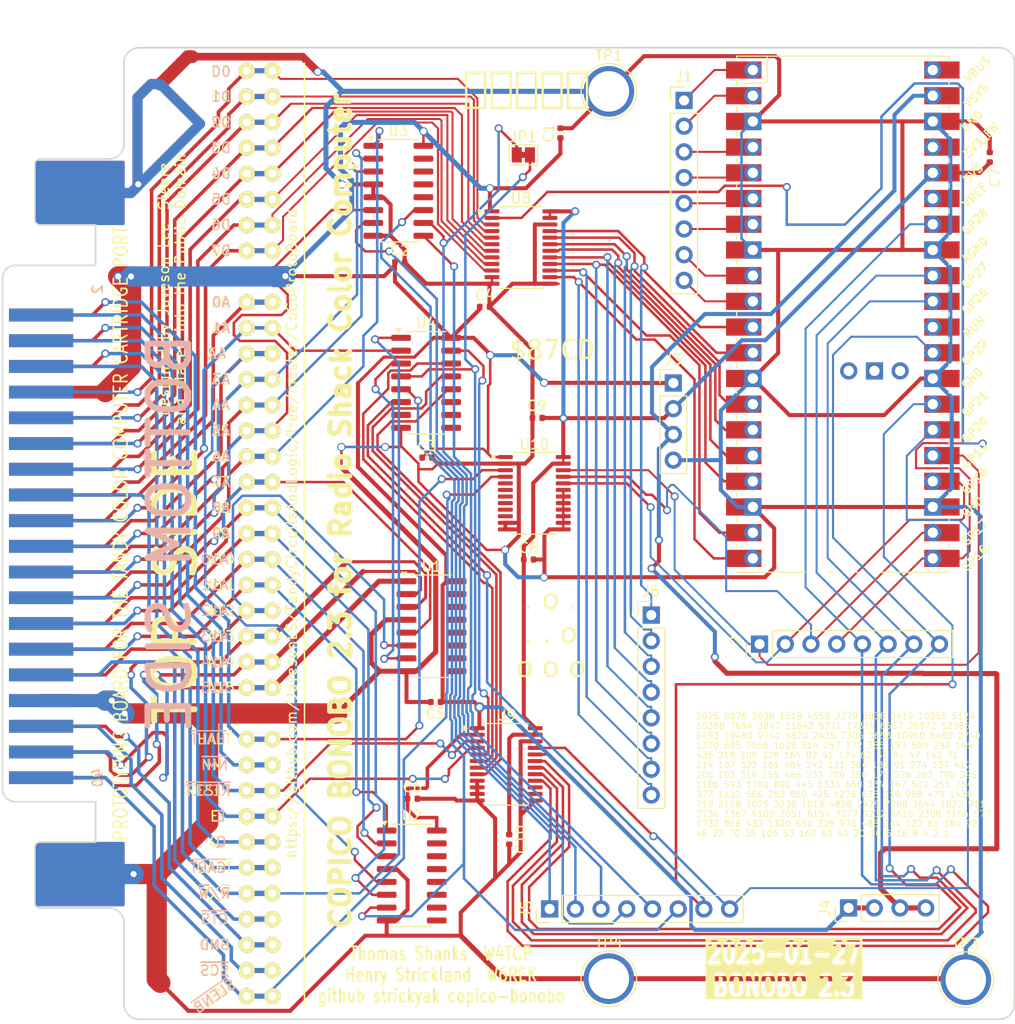
<source format=kicad_pcb>
(kicad_pcb (version 20221018) (generator pcbnew)
  (layers (0 "F.Cu" signal) (31 "B.Cu" signal) (34 "B.Paste" user) (35 "F.Paste" user) (36 "B.SilkS" user "B.Silkscreen") (37 "F.SilkS" user "F.Silkscreen") (38 "B.Mask" user) (39 "F.Mask" user) (44 "Edge.Cuts" user))
  (net 0 "")
  (net 1 "GND")
  (net 2 "+5V")
  (net 3 "/halt{slash}")
  (net 4 "/nmi{slash}")
  (net 5 "/reset{slash}")
  (net 6 "/d1")
  (net 7 "/d2")
  (net 8 "/d3")
  (net 9 "/d4")
  (net 10 "/d5")
  (net 11 "/d6")
  (net 12 "/d7")
  (net 13 "/a0")
  (net 14 "/a1")
  (net 15 "/a2")
  (net 16 "/a3")
  (net 17 "/a4")
  (net 18 "/a5")
  (net 19 "/a6")
  (net 20 "/a7")
  (net 21 "/a8")
  (net 22 "/a9")
  (net 23 "/a10")
  (net 24 "/a11")
  (net 25 "/a12")
  (net 26 "/a13")
  (net 27 "/a14")
  (net 28 "/a15")
  (net 29 "/eclk")
  (net 30 "/qclk")
  (net 31 "/cart{slash}")
  (net 32 "/r{slash}w")
  (net 33 "/cts{slash}")
  (net 34 "/snd")
  (net 35 "/scs{slash}")
  (net 36 "/slenb{slash}")
  (net 37 "/g_dir")
  (net 38 "/d0")
  (net 39 "/gpio0")
  (net 40 "/gpio1")
  (net 41 "/gpio2")
  (net 42 "/gpio3")
  (net 43 "/gpio4")
  (net 44 "/gpio5")
  (net 45 "/gpio6")
  (net 46 "/gpio7")
  (net 47 "+3V3")
  (net 48 "/g_halt")
  (net 49 "/g_slenb")
  (net 50 "/g_rd")
  (net 51 "/g_wd")
  (net 52 "/g_wc")
  (net 53 "/g_eclk")
  (net 54 "/g_spoon")
  (net 58 "/g_rc")
  (net 60 "/VSYS")
  (net 61 "/select1")
  (net 62 "/select2")
  (net 63 "/select3")
  (net 64 "/select60")
  (net 65 "/select68")
  (net 66 "/select70")
  (net 67 "/g_reset")
  (net 68 "/gd0")
  (net 69 "/gd1")
  (net 73 "/gd2")
  (net 74 "/gd3")
  (net 75 "/gd4")
  (net 76 "/gd5")
  (net 77 "/gd6")
  (net 78 "/gd7")
  (net 101 "/y_rd")
  (net 102 "/y_wd")
  (net 103 "/y_rc")
  (net 104 "/y_wc")
  (net 113 "/select78")
  (footprint "0Titanium:CocoCardEdgeCocoMIDI" (layer "F.Cu") (at 91.44 104.14)
    (fp_text reference "P1" hide)
    (fp_text value "CocoEdgeConnector" hide)
  )
  (footprint "Housings_DIP:DIP-16_W7.62mm" (layer "F.Cu") (at 115.57 58.42)
    (fp_text reference "P2" hide)
    (fp_text value "Coco Data" hide)
  )
  (footprint "Housings_DIP:DIP-22_W10.16mm" (layer "F.Cu") (at 115.57 124.46)
    (fp_text reference "P4" hide)
    (fp_text value "Coco Signals" hide)
  )
  (footprint "Housings_DIP:DIP-32_W15.24mm" (layer "F.Cu") (at 115.57 81.28)
    (fp_text reference "P3" hide)
    (fp_text value "Coco Address" hide)
  )
  (footprint "Connector_PinHeader_2.54mm:PinHeader_1x08_P2.54mm_Vertical" (layer "F.Cu") (at 166.255 115.07 90)
    (fp_text reference "J2")
    (fp_text value "Conn_01x08_Pin")
  )
  (footprint "00_RPi:RPi_PicoW_SMD_TH" (layer "F.Cu") (at 174.48 82.47)
    (fp_text reference "U7" hide)
    (fp_text value "PicoW" hide)
  )
  (footprint "Package_SO:TSSOP-24_4.4x7.8mm_P0.65mm" (layer "F.Cu") (at 141.2125 126.95)
    (fp_text reference "U9")
    (fp_text value "SN74LVC4245APWR")
  )
  (footprint "Connector_PinHeader_2.54mm:PinHeader_1x08_P2.54mm_Vertical" (layer "F.Cu") (at 158.79 61.35)
    (fp_text reference "J1")
    (fp_text value "Conn_01x08_Pin")
  )
  (footprint "Connector_PinHeader_2.54mm:PinHeader_1x04_P2.54mm_Vertical" (layer "F.Cu") (at 157.73 89.27)
    (fp_text reference "J3")
    (fp_text value "Conn_01x04_Pin")
  )
  (footprint "Capacitor_SMD:C_0402_1005Metric" (layer "F.Cu") (at 139.08 81.74)
    (fp_text reference "C4")
    (fp_text value "C_Small")
  )
  (footprint "Package_SO:SOIC-16_3.9x9.9mm_P1.27mm" (layer "F.Cu") (at 133.3 89.25)
    (fp_text reference "U4")
    (fp_text value "74LS138")
  )
  (footprint "Jumper:SolderJumper-2_P1.3mm_Bridged_Pad1.0x1.5mm" (layer "F.Cu") (at 142.91 66.73)
    (fp_text reference "JP1")
    (fp_text value "SolderJumper_2_Bridged")
  )
  (footprint "Package_SO:SOIC-16_3.9x9.9mm_P1.27mm" (layer "F.Cu") (at 131.88 137.935)
    (fp_text reference "U2")
    (fp_text value "74LS138")
  )
  (footprint "Capacitor_SMD:C_0402_1005Metric" (layer "F.Cu") (at 189 66.96 90)
    (fp_text reference "C7")
    (fp_text value "C_Small")
  )
  (footprint "Capacitor_SMD:C_0402_1005Metric" (layer "F.Cu") (at 133.39 96.64)
    (fp_text reference "C3")
    (fp_text value "C_Small")
  )
  (footprint "Package_SO:TSSOP-24_4.4x7.8mm_P0.65mm" (layer "F.Cu") (at 143.9925 100.16)
    (fp_text reference "U10")
    (fp_text value "SN74LVC4245APWR")
  )
  (footprint "Capacitor_SMD:C_0402_1005Metric" (layer "F.Cu") (at 144.29 92.72 180)
    (fp_text reference "C9")
    (fp_text value "C_Small")
  )
  (footprint "Capacitor_SMD:C_0402_1005Metric" (layer "F.Cu") (at 141.51 134.37 -90)
    (fp_text reference "C10")
    (fp_text value "C_Small")
  )
  (footprint "Package_SO:SOIC-16_3.9x9.9mm_P1.27mm" (layer "F.Cu") (at 130.555 70.275)
    (fp_text reference "U3")
    (fp_text value "74LS138")
  )
  (footprint "TestPoint:TestPoint_Plated_Hole_D4.0mm" (layer "F.Cu") (at 151.36 148.13)
    (fp_text reference "TP4")
    (fp_text value "TestPoint")
  )
  (footprint "Capacitor_SMD:C_0402_1005Metric" (layer "F.Cu") (at 146.57 64.57 90)
    (fp_text reference "C1")
    (fp_text value "C_Small")
  )
  (footprint "Capacitor_SMD:C_0402_1005Metric" (layer "F.Cu") (at 131.95 130.35)
    (fp_text reference "C6")
    (fp_text value "C_Small")
  )
  (footprint "Capacitor_SMD:C_0402_1005Metric" (layer "F.Cu") (at 130.7 77.33)
    (fp_text reference "C2")
    (fp_text value "C_Small")
  )
  (footprint "Connector_PinHeader_2.54mm:PinHeader_1x04_P2.54mm_Vertical" (layer "F.Cu") (at 175.05 141.14 90)
    (fp_text reference "J4")
    (fp_text value "Conn_01x04_Pin")
  )
  (footprint "Package_SO:SOIC-16_3.9x9.9mm_P1.27mm" (layer "F.Cu") (at 133.8375 113.3)
    (fp_text reference "U1")
    (fp_text value "74LS138")
  )
  (footprint "TestPoint:TestPoint_Plated_Hole_D4.0mm" (layer "F.Cu") (at 186.63 148.23)
    (fp_text reference "TP3")
    (fp_text value "TestPoint")
  )
  (footprint "Capacitor_SMD:C_0402_1005Metric" (layer "F.Cu") (at 143.43 106.71)
    (fp_text reference "C8")
    (fp_text value "C_Small")
  )
  (footprint "Connector_PinHeader_2.54mm:PinHeader_1x08_P2.54mm_Vertical" (layer "F.Cu") (at 145.51 141.24 90)
    (fp_text reference "J5")
    (fp_text value "Conn_01x08_Pin")
  )
  (footprint "Capacitor_SMD:C_0402_1005Metric" (layer "F.Cu") (at 134.25 120.79 180)
    (fp_text reference "C5")
    (fp_text value "C_Small")
  )
  (footprint "Connector_PinHeader_2.54mm:PinHeader_1x08_P2.54mm_Vertical" (layer "F.Cu") (at 155.55 112.2)
    (fp_text reference "J6")
    (fp_text value "Conn_01x08_Pin")
  )
  (footprint "Package_SO:TSSOP-24_4.4x7.8mm_P0.65mm" (layer "F.Cu") (at 142.67 75.88)
    (fp_text reference "U8")
    (fp_text value "SN74LVC4245APWR")
  )
  (footprint "TestPoint:TestPoint_Plated_Hole_D4.0mm" (layer "F.Cu") (at 151.36 60.45)
    (fp_text reference "TP1")
    (fp_text value "TestPoint")
  )
  (gr_line (start 121.28 151.02) (end 121.28 57.67) (stroke (width 0.15)) (layer "F.SilkS"))
  (gr_line (start 100.64 130.64) (end 100.64 134.64) (stroke (width 0.15)) (layer "Edge.Cuts"))
  (gr_line (start 100.64 77.64) (end 100.64 73.64) (stroke (width 0.15)) (layer "Edge.Cuts"))
  (gr_arc (start 94.64 67.64) (mid 94.786447 67.286447) (end 95.14 67.14) (stroke (width 0.15)) (layer "Edge.Cuts"))
  (gr_arc (start 191.44 150.64) (mid 191.00066 151.70066) (end 189.94 152.14) (stroke (width 0.15)) (layer "Edge.Cuts"))
  (gr_arc (start 92.69 130.64) (mid 91.806117 130.273883) (end 91.44 129.39) (stroke (width 0.15)) (layer "Edge.Cuts"))
  (gr_line (start 104.94 152.14) (end 187.94 152.14) (stroke (width 0.15)) (layer "Edge.Cuts"))
  (gr_line (start 95.14 73.64) (end 100.64 73.64) (stroke (width 0.15)) (layer "Edge.Cuts"))
  (gr_line (start 187.94 56.14) (end 104.94 56.14) (stroke (width 0.15)) (layer "Edge.Cuts"))
  (gr_arc (start 94.64 135.14) (mid 94.786447 134.786447) (end 95.14 134.64) (stroke (width 0.15)) (layer "Edge.Cuts"))
  (gr_arc (start 103.44 65.64) (mid 103.00066 66.70066) (end 101.94 67.14) (stroke (width 0.15)) (layer "Edge.Cuts"))
  (gr_line (start 94.64 135.14) (end 94.64 140.64) (stroke (width 0.15)) (layer "Edge.Cuts"))
  (gr_line (start 95.14 141.14) (end 101.94 141.14) (stroke (width 0.15)) (layer "Edge.Cuts"))
  (gr_line (start 191.44 150.64) (end 191.44 57.64) (stroke (width 0.15)) (layer "Edge.Cuts"))
  (gr_arc (start 189.94 56.14) (mid 191.00066 56.57934) (end 191.44 57.64) (stroke (width 0.15)) (layer "Edge.Cuts"))
  (gr_line (start 91.44 78.89) (end 91.44 79.14) (stroke (width 0.15)) (layer "Edge.Cuts"))
  (gr_arc (start 104.94 152.14) (mid 103.87934 151.70066) (end 103.44 150.64) (stroke (width 0.15)) (layer "Edge.Cuts"))
  (gr_line (start 93.44 77.64) (end 100.64 77.64) (stroke (width 0.15)) (layer "Edge.Cuts"))
  (gr_line (start 93.44 130.64) (end 100.64 130.64) (stroke (width 0.15)) (layer "Edge.Cuts"))
  (gr_line (start 103.44 142.64) (end 103.44 150.64) (stroke (width 0.15)) (layer "Edge.Cuts"))
  (gr_line (start 94.64 67.64) (end 94.64 73.14) (stroke (width 0.15)) (layer "Edge.Cuts"))
  (gr_line (start 92.69 130.64) (end 93.44 130.64) (stroke (width 0.15)) (layer "Edge.Cuts"))
  (gr_arc (start 91.44 78.89) (mid 91.806117 78.006117) (end 92.69 77.64) (stroke (width 0.15)) (layer "Edge.Cuts"))
  (gr_line (start 189.94 56.14) (end 187.94 56.14) (stroke (width 0.15)) (layer "Edge.Cuts"))
  (gr_line (start 95.14 134.64) (end 100.64 134.64) (stroke (width 0.15)) (layer "Edge.Cuts"))
  (gr_arc (start 95.14 73.64) (mid 94.786447 73.493553) (end 94.64 73.14) (stroke (width 0.15)) (layer "Edge.Cuts"))
  (gr_line (start 91.44 79.14) (end 91.44 129.14) (stroke (width 0.15)) (layer "Edge.Cuts"))
  (gr_line (start 91.44 129.39) (end 91.44 129.14) (stroke (width 0.15)) (layer "Edge.Cuts"))
  (gr_arc (start 95.14 141.14) (mid 94.786447 140.993553) (end 94.64 140.64) (stroke (width 0.15)) (layer "Edge.Cuts"))
  (gr_line (start 103.44 57.64) (end 103.44 65.64) (stroke (width 0.15)) (layer "Edge.Cuts"))
  (gr_line (start 92.69 77.64) (end 93.44 77.64) (stroke (width 0.15)) (layer "Edge.Cuts"))
  (gr_arc (start 103.44 57.64) (mid 103.87934 56.57934) (end 104.94 56.14) (stroke (width 0.15)) (layer "Edge.Cuts"))
  (gr_line (start 187.94 152.14) (end 189.94 152.14) (stroke (width 0.15)) (layer "Edge.Cuts"))
  (gr_arc (start 101.94 141.14) (mid 103.00066 141.57934) (end 103.44 142.64) (stroke (width 0.15)) (layer "Edge.Cuts"))
  (gr_line (start 95.14 67.14) (end 101.94 67.14) (stroke (width 0.15)) (layer "Edge.Cuts"))
  (gr_text "~{SLENB}" (at 112.395 149.86 35) (layer "B.SilkS") (effects (font (size 1 1)) (justify mirror)))
  (gr_text "~{SCS}" (at 112.395 147.32) (layer "B.SilkS") (effects (font (size 1 1)) (justify mirror)))
  (gr_text "SND" (at 112.395 144.78) (layer "B.SilkS") (effects (font (size 1 1)) (justify mirror)))
  (gr_text "~{CTS}" (at 112.395 142.24) (layer "B.SilkS") (effects (font (size 1 1)) (justify mirror)))
  (gr_text "R/~{W}" (at 112.395 139.7) (layer "B.SilkS") (effects (font (size 1 1)) (justify mirror)))
  (gr_text "~{CART}" (at 111.76 137.16) (layer "B.SilkS") (effects (font (size 1 1)) (justify mirror)))
  (gr_text "Q" (at 113.03 134.62) (layer "B.SilkS") (effects (font (size 1 1)) (justify mirror)))
  (gr_text "E" (at 113.03 132.08) (layer "B.SilkS") (effects (font (size 1 1)) (justify mirror)))
  (gr_text "~{RESET}" (at 111.76 129.54) (layer "B.SilkS") (effects (font (size 1 1)) (justify mirror)))
  (gr_text "~{NMI}" (at 112.395 127) (layer "B.SilkS") (effects (font (size 1 1)) (justify mirror)))
  (gr_text "~{HALT}" (at 111.76 124.46) (layer "B.SilkS") (effects (font (size 1 1)) (justify mirror)))
  (gr_text "A15" (at 112.395 119.38) (layer "B.SilkS") (effects (font (size 1 1)) (justify mirror)))
  (gr_text "A14" (at 112.395 116.84) (layer "B.SilkS") (effects (font (size 1 1)) (justify mirror)))
  (gr_text "A13" (at 112.395 114.3) (layer "B.SilkS") (effects (font (size 1 1)) (justify mirror)))
  (gr_text "A12" (at 112.395 111.76) (layer "B.SilkS") (effects (font (size 1 1)) (justify mirror)))
  (gr_text "A11" (at 112.395 109.22) (layer "B.SilkS") (effects (font (size 1 1)) (justify mirror)))
  (gr_text "A10" (at 112.395 106.68) (layer "B.SilkS") (effects (font (size 1 1)) (justify mirror)))
  (gr_text "A9" (at 113.03 104.14) (layer "B.SilkS") (effects (font (size 1 1)) (justify mirror)))
  (gr_text "A8" (at 113.03 101.6) (layer "B.SilkS") (effects (font (size 1 1)) (justify mirror)))
  (gr_text "A7" (at 113.03 99.06) (layer "B.SilkS") (effects (font (size 1 1)) (justify mirror)))
  (gr_text "A6" (at 113.03 96.52) (layer "B.SilkS") (effects (font (size 1 1)) (justify mirror)))
  (gr_text "A5" (at 113.03 93.98) (layer "B.SilkS") (effects (font (size 1 1)) (justify mirror)))
  (gr_text "A4" (at 113.03 91.44) (layer "B.SilkS") (effects (font (size 1 1)) (justify mirror)))
  (gr_text "A3" (at 113.03 88.9) (layer "B.SilkS") (effects (font (size 1 1)) (justify mirror)))
  (gr_text "A2" (at 112.629 86.36) (layer "B.SilkS") (effects (font (size 1 1)) (justify mirror)))
  (gr_text "A1" (at 113.03 83.82) (layer "B.SilkS") (effects (font (size 1 1)) (justify mirror)))
  (gr_text "A0" (at 113.03 81.28) (layer "B.SilkS") (effects (font (size 1 1)) (justify mirror)))
  (gr_text "D7" (at 113.03 76.2) (layer "B.SilkS") (effects (font (size 1 1)) (justify mirror)))
  (gr_text "D5" (at 113.03 71.12) (layer "B.SilkS") (effects (font (size 1 1)) (justify mirror)))
  (gr_text "D4" (at 113.03 68.58) (layer "B.SilkS") (effects (font (size 1 1)) (justify mirror)))
  (gr_text "D3" (at 113.03 66.04) (layer "B.SilkS") (effects (font (size 1 1)) (justify mirror)))
  (gr_text "D2" (at 113.03 63.5) (layer "B.SilkS") (effects (font (size 1 1)) (justify mirror)))
  (gr_text "D1" (at 113.03 60.96) (layer "B.SilkS") (effects (font (size 1 1)) (justify mirror)))
  (gr_text "D0" (at 113.03 58.42 180) (layer "B.SilkS") (effects (font (size 1 1)) (justify mirror)))
  (gr_text "D6" (at 113.03 73.66) (layer "B.SilkS") (effects (font (size 1 1)) (justify mirror)))
  (gr_text "BOTTOM SIDE" (at 107.95 104.14 90) (layer "B.SilkS") (effects (font (size 4 4) (thickness 0.6)) (justify mirror)))
  (gr_text "A0" (at 113.03 81.28) (layer "F.SilkS") (effects (font (size 1 1))))
  (gr_text "A1" (at 113.03 83.82) (layer "F.SilkS") (effects (font (size 1 1))))
  (gr_text "A2" (at 112.629 86.36) (layer "F.SilkS") (effects (font (size 1 1))))
  (gr_text "A3" (at 113.03 88.9) (layer "F.SilkS") (effects (font (size 1 1))))
  (gr_text "A4" (at 113.03 91.44) (layer "F.SilkS") (effects (font (size 1 1))))
  (gr_text "A5" (at 113.03 93.98) (layer "F.SilkS") (effects (font (size 1 1))))
  (gr_text "A6" (at 113.03 96.52) (layer "F.SilkS") (effects (font (size 1 1))))
  (gr_text "A7" (at 113.03 99.06) (layer "F.SilkS") (effects (font (size 1 1))))
  (gr_text "A8" (at 113.03 101.6) (layer "F.SilkS") (effects (font (size 1 1))))
  (gr_text "A9" (at 113.03 104.14) (layer "F.SilkS") (effects (font (size 1 1))))
  (gr_text "A10" (at 113.03 106.68) (layer "F.SilkS") (effects (font (size 1 1))))
  (gr_text "A11" (at 113.03 109.22) (layer "F.SilkS") (effects (font (size 1 1))))
  (gr_text "A12" (at 113.03 111.76) (layer "F.SilkS") (effects (font (size 1 1))))
  (gr_text "A13" (at 113.03 114.3) (layer "F.SilkS") (effects (font (size 1 1))))
  (gr_text "A14" (at 113.03 116.84) (layer "F.SilkS") (effects (font (size 1 1))))
  (gr_text "A15" (at 113.03 119.38) (layer "F.SilkS") (effects (font (size 1 1))))
  (gr_text "~{HALT}" (at 112.395 124.46) (layer "F.SilkS") (effects (font (size 1 1))))
  (gr_text "~{NMI}" (at 112.395 127) (layer "F.SilkS") (effects (font (size 1 1))))
  (gr_text "~{RESET}" (at 111.76 129.54) (layer "F.SilkS") (effects (font (size 1 1))))
  (gr_text "E" (at 112.395 132.08) (layer "F.SilkS") (effects (font (size 1 1))))
  (gr_text "Q" (at 112.395 134.62) (layer "F.SilkS") (effects (font (size 1 1))))
  (gr_text "~{CART}" (at 112.395 137.16) (layer "F.SilkS") (effects (font (size 1 1))))
  (gr_text "R/~{W}" (at 112.395 139.7) (layer "F.SilkS") (effects (font (size 1 1))))
  (gr_text "~{CTS}" (at 112.395 142.24) (layer "F.SilkS") (effects (font (size 1 1))))
  (gr_text "SND" (at 112.395 144.78) (layer "F.SilkS") (effects (font (size 1 1))))
  (gr_text "~{SCS}" (at 112.395 147.32) (layer "F.SilkS") (effects (font (size 1 1))))
  (gr_text "~{SLENB}" (at 112.395 149.86 35) (layer "F.SilkS") (effects (font (size 1 1))))
  (gr_text "D0" (at 113.03 58.42) (layer "F.SilkS") (effects (font (size 1 1))))
  (gr_text "D5" (at 113.03 71.12) (layer "F.SilkS") (effects (font (size 1 1))))
  (gr_text "D6" (at 113.03 73.66) (layer "F.SilkS") (effects (font (size 1 1))))
  (gr_text "D7" (at 113.03 76.2) (layer "F.SilkS") (effects (font (size 1 1))))
  (gr_text "D1" (at 113.03 60.96) (layer "F.SilkS") (effects (font (size 1 1))))
  (gr_text "D2" (at 113.03 63.5) (layer "F.SilkS") (effects (font (size 1 1))))
  (gr_text "D3" (at 113.03 66.04) (layer "F.SilkS") (effects (font (size 1 1))))
  (gr_text "D4" (at 113.03 68.58) (layer "F.SilkS") (effects (font (size 1 1))))
  (gr_text "https://github.com/JayesonLS/TandyCircuitsAndLogic/tree/master/CoCoProtoBoard" (at 120.015 104.14 90) (layer "F.SilkS") (effects (font (size 1 1))))
  (gr_text "TOP SIDE" (at 108.585 109.22 90) (layer "F.SilkS") (effects (font (size 4 4) (thickness 0.6))))
  (gr_text "Thomas Shanks  W4TCP\nHenry Strickland  W6REK\ngithub strickyak copico-bonobo" (at 134.79 147.74) (layer "F.SilkS") (effects (font (size 1.3 1) (thickness 0.2) bold)))
  (gr_text ". o .\n. . o\no o o" (at 145.62 114.12) (layer "F.SilkS") (effects (font (size 2 2))))
  (gr_text "2025-01-27\nBONOBO 2.3" (at 168.67 147.23) (layer "F.SilkS" knockout) (effects (font (size 2 1.5) (thickness 0.375) bold)))
  (gr_text "2025 6076 3038 1519 4558 2279 6838 3419 10258 5129\n15388 7694 3847 11542 5771 17314 8657 25972 12986\n6493 19480 9740 4870 2435 7306 3653 10960 5480 2740\n1370 685 2056 1028 514 257 772 386 193 580 290 145\n436 218 109 328 164 82 41 124 62 31 94 47 142 71\n214 107 322 161 484 242 121 364 182 91 274 137 412\n206 103 310 155 466 233 700 350 175 526 263 790 395\n1186 593 1780 890 445 1336 668 334 167 502 251 754\n377 1132 566 283 850 425 1276 638 319 958 479 1438\n719 2158 1079 3238 1619 4858 2429 7288 3644 1822 911\n2734 1367 4102 2051 6154 3077 9232 4616 2308 1154 577\n1732 866 433 1300 650 325 976 488 244 122 61 184 92\n46 23 70 35 106 53 160 80 40 20 10 5 16 8 4 2 1" (at 159.93 134.13) (layer "F.SilkS") (effects (font (size 0.6 0.6) (thickness 0.07)) (justify left bottom)))
  (gr_text "$87CD" (at 145.72 86.11) (layer "F.SilkS") (effects (font (size 2 2))))
  (gr_text "COPICO BONOBO 2.3 for Radio Shack Color Computer" (at 124.86 101.89 90) (layer "F.SilkS") (effects (font (size 2 2) (thickness 0.5) bold)))
  (gr_text "PROTOTYPING BOARD FOR THE TANDY COLOR COMPUTER CARTRIDGE PORT" (at 103.124 104.14 90) (layer "F.SilkS") (effects (font (size 1.35 1.09) (thickness 0.17))))
  (gr_text "ยักษ์" (at 143.23 60.2) (layer "F.SilkS") (effects (font (size 3 3))))
  (gr_text "Designed by Jayeson Lee-Steere\nand placed into the Public Domain" (at 108.204 80.01 90) (layer "F.SilkS") (effects (font (size 1 1))))
  (segment (start 141.51 136.805) (end 140.1225 138.1925) (width 0.4) (layer "F.Cu") (net 1))
  (segment (start 141.13 105.74) (end 141.11 105.76) (width 0.25) (layer "F.Cu") (net 1))
  (segment (start 134.25 115.832) (end 134.25 106.92) (width 0.5) (layer "F.Cu") (net 1))
  (segment (start 138.35 129.875) (end 138.35 129.225) (width 0.4) (layer "F.Cu") (net 1))
  (segment (start 104.775 69.705) (end 104.775 69.85) (width 1) (layer "F.Cu") (net 1))
  (segment (start 131.18 77.33) (end 133.305 79.455) (width 0.4) (layer "F.Cu") (net 1))
  (segment (start 168.19 60.82) (end 168.19 57.33) (width 0.4) (layer "F.Cu") (net 1))
  (segment (start 146.57 64.09) (end 147.72 64.09) (width 0.4) (layer "F.Cu") (net 1))
  (segment (start 121.093 57.023) (end 122.04 57.97) (width 0.762) (layer "F.Cu") (net 1))
  (segment (start 166.78 108.46) (end 144.95 108.46) (width 0.4) (layer "F.Cu") (net 1))
  (segment (start 132.54 97.79) (end 132.54 99.0205) (width 0.25) (layer "F.Cu") (net 1))
  (segment (start 128.698 117.745) (end 124.524 121.92) (width 0.5) (layer "F.Cu") (net 1))
  (segment (start 129.405 137.3) (end 130.38 137.3) (width 0.4) (layer "F.Cu") (net 1))
  (segment (start 165.59 88.82) (end 168.09 86.32) (width 0.4) (layer "F.Cu") (net 1))
  (segment (start 140.97 148.13) (end 136.72 143.88) (width 0.5) (layer "F.Cu") (net 1))
  (segment (start 129.055 70.91) (end 128.08 70.91) (width 0.25) (layer "F.Cu") (net 1))
  (segment (start 127.86 114.13) (end 127.86 116.907) (width 0.5) (layer "F.Cu") (net 1))
  (segment (start 146.855 101.785) (end 146.855 100.485) (width 0.25) (layer "F.Cu") (net 1))
  (segment (start 143.83 86.01) (end 143.81 86.03) (width 0.25) (layer "F.Cu") (net 1))
  (segment (start 145.48 103.735) (end 144.99 104.225) (width 0.4) (layer "F.Cu") (net 1))
  (segment (start 182.2 88.82) (end 183.37 88.82) (width 0.4) (layer "F.Cu") (net 1))
  (segment (start 143.91 106.71) (end 144.9 106.71) (width 0.4) (layer "F.Cu") (net 1))
  (segment (start 106.68 137.795) (end 106.68 148.18) (width 2) (layer "F.Cu") (net 1))
  (segment (start 131.36 120.79) (end 133.77 120.79) (width 0.4) (layer "F.Cu") (net 1))
  (segment (start 130.825 95.5119) (end 130.747 95.59) (width 0.25) (layer "F.Cu") (net 1))
  (segment (start 131.47 141.29) (end 130.38 142.38) (width 0.4) (layer "F.Cu") (net 1))
  (segment (start 104.775 61.06) (end 104.775 69.555) (width 1) (layer "F.Cu") (net 1))
  (segment (start 180.37 63.42) (end 183.37 63.42) (width 0.4) (layer "F.Cu") (net 1))
  (segment (start 146.855 103.735) (end 145.48 103.735) (width 0.4) (layer "F.Cu") (net 1))
  (segment (start 110.19 57.023) (end 109.757 57.023) (width 1.27) (layer "F.Cu") (net 1))
  (segment (start 129.79 71.645) (end 129.055 70.91) (width 0.4) (layer "F.Cu") (net 1))
  (segment (start 168.08 76.12) (end 180.29 76.12) (width 0.4) (layer "F.Cu") (net 1))
  (segment (start 128.08 70.91) (end 128.08 69.64) (width 0.4) (layer "F.Cu") (net 1))
  (segment (start 131.47 138.39) (end 131.47 141.29) (width 0.4) (layer "F.Cu") (net 1))
  (segment (start 142.445 103.735) (end 142.46 103.72) (width 0.4) (layer "F.Cu") (net 1))
  (segment (start 136.305 130.525) (end 138.35 130.525) (width 0.4) (layer "F.Cu") (net 1))
  (segment (start 131.18 77.33) (end 131.18 76.11) (width 0.4) (layer "F.Cu") (net 1))
  (segment (start 132.54 97.2274) (end 130.825 95.5119) (width 0.25) (layer "F.Cu") (net 1))
  (segment (start 131.3625 112.665) (end 129.325 112.665) (width 0.5) (layer "F.Cu") (net 1))
  (segment (start 165.59 63.42) (end 180.37 63.42) (width 0.4) (layer "F.Cu") (net 1))
  (segment (start 138.35 130.525) (end 140.1225 132.2975) (width 0.4) (layer "F.Cu") (net 1))
  (segment (start 143.81 92.72) (end 143.81 96.4565) (width 0.4) (layer "F.Cu") (net 1))
  (segment (start 111.76 123.19) (end 111.76 124.46) (width 2) (layer "F.Cu") (net 1))
  (segment (start 142.64 131.96) (end 142.64 124.675) (width 0.4) (layer "F.Cu") (net 1))
  (segment (start 139.8075 78.9667) (end 139.8075 78.805) (width 0.25) (layer "F.Cu") (net 1))
  (segment (start 144.99 108.42) (end 144.95 108.46) (width 0.25) (layer "F.Cu") (net 1))
  (segment (start 127.29 143.88) (end 119.86 151.31) (width 0.4) (layer "F.Cu") (net 1))
  (segment (start 130.38 142.38) (end 129.405 142.38) (width 0.25) (layer "F.Cu") (net 1))
  (segment (start 139.56 81.74) (end 139.56 79.7025) (width 0.4) (layer "F.Cu") (net 1))
  (segment (start 142.64 131.96) (end 144.075 130.525) (width 0.4) (layer "F.Cu") (net 1))
  (segment (start 141.13 105.74) (end 141.11 105.76) (width 0.25) (layer "F.Cu") (net 1))
  (segment (start 151.36 148.13) (end 140.97 148.13) (width 0.5) (layer "F.Cu") (net 1))
  (segment (start 144.055 73.605) (end 145.532 73.605) (width 0.4) (layer "F.Cu") (net 1))
  (segment (start 143.81 86.03) (end 143.81 92.72) (width 0.4) (layer "F.Cu") (net 1))
  (segment (start 187.44 63.42) (end 189.02 65) (width 0.4) (layer "F.Cu") (net 1))
  (segment (start 141.13 103.735) (end 142.445 103.735) (width 0.4) (layer "F.Cu") (net 1))
  (segment (start 95.25 120.65) (end 101.6 120.65) (width 1.27) (layer "F.Cu") (net 1))
  (segment (start 139.808 79.13) (end 139.808 79.1295) (width 0.25) (layer "F.Cu") (net 1))
  (segment (start 132.54 97.79) (end 133.91 97.79) (width 0.25) (layer "F.Cu") (net 1))
  (segment (start 129.405 143.715) (end 129.405 142.38) (width 0.4) (layer "F.Cu") (net 1))
  (segment (start 128.08 69.64) (end 125 69.64) (width 0.4) (layer "F.Cu") (net 1))
  (segment (start 131.362 120.788) (end 131.36 120.79) (width 0.25) (layer "F.Cu") (net 1))
  (segment (start 165.59 101.52) (end 183.37 101.52) (width 0.4) (layer "F.Cu") (net 1))
  (segment (start 124.95 95.61) (end 124.93 95.59) (width 0.25) (layer "F.Cu") (net 1))
  (segment (start 131.362 117.745) (end 131.3625 117.745) (width 0.25) (layer "F.Cu") (net 1))
  (segment (start 141.13 103.085) (end 142.455 103.085) (width 0.4) (layer "F.Cu") (net 1))
  (segment (start 167.7 107.54) (end 166.78 108.46) (width 0.4) (layer "F.Cu") (net 1))
  (segment (start 110.19 57.023) (end 121.093 57.023) (width 0.762) (layer "F.Cu") (net 1))
  (segment (start 143.072 97.235) (end 142.46 97.235) (width 0.4) (layer "F.Cu") (net 1))
  (segment (start 144.99 104.225) (end 144.99 106.62) (width 0.4) (layer "F.Cu") (net 1))
  (segment (start 132.54 99.0205) (end 139.28 105.76) (width 0.25) (layer "F.Cu") (net 1))
  (segment (start 106.095 59.74) (end 104.775 61.06) (width 1) (layer "F.Cu") (net 1))
  (segment (start 111.76 121.92) (end 111.76 123.19) (width 2) (layer "F.Cu") (net 1))
  (segment (start 133.91 97.79) (end 134.465 97.235) (width 0.25) (layer "F.Cu") (net 1))
  (segment (start 131.18 76.11) (end 129.79 74.72) (width 0.4) (layer "F.Cu") (net 1))
  (segment (start 136.72 141.595) (end 136.72 143.88) (width 0.4) (layer "F.Cu") (net 1))
  (segment (start 147.72 64.09) (end 151.36 60.45) (width 0.4) (layer "F.Cu") (net 1))
  (segment (start 144.04 79.455) (end 141.845 79.455) (width 0.4) (layer "F.Cu") (net 1))
  (segment (start 119.86 151.31) (end 109.81 151.31) (width 0.4) (layer "F.Cu") (net 1))
  (segment (start 131.362 112.665) (end 131.3625 112.665) (width 0.25) (layer "F.Cu") (net 1))
  (segment (start 139.808 79.1295) (end 139.808 78.9672) (width 0.25) (layer "F.Cu") (net 1))
  (segment (start 110.49 121.92) (end 111.76 123.19) (width 2) (layer "F.Cu") (net 1))
  (segment (start 141.13 103.735) (end 141.13 103.085) (width 0.4) (layer "F.Cu") (net 1))
  (segment (start 125 69.64) (end 124.99 69.65) (width 0.25) (layer "F.Cu") (net 1))
  (segment (start 129.57 143.88) (end 127.29 143.88) (width 0.4) (layer "F.Cu") (net 1))
  (segment (start 130.38 137.3) (end 131.47 138.39) (width 0.4) (layer "F.Cu") (net 1))
  (segment (start 131.362 117.745) (end 131.362 120.788) (width 0.4) (layer "F.Cu") (net 1))
  (segment (start 139.808 79.1295) (end 139.808 78.9672) (width 0.25) (layer "F.Cu") (net 1))
  (segment (start 129.79 74.72) (end 128.08 74.72) (width 0.4) (layer "F.Cu") (net 1))
  (segment (start 180.37 76.04) (end 180.29 76.12) (width 0.4) (layer "F.Cu") (net 1))
  (segment (start 130.747 95.59) (end 129.255 95.59) (width 0.25) (layer "F.Cu") (net 1))
  (segment (start 109.81 151.31) (end 107.04 148.54) (width 0.4) (layer "F.Cu") (net 1))
  (segment (start 141.13 97.235) (end 134.465 97.235) (width 0.4) (layer "F.Cu") (net 1))
  (segment (start 122.04 57.97) (end 122.59 58.52) (width 0.762) (layer "F.Cu") (net 1))
  (segment (start 154.84 56.97) (end 151.36 60.45) (width 0.4) (layer "F.Cu") (net 1))
  (segment (start 133.305 79.455) (end 139.8075 79.455) (width 0.4) (layer "F.Cu") (net 1))
  (segment (start 141.51 136.805) (end 141.51 134.85) (width 0.4) (layer "F.Cu") (net 1))
  (segment (start 132.43 130.35) (end 136.13 130.35) (width 0.4) (layer "F.Cu") (net 1))
  (segment (start 136.72 143.88) (end 129.57 143.88) (width 0.4) (layer "F.Cu") (net 1))
  (segment (start 139.8075 79.455) (end 139.808 79.455) (width 0.25) (layer "F.Cu") (net 1))
  (segment (start 106.68 148.18) (end 107.04 148.54) (width 2) (layer "F.Cu") (net 1))
  (segment (start 104.85 69.63) (end 104.775 69.705) (width 1) (layer "F.Cu") (net 1))
  (segment (start 104.14 70.485) (end 100.33 70.485) (width 1) (layer "F.Cu") (net 1))
  (segment (start 144.04 73.59) (end 144.055 73.605) (width 0.25) (layer "F.Cu") (net 1))
  (segment (start 136.13 130.35) (end 136.305 130.525) (width 0.4) (layer "F.Cu") (net 1))
  (segment (start 141.51 136.77) (end 142.64 135.64) (width 0.4) (layer "F.Cu") (net 1))
  (segment (start 140.1225 138.1925) (end 136.72 141.595) (width 0.4) (layer "F.Cu") (net 1))
  (segment (start 165.59 101.52) (end 167.7 103.63) (width 0.4) (layer "F.Cu") (net 1))
  (segment (start 144.9 106.71) (end 144.99 106.62) (width 0.25) (layer "F.Cu") (net 1))
  (segment (start 142.46 103.72) (end 142.46 104.41) (width 0.4) (layer "F.Cu") (net 1))
  (segment (start 144.04 79.455) (end 144.04 73.59) (width 0.4) (layer "F.Cu") (net 1))
  (segment (start 124.99 69.63) (end 124.99 69.65) (width 0.25) (layer "F.Cu") (net 1))
  (segment (start 101.6 120.65) (end 102.235 120.65) (width 2) (layer "F.Cu") (net 1))
  (segment (start 104.775 69.85) (end 104.14 70.485) (width 1) (layer "F.Cu") (net 1))
  (segment (start 189.02 65) (end 189 65.02) (width 0.25) (layer "F.Cu") (net 1))
  (segment (start 180.29 76.12) (end 183.37 76.12) (width 0.4) (layer "F.Cu") (net 1))
  (segment (start 143.81 96.4565) (end 143.83 96.4765) (width 0.25) (layer "F.Cu") (net 1))
  (segment (start 134.25 106.92) (end 124.93 97.6) (width 0.5) (layer "F.Cu") (net 1))
  (segment (start 180.37 63.42) (end 180.37 76.04) (width 0.4) (layer "F.Cu") (net 1))
  (segment (start 124.99 69.65) (end 124.97 69.65) (width 0.25) (layer "F.Cu") (net 1))
  (segment (start 129.79 74.72) (end 129.79 71.645) (width 0.4) (layer "F.Cu") (net 1))
  (segment (start 142.64 135.64) (end 142.64 131.96) (width 0.4) (layer "F.Cu") (net 1))
  (segment (start 142.64 124.675) (end 144.075 124.675) (width 0.4) (layer "F.Cu") (net 1))
  (segment (start 168.19 57.33) (end 167.83 56.97) (width 0.4) (layer "F.Cu") (net 1))
  (segment (start 151.36 148.13) (end 186.53 148.13) (width 0.5) (layer "F.Cu") (net 1))
  (segment (start 124.93 97.6) (end 124.93 95.59) (width 0.25) (layer "F.Cu") (net 1))
  (segment (start 142.46 104.41) (end 141.13 105.74) (width 0.4) (layer "F.Cu") (net 1))
  (segment (start 141.845 79.455) (end 139.56 81.74) (width 0.4) (layer "F.Cu") (net 1))
  (segment (start 134.465 97.235) (end 133.87 96.64) (width 0.4) (layer "F.Cu") (net 1))
  (segment (start 138.35 130.525) (end 138.35 129.875) (width 0.4) (layer "F.Cu") (net 1))
  (segment (start 146.855 103.735) (end 146.855 103.085) (width 0.25) (layer "F.Cu") (net 1))
  (segment (start 146.855 100.485) (end 146.855 99.835) (width 0.25) (layer "F.Cu") (net 1))
  (segment (start 168.09 86.32) (end 168.09 76.13) (width 0.4) (layer "F.Cu") (net 1))
  (segment (start 130.327 117.745) (end 131.362 117.745) (width 0.25) (layer "F.Cu") (net 1))
  (segment (start 146.855 103.085) (end 146.855 102.435) (width 0.25) (layer "F.Cu") (net 1))
  (segment (start 165.59 63.42) (end 168.19 60.82) (width 0.4) (layer "F.Cu") (net 1))
  (segment (start 131.3625 117.745) (end 132.337 117.745) (width 0.25) (layer "F.Cu") (net 1))
  (segment (start 143.83 96.4765) (end 143.072 97.235) (width 0.4) (layer "F.Cu") (net 1))
  (segment (start 168.09 76.13) (end 168.08 76.12) (width 0.4) (layer "F.Cu") (net 1))
  (segment (start 169.21 92.44) (end 178.58 92.44) (width 0.4) (layer "F.Cu") (net 1))
  (segment (start 127.86 116.907) (end 128.698 117.745) (width 0.5) (layer "F.Cu") (net 1))
  (segment (start 139.808 79.455) (end 139.808 79.13) (width 0.25) (layer "F.Cu") (net 1))
  (segment (start 186.53 148.13) (end 186.63 148.23) (width 0.25) (layer "F.Cu") (net 1))
  (segment (start 111.76 124.46) (end 111.76 132.715) (width 2) (layer "F.Cu") (net 1))
  (segment (start 183.37 63.42) (end 187.44 63.42) (width 0.4) (layer "F.Cu") (net 1))
  (segment (start 109.757 57.023) (end 107.04 59.74) (width 1.27) (layer "F.Cu") (net 1))
  (segment (start 128.698 117.745) (end 130.327 117.745) (width 0.5) (layer "F.Cu") (net 1))
  (segment (start 142.46 103.09) (end 142.46 103.72) (width 0.4) (layer "F.Cu") (net 1))
  (segment (start 167.7 103.63) (end 167.7 107.54) (width 0.4) (layer "F.Cu") (net 1))
  (segment (start 107.04 59.74) (end 106.095 59.74) (width 1) (layer "F.Cu") (net 1))
  (segment (start 139.808 78.9672) (end 139.8075 78.9667) (width 0.25) (layer "F.Cu") (net 1))
  (segment (start 129.325 112.665) (end 127.86 114.13) (width 0.5) (layer "F.Cu") (net 1))
  (segment (start 139.808 79.13) (end 139.808 79.1295) (width 0.25) (layer "F.Cu") (net 1))
  (segment (start 104.775 69.555) (end 104.85 69.63) (width 1) (layer "F.Cu") (net 1))
  (segment (start 122.04 57.97) (end 122.59 58.52) (width 0.762) (layer "F.Cu") (net 1))
  (segment (start 140.1225 132.2975) (end 140.1225 138.1925) (width 0.4) (layer "F.Cu") (net 1))
  (segment (start 178.58 92.44) (end 182.2 88.82) (width 0.4) (layer "F.Cu") (net 1))
  (segment (start 132.337 117.745) (end 134.25 115.832) (width 0.5) (layer "F.Cu") (net 1))
  (segment (start 125.01 69.61) (end 124.99 69.63) (width 0.25) (layer "F.Cu") (net 1))
  (segment (start 145.5325 79.455) (end 144.04 79.455) (width 0.4) (layer "F.Cu") (net 1))
  (segment (start 142.455 103.085) (end 142.46 103.09) (width 0.4) (layer "F.Cu") (net 1))
  (segment (start 110.49 121.92) (end 111.76 121.92) (width 2) (layer "F.Cu") (net 1))
  (segment (start 146.382 79.455) (end 145.5325 79.455) (width 0.25) (layer "F.Cu") (net 1))
  (segment (start 189 65.02) (end 189 66.48) (width 0.4) (layer "F.Cu") (net 1))
  (segment (start 167.83 56.97) (end 154.84 56.97) (width 0.4) (layer "F.Cu") (net 1))
  (segment (start 138.35 129.225) (end 138.35 128.575) (width 0.4) (layer "F.Cu") (net 1))
  (segment (start 104.394 137.795) (end 99.695 137.795) (width 2) (layer "F.Cu") (net 1))
  (segment (start 141.51 136.805) (end 141.51 136.77) (width 0.4) (layer "F.Cu") (net 1))
  (segment (start 130.327 117.745) (end 131.362 117.745) (width 0.25) (layer "F.Cu") (net 1))
  (segment (start 129.57 143.88) (end 129.405 143.715) (width 0.4) (layer "F.Cu") (net 1))
  (segment (start 103.505 121.92) (end 102.235 120.65) (width 2) (layer "F.Cu") (net 1))
  (segment (start 111.76 123.19) (end 111.76 124.46) (width 2) (layer "F.Cu") (net 1))
  (segment (start 165.59 76.12) (end 168.08 76.12) (width 0.4) (layer "F.Cu") (net 1))
  (segment (start 142.46 97.235) (end 141.13 97.235) (width 0.4) (layer "F.Cu") (net 1))
  (segment (start 183.37 63.42) (end 183.5 63.29) (width 0.25) (layer "F.Cu") (net 1))
  (segment (start 146.855 102.435) (end 146.855 101.785) (width 0.25) (layer "F.Cu") (net 1))
  (segment (start 165.59 88.82) (end 169.21 92.44) (width 0.4) (layer "F.Cu") (net 1))
  (segment (start 111.76 121.92) (end 124.524 121.92) (width 2) (layer "F.Cu") (net 1))
  (segment (start 145.532 73.605) (end 145.5325 73.605) (width 0.25) (layer "F.Cu") (net 1))
  (segment (start 144.99 106.62) (end 144.99 108.42) (width 0.4) (layer "F.Cu") (net 1))
  (segment (start 142.46 97.235) (end 142.46 103.09) (width 0.4) (layer "F.Cu") (net 1))
  (segment (start 139.56 79.7025) (end 139.808 79.455) (width 0.25) (layer "F.Cu") (net 1))
  (segment (start 106.68 137.795) (end 104.394 137.795) (width 2) (layer "F.Cu") (net 1))
  (segment (start 139.28 105.76) (end 141.11 105.76) (width 0.25) (layer "F.Cu") (net 1))
  (segment (start 139.56 81.74) (end 143.83 86.01) (width 0.4) (layer "F.Cu") (net 1))
  (segment (start 132.54 97.2274) (end 132.54 97.79) (width 0.25) (layer "F.Cu") (net 1))
  (segment (start 130.825 95.5119) (end 130.825 93.695) (width 0.25) (layer "F.Cu") (net 1))
  (segment (start 110.49 121.92) (end 103.505 121.92) (width 2) (layer "F.Cu") (net 1))
  (segment (start 111.76 132.715) (end 106.68 137.795) (width 2) (layer "F.Cu") (net 1))
  (via (at 103.505 121.92) (size 1) (drill 0.6) (layers "F.Cu" "B.Cu") (net 1))
  (via (at 129.255 95.59) (size 0.8) (drill 0.6) (layers "F.Cu" "B.Cu") (net 1))
  (via (at 124.99 69.65) (size 0.8) (drill 0.6) (layers "F.Cu" "B.Cu") (net 1))
  (via (at 122.59 58.52) (size 0.8) (drill 0.6) (layers "F.Cu" "B.Cu") (net 1))
  (via (at 104.85 69.63) (size 0.8) (drill 0.6) (layers "F.Cu" "B.Cu") (net 1))
  (via (at 104.394 137.795) (size 1) (drill 0.6) (layers "F.Cu" "B.Cu") (net 1))
  (via (at 141.11 105.76) (size 0.8) (drill 0.6) (layers "F.Cu" "B.Cu") (net 1))
  (via (at 144.95 108.46) (size 0.8) (drill 0.6) (layers "F.Cu" "B.Cu") (net 1))
  (via (at 124.93 95.59) (size 0.8) (drill 0.6) (layers "F.Cu" "B.Cu") (net 1))
  (via (at 102.235 120.65) (size 1) (drill 0.6) (layers "F.Cu" "B.Cu") (net 1))
  (segment (start 104.14 70.485) (end 104.775 69.85) (width 1) (layer "B.Cu") (net 1))
  (segment (start 107.04 59.74) (end 106.095 59.74) (width 1) (layer "B.Cu") (net 1))
  (segment (start 151.36 60.45) (end 125.04 60.45) (width 0.5) (layer "B.Cu") (net 1))
  (segment (start 151.46 60.55) (end 151.36 60.45) (width 0.5) (layer "B.Cu") (net 1))
  (segment (start 185.25 99.64) (end 183.37 101.52) (width 0.4) (layer "B.Cu") (net 1))
  (segment (start 185.1 77.85) (end 185.1 87.09) (width 0.4) (layer "B.Cu") (net 1))
  (segment (start 124.93 95.59) (end 129.255 95.59) (width 0.25) (layer "B.Cu") (net 1))
  (segment (start 185.1 65.15) (end 185.1 74.39) (width 0.4) (layer "B.Cu") (net 1))
  (segment (start 106.095 59.74) (end 104.775 61.06) (width 1) (layer "B.Cu") (net 1))
  (segment (start 144.95 108.46) (end 142.4 108.46) (width 0.4) (layer "B.Cu") (net 1))
  (segment (start 183.37 88.82) (end 185.25 90.7) (width 0.4) (layer "B.Cu") (net 1))
  (segment (start 188.2 143.52) (end 186.63 145.09) (width 0.4) (layer "B.Cu") (net 1))
  (segment (start 141.11 107.17) (end 141.11 105.76) (width 0.4) (layer "B.Cu") (net 1))
  (segment (start 188.11 102.46) (end 188.11 143.43) (width 0.4) (layer "B.Cu") (net 1))
  (segment (start 185.1 74.39) (end 183.37 76.12) (width 0.4) (layer "B.Cu") (net 1))
  (segment (start 183.37 101.52) (end 187.17 101.52) (width 0.4) (layer "B.Cu") (net 1))
  (segment (start 162.42 96.88) (end 162.42 99.84) (width 0.4) (layer "B.Cu") (net 1))
  (segment (start 164.465 64.545) (end 164.465 74.995) (width 0.25) (layer "B.Cu") (net 1))
  (segment (start 124.99 69.65) (end 123.4 68.06) (width 0.5) (layer "B.Cu") (net 1))
  (segment (start 185.1 87.09) (end 183.37 88.82) (width 0.4) (layer "B.Cu") (net 1))
  (segment (start 142.4 108.46) (end 141.11 107.17) (width 0.4) (layer "B.Cu") (net 1))
  (segment (start 162.42 99.84) (end 164.1 101.52) (width 0.4) (layer "B.Cu") (net 1))
  (segment (start 162.42 91.99) (end 162.42 96.88) (width 0.4) (layer "B.Cu") (net 1))
  (segment (start 164.1 101.52) (end 165.59 101.52) (width 0.4) (layer "B.Cu") (net 1))
  (segment (start 186.63 145.09) (end 186.63 148.23) (width 0.4) (layer "B.Cu") (net 1))
  (segment (start 183.37 76.12) (end 185.1 77.85) (width 0.4) (layer "B.Cu") (net 1))
  (segment (start 164.465 74.995) (end 165.59 76.12) (width 0.25) (layer "B.Cu") (net 1))
  (segment (start 101.6 120.65) (end 95.25 120.65) (width 1.27) (layer "B.Cu") (net 1))
  (segment (start 129.53 95.57) (end 129.51 95.59) (width 0.25) (layer "B.Cu") (net 1))
  (segment (start 124.99 60.4) (end 123.11 58.52) (width 0.5) (layer "B.Cu") (net 1))
  (segment (start 157.73 96.89) (end 162.41 96.89) (width 0.4) (layer "B.Cu") (net 1))
  (segment (start 162.41 96.89) (end 162.42 96.88) (width 0.25) (layer "B.Cu") (net 1))
  (segment (start 188.11 143.43) (end 188.2 143.52) (width 0.4) (layer "B.Cu") (net 1))
  (segment (start 185.25 90.7) (end 185.25 99.64) (width 0.4) (layer "B.Cu") (net 1))
  (segment (start 123.4 61.99) (end 124.99 60.4) (width 0.5) (layer "B.Cu") (net 1))
  (segment (start 104.394 137.795) (end 99.695 137.795) (width 2) (layer "B.Cu") (net 1))
  (segment (start 125.04 60.45) (end 124.99 60.4) (width 0.5) (layer "B.Cu") (net 1))
  (segment (start 129.51 95.59) (end 129.255 95.59) (width 0.25) (layer "B.Cu") (net 1))
  (segment (start 104.775 61.06) (end 104.775 69.85) (width 1) (layer "B.Cu") (net 1))
  (segment (start 123.11 58.52) (end 122.59 58.52) (width 0.5) (layer "B.Cu") (net 1))
  (segment (start 165.59 88.82) (end 162.42 91.99) (width 0.4) (layer "B.Cu") (net 1))
  (segment (start 104.775 69.85) (end 110.962 63.6625) (width 1) (layer "B.Cu") (net 1))
  (segment (start 165.59 63.42) (end 164.465 64.545) (width 0.25) (layer "B.Cu") (net 1))
  (segment (start 123.4 68.06) (end 123.4 61.99) (width 0.5) (layer "B.Cu") (net 1))
  (segment (start 187.17 101.52) (end 188.11 102.46) (width 0.4) (layer "B.Cu") (net 1))
  (segment (start 183.37 63.42) (end 185.1 65.15) (width 0.4) (layer "B.Cu") (net 1))
  (segment (start 100.33 70.485) (end 104.14 70.485) (width 1) (layer "B.Cu") (net 1))
  (segment (start 103.505 121.92) (end 102.235 120.65) (width 2) (layer "B.Cu") (net 1))
  (segment (start 101.6 120.65) (end 102.235 120.65) (width 2) (layer "B.Cu") (net 1))
  (segment (start 110.962 63.6625) (end 107.04 59.74) (width 1) (layer "B.Cu") (net 1))
  (segment (start 138.568 123.156) (end 138.568 121.3) (width 0.4) (layer "F.Cu") (net 2))
  (segment (start 130.22 77.33) (end 130.22 77.64) (width 0.25) (layer "F.Cu") (net 2))
  (segment (start 131.47 131.41) (end 132.27 132.21) (width 0.35) (layer "F.Cu") (net 2))
  (segment (start 138.35 123.375) (end 138.35 124.025) (width 0.25) (layer "F.Cu") (net 2))
  (segment (start 138.058 120.79) (end 138.568 121.3) (width 0.4) (layer "F.Cu") (net 2))
  (segment (start 135.775 84.805) (end 138.6 81.98) (width 0.4) (layer "F.Cu") (net 2))
  (segment (start 134.73 120.79) (end 134.93 120.59) (width 0.25) (layer "F.Cu") (net 2))
  (segment (start 131.47 129.34) (end 131.47 130.35) (width 0.35) (layer "F.Cu") (net 2))
  (segment (start 131.47 130.35) (end 131.47 131.41) (width 0.35) (layer "F.Cu") (net 2))
  (segment (start 119.391 78.71) (end 119.386 78.7051) (width 0.25) (layer "F.Cu") (net 2))
  (segment (start 139.63 86.52) (end 139.635 86.525) (width 0.25) (layer "F.Cu") (net 2))
  (segment (start 138.35 124.025) (end 136.715 124.025) (width 0.35) (layer "F.Cu") (net 2))
  (segment (start 157.73 89.27) (end 144.97 89.25) (width 0.4) (layer "F.Cu") (net 2))
  (segment (start 144.97 89.25) (end 144.97 89.27) (width 0.25) (layer "F.Cu") (net 2))
  (segment (start 104.14 78.74) (end 102.87 78.74) (width 2) (layer "F.Cu") (net 2))
  (segment (start 135.338 108.855) (end 136.312 108.855) (width 0.25) (layer "F.Cu") (net 2))
  (segment (start 129.1199 86.7101) (end 126.566 89.264) (width 0.3) (layer "F.Cu") (net 2))
  (segment (start 134.73 120.79) (end 138.058 120.79) (width 0.4) (layer "F.Cu") (net 2))
  (segment (start 139.605 70.0247) (end 143.165 70.0247) (width 0.4) (layer "F.Cu") (net 2))
  (segment (start 133.78 95.77) (end 138.94 95.77) (width 0.25) (layer "F.Cu") (net 2))
  (segment (start 133.04 64.4) (end 133.03 64.4) (width 0.25) (layer "F.Cu") (net 2))
  (segment (start 139.605 70.0247) (end 139.605 72.1025) (width 0.4) (layer "F.Cu") (net 2))
  (segment (start 132.91 96.64) (end 133.78 95.77) (width 0.25) (layer "F.Cu") (net 2))
  (segment (start 102.87 78.74) (end 104.14 80.01) (width 2) (layer "F.Cu") (net 2))
  (segment (start 175.05 141.14) (end 177.59 141.14) (width 0.5) (layer "F.Cu") (net 2))
  (segment (start 133.3 129.31) (end 131.5 129.31) (width 0.35) (layer "F.Cu") (net 2))
  (segment (start 139.635 86.515) (end 139.63 86.52) (width 0.25) (layer "F.Cu") (net 2))
  (segment (start 135.775 84.805) (end 137.995 84.805) (width 0.4) (layer "F.Cu") (net 2))
  (segment (start 137.995 84.805) (end 139.635 86.445) (width 0.4) (layer "F.Cu") (net 2))
  (segment (start 129.15 78.71) (end 119.391 78.71) (width 0.4) (layer "F.Cu") (net 2))
  (segment (start 133.42 127.32) (end 133.42 129.19) (width 0.35) (layer "F.Cu") (net 2))
  (segment (start 104.14 80.01) (end 104.14 87.63) (width 2) (layer "F.Cu") (net 2))
  (segment (start 95.25 90.17) (end 101.6 90.17) (width 1.27) (layer "F.Cu") (net 2))
  (segment (start 139.425 96.205) (end 139.4 96.23) (width 0.25) (layer "F.Cu") (net 2))
  (segment (start 126.566 89.9962) (end 126.566 97.566) (width 0.4) (layer "F.Cu") (net 2))
  (segment (start 135.294 106.294) (end 135.294 108.899) (width 0.4) (layer "F.Cu") (net 2))
  (segment (start 104.14 78.74) (end 104.14 80.01) (width 2) (layer "F.Cu") (net 2))
  (segment (start 136.715 124.025) (end 133.42 127.32) (width 0.35) (layer "F.Cu") (net 2))
  (segment (start 139.425 89.5536) (end 139.425 96.205) (width 0.25) (layer "F.Cu") (net 2))
  (segment (start 139.635 89.3436) (end 139.425 89.5536) (width 0.25) (layer "F.Cu") (net 2))
  (segment (start 138.35 123.375) (end 138.568 123.156) (width 0.25) (layer "F.Cu") (net 2))
  (segment (start 135.775 84.805) (end 134.055 84.805) (width 0.4) (layer "F.Cu") (net 2))
  (segment (start 132.27 132.21) (end 134.35 132.21) (width 0.35) (layer "F.Cu") (net 2))
  (segment (start 126.566 89.9962) (end 126.566 89.264) (width 0.4) (layer "F.Cu") (net 2))
  (segment (start 138.6 81.98) (end 138.6 81.74) (width 0.25) (layer "F.Cu") (net 2))
  (segment (start 136.312 108.855) (end 136.3125 108.855) (width 0.25) (layer "F.Cu") (net 2))
  (segment (start 135.294 108.899) (end 135.338 108.855) (width 0.25) (layer "F.Cu") (net 2))
  (segment (start 126.566 97.566) (end 135.294 106.294) (width 0.4) (layer "F.Cu") (net 2))
  (segment (start 130.22 77.33) (end 130.22 77.64) (width 0.25) (layer "F.Cu") (net 2))
  (segment (start 132.15 86.7101) (end 129.1199 86.7101) (width 0.3) (layer "F.Cu") (net 2))
  (segment (start 134.055 84.805) (end 132.15 86.7101) (width 0.3) (layer "F.Cu") (net 2))
  (segment (start 133.42 129.19) (end 133.3 129.31) (width 0.35) (layer "F.Cu") (net 2))
  (segment (start 130.22 77.64) (end 130.22 79.25) (width 0.4) (layer "F.Cu") (net 2))
  (segment (start 130.22 79.25) (end 135.775 84.805) (width 0.4) (layer "F.Cu") (net 2))
  (segment (start 139.4 96.23) (end 139.755 96.585) (width 0.25) (layer "F.Cu") (net 2))
  (segment (start 139.8075 72.305) (end 139.605 72.1025) (width 0.25) (layer "F.Cu") (net 2))
  (segment (start 134.35 132.21) (end 134.35 133.485) (width 0.35) (layer "F.Cu") (net 2))
  (segment (start 130.22 77.64) (end 129.15 78.71) (width 0.4) (layer "F.Cu") (net 2))
  (segment (start 143.165 70.0247) (end 146.59 66.6) (width 0.4) (layer "F.Cu") (net 2))
  (segment (start 146.57 66.58) (end 146.57 65.05) (width 0.4) (layer "F.Cu") (net 2))
  (segment (start 133.03 65.83) (end 133.04 64.4) (width 0.25) (layer "F.Cu") (net 2))
  (segment (start 139.755 96.585) (end 141.13 96.585) (width 0.25) (layer "F.Cu") (net 2))
  (segment (start 138.94 95.77) (end 139.4 96.23) (width 0.25) (layer "F.Cu") (net 2))
  (segment (start 139.635 86.525) (end 139.635 89.3436) (width 0.25) (layer "F.Cu") (net 2))
  (segment (start 134.35 133.485) (end 134.355 133.49) (width 0.35) (layer "F.Cu") (net 2))
  (segment (start 134.93 109.263) (end 135.294 108.899) (width 0.4) (layer "F.Cu") (net 2))
  (segment (start 104.14 87.63) (end 101.6 90.17) (width 2) (layer "F.Cu") (net 2))
  (segment (start 139.635 86.445) (end 139.635 86.515) (width 0.25) (layer "F.Cu") (net 2))
  (segment (start 146.59 66.6) (end 146.57 66.58) (width 0.25) (layer "F.Cu") (net 2))
  (segment (start 131.5 129.31) (end 131.47 129.34) (width 0.35) (layer "F.Cu") (net 2))
  (segment (start 134.93 120.59) (end 134.93 109.263) (width 0.4) (layer "F.Cu") (net 2))
  (via (at 119.386 78.7051) (size 0.8) (drill 0.6) (layers "F.Cu" "B.Cu") (net 2))
  (via (at 138.568 121.3) (size 1) (drill 0.6) (layers "F.Cu" "B.Cu") (net 2))
  (via (at 144.97 89.25) (size 0.8) (drill 0.6) (layers "F.Cu" "B.Cu") (net 2))
  (via (at 133.04 64.4) (size 0.8) (drill 0.6) (layers "F.Cu" "B.Cu") (net 2))
  (via (at 102.87 78.74) (size 1) (drill 0.6) (layers "F.Cu" "B.Cu") (net 2))
  (via (at 104.14 78.74) (size 1) (drill 0.6) (layers "F.Cu" "B.Cu") (net 2))
  (via (at 139.63 86.52) (size 0.8) (drill 0.6) (layers "F.Cu" "B.Cu") (net 2))
  (via (at 139.605 70.0247) (size 0.8) (drill 0.6) (layers "F.Cu" "B.Cu") (net 2))
  (segment (start 159.48 142.91) (end 159.48 140.08) (width 0.35) (layer "B.Cu") (net 2))
  (segment (start 172.88 143.31) (end 159.88 143.31) (width 0.4) (layer "B.Cu") (net 2))
  (segment (start 125.952 72.138805) (end 119.386 78.7051) (width 0.5) (layer "B.Cu") (net 2))
  (segment (start 118.3 78.8) (end 119.291 78.8) (width 2) (layer "B.Cu") (net 2))
  (segment (start 125.39 63.51) (end 124.84 64.06) (width 0.5) (layer "B.Cu") (net 2))
  (segment (start 159.48 140.08) (end 140.7 121.3) (width 0.4) (layer "B.Cu") (net 2))
  (segment (start 138.665 70.0247) (end 139.605 70.0247) (width 0.5) (layer "B.Cu") (net 2))
  (segment (start 133.04 64.4) (end 132.15 63.51) (width 0.5) (layer "B.Cu") (net 2))
  (segment (start 125.952 69.238) (end 125.952 72.138805) (width 0.5) (layer "B.Cu") (net 2))
  (segment (start 118.24 78.74) (end 118.275 78.7051) (width 2) (layer "B.Cu") (net 2))
  (segment (start 140.7 121.3) (end 138.568 121.3) (width 0.4) (layer "B.Cu") (net 2))
  (segment (start 124.84 68.126) (end 125.952 69.238) (width 0.5) (layer "B.Cu") (net 2))
  (segment (start 119.291 78.8) (end 119.386 78.7051) (width 2) (layer "B.Cu") (net 2))
  (segment (start 124.84 64.06) (end 124.84 68.126) (width 0.5) (layer "B.Cu") (net 2))
  (segment (start 104.14 78.74) (end 118.24 78.74) (width 2) (layer "B.Cu") (net 2))
  (segment (start 132.15 63.51) (end 125.39 63.51) (width 0.5) (layer "B.Cu") (net 2))
  (segment (start 175.05 141.14) (end 172.88 143.31) (width 0.4) (layer "B.Cu") (net 2))
  (segment (start 139.63 86.52) (end 142.24 86.52) (width 0.4) (layer "B.Cu") (net 2))
  (segment (start 159.88 143.31) (end 159.48 142.91) (width 0.4) (layer "B.Cu") (net 2))
  (segment (start 118.275 78.7051) (end 119.386 78.7051) (width 2) (layer "B.Cu") (net 2))
  (segment (start 142.24 86.52) (end 144.97 89.25) (width 0.4) (layer "B.Cu") (net 2))
  (segment (start 133.04 64.4) (end 138.665 70.0247) (width 0.5) (layer "B.Cu") (net 2))
  (segment (start 137.95 98.76) (end 138.825 97.885) (width 0.25) (layer "F.Cu") (net 3))
  (segment (start 100.33 82.55) (end 101.6 81.28) (width 0.35) (layer "F.Cu") (net 3))
  (segment (start 115.57 124.46) (end 118.11 124.46) (width 0.5) (layer "F.Cu") (net 3))
  (segment (start 118.11 124.46) (end 131.296 124.46) (width 0.25) (layer "F.Cu") (net 3))
  (segment (start 138.825 97.885) (end 141.13 97.885) (width 0.25) (layer "F.Cu") (net 3))
  (segment (start 95.25 82.55) (end 100.33 82.55) (width 0.35) (layer "F.Cu") (net 3))
  (segment (start 134.842 98.76) (end 137.95 98.76) (width 0.25) (layer "F.Cu") (net 3))
  (segment (start 131.296 124.46) (end 132.636 123.119) (width 0.25) (layer "F.Cu") (net 3))
  (via (at 101.6 81.28) (size 0.8) (drill 0.5) (layers "F.Cu" "B.Cu") (net 3))
  (via (at 132.636 123.119) (size 0.8) (drill 0.5) (layers "F.Cu" "B.Cu") (net 3))
  (via (at 134.842 98.76) (size 0.8) (drill 0.5) (layers "F.Cu" "B.Cu") (net 3))
  (segment (start 110.49 86.614) (end 110.49 109.474) (width 0.35) (layer "B.Cu") (net 3))
  (segment (start 113.792 112.776) (end 113.792 123.19) (width 0.35) (layer "B.Cu") (net 3))
  (segment (start 101.6 81.28) (end 105.156 81.28) (width 0.35) (layer "B.Cu") (net 3))
  (segment (start 105.156 81.28) (end 110.49 86.614) (width 0.35) (layer "B.Cu") (net 3))
  (segment (start 134.842 98.76) (end 132.636 100.966) (width 0.25) (layer "B.Cu") (net 3))
  (segment (start 110.49 109.474) (end 113.792 112.776) (width 0.35) (layer "B.Cu") (net 3))
  (segment (start 115.57 124.46) (end 115.062 124.46) (width 0.25) (layer "B.Cu") (net 3))
  (segment (start 132.636 100.966) (end 132.636 123.119) (width 0.25) (layer "B.Cu") (net 3))
  (segment (start 113.792 123.19) (end 115.062 124.46) (width 0.35) (layer "B.Cu") (net 3))
  (segment (start 115.57 124.46) (end 118.11 124.46) (width 0.5) (layer "B.Cu") (net 3))
  (segment (start 115.57 127) (end 118.11 127) (width 0.5) (layer "F.Cu") (net 4))
  (segment (start 113.03 113.538) (end 113.03 125.73) (width 0.35) (layer "B.Cu") (net 4))
  (segment (start 109.728 87.122) (end 109.728 110.236) (width 0.35) (layer "B.Cu") (net 4))
  (segment (start 95.25 82.55) (end 105.156 82.55) (width 0.35) (layer "B.Cu") (net 4))
  (segment (start 115.57 127) (end 118.11 127) (width 0.5) (layer "B.Cu") (net 4))
  (segment (start 109.728 110.236) (end 113.03 113.538) (width 0.35) (layer "B.Cu") (net 4))
  (segment (start 113.03 125.73) (end 114.3 127) (width 0.35) (layer "B.Cu") (net 4))
  (segment (start 105.156 82.55) (end 109.728 87.122) (width 0.35) (layer "B.Cu") (net 4))
  (segment (start 114.3 127) (end 115.57 127) (width 0.35) (layer "B.Cu") (net 4))
  (segment (start 119.162 129.54) (end 123.82 124.882) (width 0.25) (layer "F.Cu") (net 5))
  (segment (start 137.209 124.675) (end 135.851 126.033) (width 0.25) (layer "F.Cu") (net 5))
  (segment (start 115.57 129.54) (end 118.11 129.54) (width 0.5) (layer "F.Cu") (net 5))
  (segment (start 123.82 124.882) (end 134.7 124.882) (width 0.25) (layer "F.Cu") (net 5))
  (segment (start 118.11 129.54) (end 119.162 129.54) (width 0.25) (layer "F.Cu") (net 5))
  (segment (start 138.35 124.675) (end 137.209 124.675) (width 0.25) (layer "F.Cu") (net 5))
  (segment (start 95.25 85.09) (end 100.33 85.09) (width 0.35) (layer "F.Cu") (net 5))
  (segment (start 100.33 85.09) (end 101.6 83.82) (width 0.35) (layer "F.Cu") (net 5))
  (via (at 101.6 83.82) (size 0.8) (drill 0.5) (layers "F.Cu" "B.Cu") (net 5))
  (via (at 135.851 126.033) (size 0.8) (drill 0.5) (layers "F.Cu" "B.Cu") (net 5))
  (via (at 134.7 124.882) (size 0.8) (drill 0.5) (layers "F.Cu" "B.Cu") (net 5))
  (segment (start 108.966 87.63) (end 108.966 110.998) (width 0.35) (layer "B.Cu") (net 5))
  (segment (start 101.6 83.82) (end 105.156 83.82) (width 0.35) (layer "B.Cu") (net 5))
  (segment (start 115.57 129.54) (end 118.11 129.54) (width 0.5) (layer "B.Cu") (net 5))
  (segment (start 112.268 114.3) (end 112.268 128.016) (width 0.35) (layer "B.Cu") (net 5))
  (segment (start 134.7 124.882) (end 135.851 126.033) (width 0.25) (layer "B.Cu") (net 5))
  (segment (start 113.792 129.54) (end 115.57 129.54) (width 0.35) (layer "B.Cu") (net 5))
  (segment (start 112.268 128.016) (end 113.792 129.54) (width 0.35) (layer "B.Cu") (net 5))
  (segment (start 105.156 83.82) (end 108.966 87.63) (width 0.35) (layer "B.Cu") (net 5))
  (segment (start 108.966 110.998) (end 112.268 114.3) (width 0.35) (layer "B.Cu") (net 5))
  (segment (start 137.69 60.96) (end 118.11 60.96) (width 0.2) (layer "F.Cu") (net 6))
  (segment (start 139.07 74.255) (end 138.02 73.205) (width 0.2) (layer "F.Cu") (net 6))
  (segment (start 102.235 92.71) (end 95.25 92.71) (width 0.35) (layer "F.Cu") (net 6))
  (segment (start 115.57 60.96) (end 118.11 60.96) (width 0.5) (layer "F.Cu") (net 6))
  (segment (start 139.8075 74.255) (end 139.07 74.255) (width 0.2) (layer "F.Cu") (net 6))
  (segment (start 113.792 62.738) (end 113.792 64.008) (width 0.35) (layer "F.Cu") (net 6))
  (segment (start 106.934 89.408) (end 104.902 91.44) (width 0.35) (layer "F.Cu") (net 6))
  (segment (start 104.902 91.44) (end 103.505 91.44) (width 0.35) (layer "F.Cu") (net 6))
  (segment (start 138.02 73.205) (end 138.02 61.29) (width 0.2) (layer "F.Cu") (net 6))
  (segment (start 139.808 74.255) (end 139.8075 74.255) (width 0.2) (layer "F.Cu") (net 6))
  (segment (start 138.02 61.29) (end 137.69 60.96) (width 0.2) (layer "F.Cu") (net 6))
  (segment (start 106.934 70.866) (end 106.934 89.408) (width 0.35) (layer "F.Cu") (net 6))
  (segment (start 113.792 64.008) (end 106.934 70.866) (width 0.35) (layer "F.Cu") (net 6))
  (segment (start 103.505 91.44) (end 102.235 92.71) (width 0.35) (layer "F.Cu") (net 6))
  (segment (start 115.57 60.96) (end 113.792 62.738) (width 0.35) (layer "F.Cu") (net 6))
  (segment (start 115.57 60.96) (end 118.11 60.96) (width 0.5) (layer "B.Cu") (net 6))
  (segment (start 139.808 74.905) (end 139.8075 74.905) (width 0.2) (layer "F.Cu") (net 7))
  (segment (start 115.57 63.5) (end 118.11 63.5) (width 0.5) (layer "F.Cu") (net 7))
  (segment (start 104.966 92.71) (end 107.696 89.9795) (width 0.35) (layer "F.Cu") (net 7))
  (segment (start 139.07 74.905) (end 137.47 73.305) (width 0.2) (layer "F.Cu") (net 7))
  (segment (start 119.84 61.77) (end 119.735 61.875) (width 0.2) (layer "F.Cu") (net 7))
  (segment (start 107.696 71.374) (end 115.57 63.5) (width 0.35) (layer "F.Cu") (net 7))
  (segment (start 137.47 73.305) (end 137.47 61.67) (width 0.2) (layer "F.Cu") (net 7))
  (segment (start 119.94 61.67) (end 119.84 61.77) (width 0.2) (layer "F.Cu") (net 7))
  (segment (start 137.47 61.67) (end 119.94 61.67) (width 0.2) (layer "F.Cu") (net 7))
  (segment (start 119.735 61.875) (end 119.84 61.77) (width 0.25) (layer "F.Cu") (net 7))
  (segment (start 104.775 92.71) (end 104.966 92.71) (width 0.35) (layer "F.Cu") (net 7))
  (segment (start 107.696 89.9795) (end 107.696 71.374) (width 0.35) (layer "F.Cu") (net 7))
  (segment (start 139.8075 74.905) (end 139.07 74.905) (width 0.2) (layer "F.Cu") (net 7))
  (segment (start 118.11 63.5) (end 119.735 61.875) (width 0.25) (layer "F.Cu") (net 7))
  (via (at 104.775 92.71) (size 0.8) (drill 0.5) (layers "F.Cu" "B.Cu") (net 7))
  (segment (start 115.57 63.5) (end 118.11 63.5) (width 0.5) (layer "B.Cu") (net 7))
  (segment (start 95.25 92.71) (end 104.775 92.71) (width 0.35) (layer "B.Cu") (net 7))
  (segment (start 108.458 73.152) (end 115.57 66.04) (width 0.35) (layer "F.Cu") (net 8))
  (segment (start 108.458 90.424) (end 108.458 73.152) (width 0.35) (layer "F.Cu") (net 8))
  (segment (start 122.055 62.095) (end 122.03 62.12) (width 0.2) (layer "F.Cu") (net 8))
  (segment (start 139.07 75.555) (end 136.84 73.325) (width 0.2) (layer "F.Cu") (net 8))
  (segment (start 136.84 62.82) (end 136.115 62.095) (width 0.2) (layer "F.Cu") (net 8))
  (segment (start 102.235 95.25) (end 103.505 93.98) (width 0.35) (layer "F.Cu") (net 8))
  (segment (start 136.115 62.095) (end 122.055 62.095) (width 0.2) (layer "F.Cu") (net 8))
  (segment (start 95.25 95.25) (end 102.235 95.25) (width 0.35) (layer "F.Cu") (net 8))
  (segment (start 139.808 75.555) (end 139.8075 75.555) (width 0.2) (layer "F.Cu") (net 8))
  (segment (start 139.8075 75.555) (end 139.07 75.555) (width 0.2) (layer "F.Cu") (net 8))
  (segment (start 115.57 66.04) (end 118.11 66.04) (width 0.5) (layer "F.Cu") (net 8))
  (segment (start 103.505 93.98) (end 104.902 93.98) (width 0.35) (layer "F.Cu") (net 8))
  (segment (start 118.11 66.04) (end 122.03 62.12) (width 0.25) (layer "F.Cu") (net 8))
  (segment (start 104.902 93.98) (end 108.458 90.424) (width 0.35) (layer "F.Cu") (net 8))
  (segment (start 136.84 73.325) (end 136.84 62.82) (width 0.2) (layer "F.Cu") (net 8))
  (segment (start 115.57 66.04) (end 118.11 66.04) (width 0.5) (layer "B.Cu") (net 8))
  (segment (start 124.245 62.445) (end 124.22 62.47) (width 0.2) (layer "F.Cu") (net 9))
  (segment (start 109.22 74.93) (end 115.57 68.58) (width 0.35) (layer "F.Cu") (net 9))
  (segment (start 135.775 62.445) (end 124.245 62.445) (width 0.2) (layer "F.Cu") (net 9))
  (segment (start 139.07 76.205) (end 135.91 73.045) (width 0.2) (layer "F.Cu") (net 9))
  (segment (start 135.91 62.58) (end 135.775 62.445) (width 0.2) (layer "F.Cu") (net 9))
  (segment (start 139.8075 76.205) (end 139.07 76.205) (width 0.2) (layer "F.Cu") (net 9))
  (segment (start 139.808 76.205) (end 139.8075 76.205) (width 0.2) (layer "F.Cu") (net 9))
  (segment (start 135.91 73.045) (end 135.91 62.58) (width 0.2) (layer "F.Cu") (net 9))
  (segment (start 118.11 68.58) (end 124.22 62.47) (width 0.25) (layer "F.Cu") (net 9))
  (segment (start 115.57 68.58) (end 118.11 68.58) (width 0.5) (layer "F.Cu") (net 9))
  (segment (start 104.775 95.25) (end 109.22 90.805) (width 0.35) (layer "F.Cu") (net 9))
  (segment (start 109.22 90.805) (end 109.22 74.93) (width 0.35) (layer "F.Cu") (net 9))
  (via (at 104.775 95.25) (size 0.8) (drill 0.5) (layers "F.Cu" "B.Cu") (net 9))
  (segment (start 115.57 68.58) (end 118.11 68.58) (width 0.5) (layer "B.Cu") (net 9))
  (segment (start 95.25 95.25) (end 104.775 95.25) (width 0.35) (layer "B.Cu") (net 9))
  (segment (start 139.07 76.855) (end 135.4 73.185) (width 0.2) (layer "F.Cu") (net 10))
  (segment (start 126.43 62.8) (end 118.11 71.12) (width 0.2) (layer "F.Cu") (net 10))
  (segment (start 115.57 71.12) (end 114.935 71.12) (width 0.25) (layer "F.Cu") (net 10))
  (segment (start 103.505 96.52) (end 104.902 96.52) (width 0.35) (layer "F.Cu") (net 10))
  (segment (start 104.902 96.52) (end 109.982 91.44) (width 0.35) (layer "F.Cu") (net 10))
  (segment (start 139.808 76.855) (end 139.8075 76.855) (width 0.2) (layer "F.Cu") (net 10))
  (segment (start 102.235 97.79) (end 103.505 96.52) (width 0.35) (layer "F.Cu") (net 10))
  (segment (start 109.982 91.44) (end 109.982 76.073) (width 0.35) (layer "F.Cu") (net 10))
  (segment (start 135.4 73.185) (end 135.4 62.8) (width 0.2) (layer "F.Cu") (net 10))
  (segment (start 115.57 71.12) (end 118.11 71.12) (width 0.5) (layer "F.Cu") (net 10))
  (segment (start 135.4 62.8) (end 126.43 62.8) (width 0.2) (layer "F.Cu") (net 10))
  (segment (start 109.982 76.073) (end 114.935 71.12) (width 0.35) (layer "F.Cu") (net 10))
  (segment (start 95.25 97.79) (end 102.235 97.79) (width 0.35) (layer "F.Cu") (net 10))
  (segment (start 139.8075 76.855) (end 139.07 76.855) (width 0.2) (layer "F.Cu") (net 10))
  (segment (start 115.57 71.12) (end 118.11 71.12) (width 0.5) (layer "B.Cu") (net 10))
  (segment (start 134.65 63.18) (end 127.5349 63.18) (width 0.2) (layer "F.Cu") (net 11))
  (segment (start 118.11 72.6049) (end 118.11 73.66) (width 0.2) (layer "F.Cu") (net 11))
  (segment (start 139.808 77.505) (end 139.8075 77.505) (width 0.2) (layer "F.Cu") (net 11))
  (segment (start 110.744 91.821) (end 110.744 77.216) (width 0.35) (layer "F.Cu") (net 11))
  (segment (start 110.744 77.216) (end 114.3 73.66) (width 0.35) (layer "F.Cu") (net 11))
  (segment (start 139.07 77.505) (end 134.82 73.255) (width 0.2) (layer "F.Cu") (net 11))
  (segment (start 114.3 73.66) (end 115.57 73.66) (width 0.35) (layer "F.Cu") (net 11))
  (segment (start 139.8075 77.505) (end 139.07 77.505) (width 0.2) (layer "F.Cu") (net 11))
  (segment (start 134.82 63.35) (end 134.65 63.18) (width 0.2) (layer "F.Cu") (net 11))
  (segment (start 104.775 97.79) (end 110.744 91.821) (width 0.35) (layer "F.Cu") (net 11))
  (segment (start 127.5349 63.18) (end 118.11 72.6049) (width 0.2) (layer "F.Cu") (net 11))
  (segment (start 134.82 73.255) (end 134.82 63.35) (width 0.2) (layer "F.Cu") (net 11))
  (segment (start 115.57 73.66) (end 118.11 73.66) (width 0.5) (layer "F.Cu") (net 11))
  (via (at 104.775 97.79) (size 0.8) (drill 0.5) (layers "F.Cu" "B.Cu") (net 11))
  (segment (start 95.25 97.79) (end 104.775 97.79) (width 0.35) (layer "B.Cu") (net 11))
  (segment (start 115.57 73.66) (end 118.11 73.66) (width 0.5) (layer "B.Cu") (net 11))
  (segment (start 119.16 72.8493) (end 119.16 75.15) (width 0.2) (layer "F.Cu") (net 12))
  (segment (start 113.665 76.2) (end 115.57 76.2) (width 0.35) (layer "F.Cu") (net 12))
  (segment (start 111.506 78.359) (end 113.665 76.2) (width 0.35) (layer "F.Cu") (net 12))
  (segment (start 139.07 78.155) (end 134.47 73.555) (width 0.2) (layer "F.Cu") (net 12))
  (segment (start 128.4793 63.53) (end 119.16 72.8493) (width 0.2) (layer "F.Cu") (net 12))
  (segment (start 134.47 64.1) (end 133.9 63.53) (width 0.2) (layer "F.Cu") (net 12))
  (segment (start 95.25 100.33) (end 102.235 100.33) (width 0.35) (layer "F.Cu") (net 12))
  (segment (start 134.47 73.555) (end 134.47 64.1) (width 0.2) (layer "F.Cu") (net 12))
  (segment (start 104.902 99.06) (end 111.506 92.456) (width 0.35) (layer "F.Cu") (net 12))
  (segment (start 119.16 75.15) (end 118.11 76.2) (width 0.2) (layer "F.Cu") (net 12))
  (segment (start 103.505 99.06) (end 104.902 99.06) (width 0.35) (layer "F.Cu") (net 12))
  (segment (start 139.808 78.155) (end 139.8075 78.155) (width 0.2) (layer "F.Cu") (net 12))
  (segment (start 115.57 76.2) (end 118.11 76.2) (width 0.5) (layer "F.Cu") (net 12))
  (segment (start 139.8075 78.155) (end 139.07 78.155) (width 0.2) (layer "F.Cu") (net 12))
  (segment (start 102.235 100.33) (end 103.505 99.06) (width 0.35) (layer "F.Cu") (net 12))
  (segment (start 133.9 63.53) (end 128.4793 63.53) (width 0.2) (layer "F.Cu") (net 12))
  (segment (start 111.506 92.456) (end 111.506 78.359) (width 0.35) (layer "F.Cu") (net 12))
  (segment (start 115.57 76.2) (end 118.11 76.2) (width 0.5) (layer "B.Cu") (net 12))
  (segment (start 112.268 84.582) (end 115.57 81.28) (width 0.35) (layer "F.Cu") (net 13))
  (segment (start 101.6 102.87) (end 104.14 100.33) (width 0.35) (layer "F.Cu") (net 13))
  (segment (start 104.902 100.33) (end 112.268 92.964) (width 0.35) (layer "F.Cu") (net 13))
  (segment (start 104.14 100.33) (end 104.902 100.33) (width 0.35) (layer "F.Cu") (net 13))
  (segment (start 112.268 92.964) (end 112.268 84.582) (width 0.35) (layer "F.Cu") (net 13))
  (segment (start 115.57 81.28) (end 118.11 81.28) (width 0.5) (layer "F.Cu") (net 13))
  (segment (start 95.25 102.87) (end 101.6 102.87) (width 0.35) (layer "F.Cu") (net 13))
  (segment (start 115.57 81.28) (end 118.11 81.28) (width 0.5) (layer "B.Cu") (net 13))
  (segment (start 105.664 101.6) (end 111.357 95.9066) (width 0.35) (layer "F.Cu") (net 14))
  (segment (start 120.365 86.075) (end 118.11 83.82) (width 0.25) (layer "F.Cu") (net 14))
  (segment (start 130.825 86.075) (end 120.365 86.075) (width 0.25) (layer "F.Cu") (net 14))
  (segment (start 111.357 95.9066) (end 111.357 95.7325) (width 0.35) (layer "F.Cu") (net 14))
  (segment (start 104.775 101.6) (end 105.664 101.6) (width 0.35) (layer "F.Cu") (net 14))
  (via (at 104.775 101.6) (size 0.8) (drill 0.5) (layers "F.Cu" "B.Cu") (net 14))
  (via (at 111.357 95.7325) (size 0.8) (drill 0.5) (layers "F.Cu" "B.Cu") (net 14))
  (segment (start 104.775 101.6) (end 103.505 102.87) (width 0.35) (layer "B.Cu") (net 14))
  (segment (start 115.57 83.82) (end 118.11 83.82) (width 0.35) (layer "B.Cu") (net 14))
  (segment (start 115.57 83.82) (end 111.357 88.0326) (width 0.35) (layer "B.Cu") (net 14))
  (segment (start 111.357 88.0326) (end 111.357 95.7325) (width 0.35) (layer "B.Cu") (net 14))
  (segment (start 103.505 102.87) (end 95.25 102.87) (width 0.35) (layer "B.Cu") (net 14))
  (segment (start 113.03 88.9) (end 115.57 86.36) (width 0.35) (layer "F.Cu") (net 15))
  (segment (start 115.57 86.36) (end 118.11 86.36) (width 0.5) (layer "F.Cu") (net 15))
  (segment (start 128.43 138.57) (end 129.405 138.57) (width 0.25) (layer "F.Cu") (net 15))
  (segment (start 113.03 96.266) (end 113.03 88.9) (width 0.35) (layer "F.Cu") (net 15))
  (segment (start 126.252 136.392) (end 128.43 138.57) (width 0.25) (layer "F.Cu") (net 15))
  (segment (start 101.6 105.41) (end 104.14 102.87) (width 0.35) (layer "F.Cu") (net 15))
  (segment (start 104.14 102.87) (end 106.426 102.87) (width 0.35) (layer "F.Cu") (net 15))
  (segment (start 95.25 105.41) (end 101.6 105.41) (width 0.35) (layer "F.Cu") (net 15))
  (segment (start 126.252 135.588) (end 126.252 136.392) (width 0.25) (layer "F.Cu") (net 15))
  (segment (start 106.426 102.87) (end 113.03 96.266) (width 0.35) (layer "F.Cu") (net 15))
  (via (at 126.252 135.588) (size 0.8) (drill 0.5) (layers "F.Cu" "B.Cu") (net 15))
  (segment (start 115.515 113.225) (end 118.604 113.225) (width 0.25) (layer "B.Cu") (net 15))
  (segment (start 120.42 129.9) (end 126.108 135.588) (width 0.25) (layer "B.Cu") (net 15))
  (segment (start 111.47 109.18) (end 115.515 113.225) (width 0.25) (layer "B.Cu") (net 15))
  (segment (start 120.42 115.041) (end 120.42 129.9) (width 0.25) (layer "B.Cu") (net 15))
  (segment (start 112.158 96.028) (end 111.47 96.7159) (width 0.25) (layer "B.Cu") (net 15))
  (segment (start 118.604 113.225) (end 120.42 115.041) (width 0.25) (layer "B.Cu") (net 15))
  (segment (start 112.158 89.7721) (end 112.158 96.028) (width 0.25) (layer "B.Cu") (net 15))
  (segment (start 115.57 86.36) (end 118.11 86.36) (width 0.5) (layer "B.Cu") (net 15))
  (segment (start 111.47 96.7159) (end 111.47 109.18) (width 0.25) (layer "B.Cu") (net 15))
  (segment (start 115.57 86.36) (end 112.158 89.7721) (width 0.25) (layer "B.Cu") (net 15))
  (segment (start 126.108 135.588) (end 126.252 135.588) (width 0.25) (layer "B.Cu") (net 15))
  (segment (start 104.775 104.14) (end 106.68 104.14) (width 0.35) (layer "F.Cu") (net 16))
  (segment (start 128.08 68.37) (end 126.38 68.37) (width 0.25) (layer "F.Cu") (net 16))
  (segment (start 115.57 88.9) (end 118.11 88.9) (width 0.5) (layer "F.Cu") (net 16))
  (segment (start 112.014 98.806) (end 112.355 98.806) (width 0.35) (layer "F.Cu") (net 16))
  (segment (start 106.68 104.14) (end 112.014 98.806) (width 0.35) (layer "F.Cu") (net 16))
  (segment (start 126.38 68.37) (end 125.810009 67.800009) (width 0.25) (layer "F.Cu") (net 16))
  (via (at 104.775 104.14) (size 0.8) (drill 0.5) (layers "F.Cu" "B.Cu") (net 16))
  (via (at 125.810009 67.800009) (size 0.8) (drill 0.5) (layers "F.Cu" "B.Cu") (net 16))
  (via (at 112.355 98.806) (size 0.8) (drill 0.5) (layers "F.Cu" "B.Cu") (net 16))
  (segment (start 126.477 80.5329) (end 126.477 68.467) (width 0.25) (layer "B.Cu") (net 16))
  (segment (start 115.57 88.9) (end 112.776 91.694) (width 0.35) (layer "B.Cu") (net 16))
  (segment (start 112.776 98.385) (end 112.355 98.806) (width 0.35) (layer "B.Cu") (net 16))
  (segment (start 126.477 68.467) (end 125.81 67.8) (width 0.25) (layer "B.Cu") (net 16))
  (segment (start 112.776 91.694) (end 112.776 98.385) (width 0.35) (layer "B.Cu") (net 16))
  (segment (start 95.25 105.41) (end 103.505 105.41) (width 0.35) (layer "B.Cu") (net 16))
  (segment (start 118.11 88.9) (end 126.477 80.5329) (width 0.25) (layer "B.Cu") (net 16))
  (segment (start 103.505 105.41) (end 104.775 104.14) (width 0.35) (layer "B.Cu") (net 16))
  (segment (start 115.57 88.9) (end 118.11 88.9) (width 0.5) (layer "B.Cu") (net 16))
  (segment (start 115.57 91.44) (end 113.792 93.218) (width 0.35) (layer "F.Cu") (net 17))
  (segment (start 126.94 67.1) (end 126.39 66.55) (width 0.25) (layer "F.Cu") (net 17))
  (segment (start 113.792 97.028) (end 113.18 97.64) (width 0.35) (layer "F.Cu") (net 17))
  (segment (start 113.792 93.218) (end 113.792 97.028) (width 0.35) (layer "F.Cu") (net 17))
  (segment (start 104.14 105.41) (end 101.6 107.95) (width 0.35) (layer "F.Cu") (net 17))
  (segment (start 128.08 67.1) (end 126.94 67.1) (width 0.25) (layer "F.Cu") (net 17))
  (segment (start 107.188 105.41) (end 104.14 105.41) (width 0.35) (layer "F.Cu") (net 17))
  (segment (start 115.57 91.44) (end 118.11 91.44) (width 0.5) (layer "F.Cu") (net 17))
  (segment (start 101.6 107.95) (end 95.25 107.95) (width 0.35) (layer "F.Cu") (net 17))
  (segment (start 113.18 97.64) (end 113.18 99.418) (width 0.35) (layer "F.Cu") (net 17))
  (segment (start 113.18 99.418) (end 107.188 105.41) (width 0.35) (layer "F.Cu") (net 17))
  (via (at 126.39 66.55) (size 0.8) (drill 0.5) (layers "F.Cu" "B.Cu") (net 17))
  (segment (start 126.917 82.633) (end 126.917 67.077) (width 0.25) (layer "B.Cu") (net 17))
  (segment (start 118.11 91.44) (end 126.917 82.633) (width 0.25) (layer "B.Cu") (net 17))
  (segment (start 115.57 91.44) (end 117.784 91.44) (width 0.5) (layer "B.Cu") (net 17))
  (segment (start 117.784 91.44) (end 118.11 91.44) (width 0.25) (layer "B.Cu") (net 17))
  (segment (start 126.917 67.077) (end 126.39 66.55) (width 0.25) (layer "B.Cu") (net 17))
  (segment (start 117.784 91.44) (end 118.11 91.44) (width 0.5) (layer "B.Cu") (net 17))
  (segment (start 117.784 93.98) (end 118.11 93.98) (width 0.5) (layer "F.Cu") (net 18))
  (segment (start 119.56 92.2044) (end 119.56 86.2897) (width 0.25) (layer "F.Cu") (net 18))
  (segment (start 104.775 106.68) (end 107.442 106.68) (width 0.35) (layer "F.Cu") (net 18))
  (segment (start 114.3 83.33) (end 115.08 82.55) (width 0.25) (layer "F.Cu") (net 18))
  (segment (start 112.014 102.108) (end 112.355 102.108) (width 0.35) (layer "F.Cu") (net 18))
  (segment (start 114.3 84.51) (end 114.3 83.33) (width 0.25) (layer "F.Cu") (net 18))
  (segment (start 107.442 106.68) (end 112.014 102.108) (width 0.35) (layer "F.Cu") (net 18))
  (segment (start 119.01 82.55) (end 119.62 81.94) (width 0.25) (layer "F.Cu") (net 18))
  (segment (start 115.57 93.98) (end 117.784 93.98) (width 0.5) (layer "F.Cu") (net 18))
  (segment (start 115.08 82.55) (end 119.01 82.55) (width 0.25) (layer "F.Cu") (net 18))
  (segment (start 117.613 78.5333) (end 123.966 72.18) (width 0.25) (layer "F.Cu") (net 18))
  (segment (start 119.56 86.2897) (end 118.38 85.11) (width 0.25) (layer "F.Cu") (net 18))
  (segment (start 114.9 85.11) (end 114.3 84.51) (width 0.25) (layer "F.Cu") (net 18))
  (segment (start 117.784 93.98) (end 119.56 92.2044) (width 0.25) (layer "F.Cu") (net 18))
  (segment (start 119.62 80.5403) (end 117.613 78.5333) (width 0.25) (layer "F.Cu") (net 18))
  (segment (start 118.38 85.11) (end 114.9 85.11) (width 0.25) (layer "F.Cu") (net 18))
  (segment (start 119.62 81.94) (end 119.62 80.5403) (width 0.25) (layer "F.Cu") (net 18))
  (segment (start 123.966 72.18) (end 128.08 72.18) (width 0.25) (layer "F.Cu") (net 18))
  (via (at 112.355 102.108) (size 0.8) (drill 0.5) (layers "F.Cu" "B.Cu") (net 18))
  (via (at 104.775 106.68) (size 0.8) (drill 0.5) (layers "F.Cu" "B.Cu") (net 18))
  (segment (start 113.792 98.933) (end 112.355 100.37) (width 0.35) (layer "B.Cu") (net 18))
  (segment (start 113.792 95.758) (end 113.792 98.933) (width 0.35) (layer "B.Cu") (net 18))
  (segment (start 112.355 100.37) (end 112.355 102.108) (width 0.35) (layer "B.Cu") (net 18))
  (segment (start 103.505 107.95) (end 95.25 107.95) (width 0.35) (layer "B.Cu") (net 18))
  (segment (start 104.775 106.68) (end 103.505 107.95) (width 0.35) (layer "B.Cu") (net 18))
  (segment (start 115.57 93.98) (end 118.11 93.98) (width 0.5) (layer "B.Cu") (net 18))
  (segment (start 115.57 93.98) (end 113.792 95.758) (width 0.35) (layer "B.Cu") (net 18))
  (segment (start 101.6 110.49) (end 104.14 107.95) (width 0.35) (layer "F.Cu") (net 19))
  (segment (start 113.18 102.45) (end 113.18 102.212) (width 0.35) (layer "F.Cu") (net 19))
  (segment (start 113.792 101.6) (end 113.792 98.298) (width 0.35) (layer "F.Cu") (net 19))
  (segment (start 104.14 107.95) (end 107.68 107.95) (width 0.35) (layer "F.Cu") (net 19))
  (segment (start 128.69 65.22) (end 128.69 64.36) (width 0.25) (layer "F.Cu") (net 19))
  (segment (start 128.08 65.83) (end 128.69 65.22) (width 0.25) (layer "F.Cu") (net 19))
  (segment (start 113.18 102.212) (end 113.792 101.6) (width 0.35) (layer "F.Cu") (net 19))
  (segment (start 95.25 110.49) (end 101.6 110.49) (width 0.35) (layer "F.Cu") (net 19))
  (segment (start 107.68 107.95) (end 113.18 102.45) (width 0.35) (layer "F.Cu") (net 19))
  (segment (start 115.57 96.52) (end 118.11 96.52) (width 0.5) (layer "F.Cu") (net 19))
  (segment (start 113.792 98.298) (end 115.57 96.52) (width 0.35) (layer "F.Cu") (net 19))
  (via (at 128.69 64.36) (size 0.8) (drill 0.5) (layers "F.Cu" "B.Cu") (net 19))
  (segment (start 118.19 96.52) (end 127.1 87.61) (width 0.25) (layer "B.Cu") (net 19))
  (segment (start 118.11 96.52) (end 118.19 96.52) (width 0.25) (layer "B.Cu") (net 19))
  (segment (start 117.459 96.52) (end 118.11 96.52) (width 0.5) (layer "B.Cu") (net 19))
  (segment (start 128.467 83.2323) (end 128.467 64.583) (width 0.25) (layer "B.Cu") (net 19))
  (segment (start 117.459 96.52) (end 118.11 96.52) (width 0.25) (layer "B.Cu") (net 19))
  (segment (start 128.467 64.583) (end 128.69 64.36) (width 0.25) (layer "B.Cu") (net 19))
  (segment (start 127.1 84.5993) (end 128.467 83.2323) (width 0.25) (layer "B.Cu") (net 19))
  (segment (start 115.57 96.52) (end 117.459 96.52) (width 0.5) (layer "B.Cu") (net 19))
  (segment (start 127.1 87.61) (end 127.1 84.5993) (width 0.25) (layer "B.Cu") (net 19))
  (segment (start 125.12 99.06) (end 118.11 99.06) (width 0.25) (layer "F.Cu") (net 20))
  (segment (start 104.775 109.22) (end 107.696 109.22) (width 0.35) (layer "F.Cu") (net 20))
  (segment (start 107.696 109.22) (end 112.014 104.902) (width 0.35) (layer "F.Cu") (net 20))
  (segment (start 131.362 113.935) (end 131.3625 113.935) (width 0.25) (layer "F.Cu") (net 20))
  (segment (start 132.337 113.935) (end 133.7 112.572) (width 0.25) (layer "F.Cu") (net 20))
  (segment (start 133.7 107.64) (end 125.12 99.06) (width 0.25) (layer "F.Cu") (net 20))
  (segment (start 131.3625 113.935) (end 132.337 113.935) (width 0.25) (layer "F.Cu") (net 20))
  (segment (start 133.7 112.572) (end 133.7 107.64) (width 0.25) (layer "F.Cu") (net 20))
  (segment (start 112.014 104.902) (end 112.355 104.902) (width 0.35) (layer "F.Cu") (net 20))
  (segment (start 115.57 99.06) (end 118.11 99.06) (width 0.5) (layer "F.Cu") (net 20))
  (via (at 104.775 109.22) (size 0.8) (drill 0.5) (layers "F.Cu" "B.Cu") (net 20))
  (via (at 112.355 104.902) (size 0.8) (drill 0.5) (layers "F.Cu" "B.Cu") (net 20))
  (segment (start 113.284 101.346) (end 113.284 103.973) (width 0.35) (layer "B.Cu") (net 20))
  (segment (start 95.25 110.49) (end 103.505 110.49) (width 0.35) (layer "B.Cu") (net 20))
  (segment (start 113.284 103.973) (end 112.355 104.902) (width 0.35) (layer "B.Cu") (net 20))
  (segment (start 103.505 110.49) (end 104.775 109.22) (width 0.35) (layer "B.Cu") (net 20))
  (segment (start 115.57 99.06) (end 118.11 99.06) (width 0.5) (layer "B.Cu") (net 20))
  (segment (start 115.57 99.06) (end 113.284 101.346) (width 0.35) (layer "B.Cu") (net 20))
  (segment (start 101.6 113.03) (end 104.14 110.49) (width 0.35) (layer "F.Cu") (net 21))
  (segment (start 113.538 104.902) (end 113.538 103.632) (width 0.35) (layer "F.Cu") (net 21))
  (segment (start 113.538 103.632) (end 115.57 101.6) (width 0.35) (layer "F.Cu") (net 21))
  (segment (start 129.405 139.84) (end 127.98 139.84) (width 0.25) (layer "F.Cu") (net 21))
  (segment (start 127.98 139.84) (end 126.32 138.18) (width 0.25) (layer "F.Cu") (net 21))
  (segment (start 95.25 113.03) (end 101.6 113.03) (width 0.35) (layer "F.Cu") (net 21))
  (segment (start 104.14 110.49) (end 107.95 110.49) (width 0.35) (layer "F.Cu") (net 21))
  (segment (start 107.95 110.49) (end 113.538 104.902) (width 0.35) (layer "F.Cu") (net 21))
  (segment (start 115.57 101.6) (end 118.11 101.6) (width 0.5) (layer "F.Cu") (net 21))
  (via (at 126.32 138.18) (size 0.8) (drill 0.5) (layers "F.Cu" "B.Cu") (net 21))
  (segment (start 129.14 130.809) (end 129.14 135.36) (width 0.25) (layer "B.Cu") (net 21))
  (segment (start 129.14 135.36) (end 126.32 138.18) (width 0.25) (layer "B.Cu") (net 21))
  (segment (start 117.459 101.6) (end 118.07 101.6) (width 0.5) (layer "B.Cu") (net 21))
  (segment (start 115.57 101.6) (end 117.459 101.6) (width 0.5) (layer "B.Cu") (net 21))
  (segment (start 118.07 101.6) (end 118.11 101.6) (width 0.5) (layer "B.Cu") (net 21))
  (segment (start 128.32 129.989) (end 129.14 130.809) (width 0.25) (layer "B.Cu") (net 21))
  (segment (start 118.07 101.6) (end 128.32 111.85) (width 0.25) (layer "B.Cu") (net 21))
  (segment (start 128.32 111.85) (end 128.32 129.989) (width 0.25) (layer "B.Cu") (net 21))
  (segment (start 117.459 101.6) (end 118.07 101.6) (width 0.25) (layer "B.Cu") (net 21))
  (segment (start 126.52 134.12) (end 126.52 133.09) (width 0.25) (layer "F.Cu") (net 22))
  (segment (start 126.52 133.09) (end 128.39 131.22) (width 0.25) (layer "F.Cu") (net 22))
  (segment (start 128.43 136.03) (end 126.52 134.12) (width 0.25) (layer "F.Cu") (net 22))
  (segment (start 107.95 111.76) (end 104.775 111.76) (width 0.35) (layer "F.Cu") (net 22))
  (segment (start 115.57 104.14) (end 118.11 104.14) (width 0.5) (layer "F.Cu") (net 22))
  (segment (start 129.405 136.03) (end 128.43 136.03) (width 0.25) (layer "F.Cu") (net 22))
  (segment (start 115.57 104.14) (end 107.95 111.76) (width 0.35) (layer "F.Cu") (net 22))
  (via (at 128.39 131.22) (size 0.8) (drill 0.5) (layers "F.Cu" "B.Cu") (net 22))
  (via (at 104.775 111.76) (size 0.8) (drill 0.5) (layers "F.Cu" "B.Cu") (net 22))
  (segment (start 118.11 104.14) (end 127.6 113.63) (width 0.25) (layer "B.Cu") (net 22))
  (segment (start 104.775 111.76) (end 103.505 113.03) (width 0.35) (layer "B.Cu") (net 22))
  (segment (start 103.505 113.03) (end 95.25 113.03) (width 0.35) (layer "B.Cu") (net 22))
  (segment (start 115.57 104.14) (end 118.11 104.14) (width 0.5) (layer "B.Cu") (net 22))
  (segment (start 127.6 130.43) (end 128.39 131.22) (width 0.25) (layer "B.Cu") (net 22))
  (segment (start 127.6 113.63) (end 127.6 130.43) (width 0.25) (layer "B.Cu") (net 22))
  (segment (start 109.22 113.03) (end 115.57 106.68) (width 0.35) (layer "F.Cu") (net 23))
  (segment (start 115.57 106.68) (end 118.11 106.68) (width 0.5) (layer "F.Cu") (net 23))
  (segment (start 129.405 134.76) (end 128.25 134.76) (width 0.25) (layer "F.Cu") (net 23))
  (segment (start 128.25 134.76) (end 127.21 133.72) (width 0.25) (layer "F.Cu") (net 23))
  (segment (start 104.14 113.03) (end 109.22 113.03) (width 0.35) (layer "F.Cu") (net 23))
  (segment (start 95.25 115.57) (end 101.6 115.57) (width 0.35) (layer "F.Cu") (net 23))
  (segment (start 101.6 115.57) (end 104.14 113.03) (width 0.35) (layer "F.Cu") (net 23))
  (via (at 127.21 133.72) (size 0.8) (drill 0.5) (layers "F.Cu" "B.Cu") (net 23))
  (segment (start 127.11 115.77) (end 127.11 133.62) (width 0.25) (layer "B.Cu") (net 23))
  (segment (start 127.11 133.62) (end 127.21 133.72) (width 0.25) (layer "B.Cu") (net 23))
  (segment (start 117.459 106.68) (end 118.02 106.68) (width 0.25) (layer "B.Cu") (net 23))
  (segment (start 118.02 106.68) (end 127.11 115.77) (width 0.25) (layer "B.Cu") (net 23))
  (segment (start 115.57 106.68) (end 117.459 106.68) (width 0.5) (layer "B.Cu") (net 23))
  (segment (start 117.459 106.68) (end 118.02 106.68) (width 0.5) (layer "B.Cu") (net 23))
  (segment (start 118.02 106.68) (end 118.11 106.68) (width 0.5) (layer "B.Cu") (net 23))
  (segment (start 110.49 114.3) (end 115.57 109.22) (width 0.35) (layer "F.Cu") (net 24))
  (segment (start 128.025 129.694) (end 126.4 129.694) (width 0.25) (layer "F.Cu") (net 24))
  (segment (start 104.775 114.3) (end 110.49 114.3) (width 0.35) (layer "F.Cu") (net 24))
  (segment (start 129.405 133.49) (end 129.405 131.074) (width 0.25) (layer "F.Cu") (net 24))
  (segment (start 115.57 109.22) (end 118.11 109.22) (width 0.5) (layer "F.Cu") (net 24))
  (segment (start 129.405 131.074) (end 128.025 129.694) (width 0.25) (layer "F.Cu") (net 24))
  (via (at 104.775 114.3) (size 0.8) (drill 0.5) (layers "F.Cu" "B.Cu") (net 24))
  (via (at 126.4 129.694) (size 0.8) (drill 0.5) (layers "F.Cu" "B.Cu") (net 24))
  (segment (start 126.4 129.694) (end 126.4 117.55) (width 0.25) (layer "B.Cu") (net 24))
  (segment (start 95.25 115.57) (end 103.505 115.57) (width 0.35) (layer "B.Cu") (net 24))
  (segment (start 103.505 115.57) (end 104.775 114.3) (width 0.35) (layer "B.Cu") (net 24))
  (segment (start 115.57 109.22) (end 118.11 109.22) (width 0.5) (layer "B.Cu") (net 24))
  (segment (start 118.11 109.26) (end 118.11 109.22) (width 0.25) (layer "B.Cu") (net 24))
  (segment (start 126.4 117.55) (end 118.11 109.26) (width 0.25) (layer "B.Cu") (net 24))
  (segment (start 131.362 115.205) (end 129.18 115.205) (width 0.25) (layer "F.Cu") (net 25))
  (segment (start 111.76 115.57) (end 115.57 111.76) (width 0.35) (layer "F.Cu") (net 25))
  (segment (start 131.362 115.205) (end 131.3625 115.205) (width 0.2) (layer "F.Cu") (net 25))
  (segment (start 129.18 115.205) (end 129.145 115.17) (width 0.25) (layer "F.Cu") (net 25))
  (segment (start 115.57 111.76) (end 118.11 111.76) (width 0.5) (layer "F.Cu") (net 25))
  (segment (start 104.14 115.57) (end 111.76 115.57) (width 0.35) (layer "F.Cu") (net 25))
  (segment (start 101.6 118.11) (end 104.14 115.57) (width 0.35) (layer "F.Cu") (net 25))
  (segment (start 95.25 118.11) (end 101.6 118.11) (width 0.35) (layer "F.Cu") (net 25))
  (via (at 129.145 115.17) (size 0.8) (drill 0.5) (layers "F.Cu" "B.Cu") (net 25))
  (segment (start 118.88 100.41) (end 129.145 110.675) (width 0.25) (layer "B.Cu") (net 25))
  (segment (start 114.21 110.4) (end 114.21 101.34) (width 0.25) (layer "B.Cu") (net 25))
  (segment (start 114.21 101.34) (end 115.14 100.41) (width 0.25) (layer "B.Cu") (net 25))
  (segment (start 129.145 110.675) (end 129.145 115.17) (width 0.25) (layer "B.Cu") (net 25))
  (segment (start 115.57 111.76) (end 118.11 111.76) (width 0.5) (layer "B.Cu") (net 25))
  (segment (start 115.14 100.41) (end 118.88 100.41) (width 0.25) (layer "B.Cu") (net 25))
  (segment (start 115.57 111.76) (end 114.21 110.4) (width 0.25) (layer "B.Cu") (net 25))
  (segment (start 102.108 126.238) (end 101.6 125.73) (width 0.35) (layer "F.Cu") (net 26))
  (segment (start 104.775 116.84) (end 113.03 116.84) (width 0.35) (layer "F.Cu") (net 26))
  (segment (start 105.918 126.238) (end 104.14 128.016) (width 0.35) (layer "F.Cu") (net 26))
  (segment (start 125.48 106.93) (end 132.114 106.93) (width 0.3) (layer "F.Cu") (net 26))
  (segment (start 115.57 114.3) (end 118.11 114.3) (width 0.5) (layer "F.Cu") (net 26))
  (segment (start 104.14 118.11) (end 104.14 117.475) (width 0.35) (layer "F.Cu") (net 26))
  (segment (start 102.616 128.016) (end 102.108 127.508) (width 0.35) (layer "F.Cu") (net 26))
  (segment (start 104.14 128.016) (end 102.616 128.016) (width 0.35) (layer "F.Cu") (net 26))
  (segment (start 104.14 117.475) (end 104.775 116.84) (width 0.35) (layer "F.Cu") (net 26))
  (segment (start 132.337 111.395) (end 131.3625 111.395) (width 0.5) (layer "F.Cu") (net 26))
  (segment (start 118.11 114.3) (end 125.48 106.93) (width 0.5) (layer "F.Cu") (net 26))
  (segment (start 101.6 125.73) (end 95.25 125.73) (width 0.35) (layer "F.Cu") (net 26))
  (segment (start 133.25 110.482) (end 132.337 111.395) (width 0.3) (layer "F.Cu") (net 26))
  (segment (start 102.108 127.508) (end 102.108 126.238) (width 0.35) (layer "F.Cu") (net 26))
  (segment (start 113.03 116.84) (end 115.57 114.3) (width 0.35) (layer "F.Cu") (net 26))
  (segment (start 131.3625 111.395) (end 131.362 111.395) (width 0.5) (layer "F.Cu") (net 26))
  (segment (start 133.25 108.066) (end 133.25 110.482) (width 0.3) (layer "F.Cu") (net 26))
  (segment (start 132.114 106.93) (end 133.25 108.066) (width 0.3) (layer "F.Cu") (net 26))
  (via (at 105.918 126.238) (size 0.8) (drill 0.5) (layers "F.Cu" "B.Cu") (net 26))
  (via (at 104.14 118.11) (size 0.8) (drill 0.5) (layers "F.Cu" "B.Cu") (net 26))
  (segment (start 105.664 120.904) (end 105.664 125.984) (width 0.35) (layer "B.Cu") (net 26))
  (segment (start 104.14 119.38) (end 105.664 120.904) (width 0.35) (layer "B.Cu") (net 26))
  (segment (start 104.14 118.11) (end 104.14 119.38) (width 0.35) (layer "B.Cu") (net 26))
  (segment (start 115.57 114.3) (end 118.11 114.3) (width 0.5) (layer "B.Cu") (net 26))
  (segment (start 105.664 125.984) (end 105.918 126.238) (width 0.35) (layer "B.Cu") (net 26))
  (segment (start 127.06 107.89) (end 132.154 107.89) (width 0.3) (layer "F.Cu") (net 27))
  (segment (start 107.696 124.206) (end 107.696 127.889) (width 0.35) (layer "F.Cu") (net 27))
  (segment (start 114.3 118.11) (end 106.68 118.11) (width 0.35) (layer "F.Cu") (net 27))
  (segment (start 106.299 123.825) (end 107.315 123.825) (width 0.35) (layer "F.Cu") (net 27))
  (segment (start 131.3625 110.125) (end 131.362 110.125) (width 0.5) (layer "F.Cu") (net 27))
  (segment (start 115.57 116.84) (end 114.3 118.11) (width 0.35) (layer "F.Cu") (net 27))
  (segment (start 132.75 109.712) (end 132.337 110.125) (width 0.3) (layer "F.Cu") (net 27))
  (segment (start 118.11 116.84) (end 127.06 107.89) (width 0.5) (layer "F.Cu") (net 27))
  (segment (start 107.315 123.825) (end 107.696 124.206) (width 0.35) (layer "F.Cu") (net 27))
  (segment (start 115.57 116.84) (end 118.11 116.84) (width 0.5) (layer "F.Cu") (net 27))
  (segment (start 132.75 108.486) (end 132.75 109.712) (width 0.3) (layer "F.Cu") (net 27))
  (segment (start 103.124 127) (end 106.299 123.825) (width 0.35) (layer "F.Cu") (net 27))
  (segment (start 132.337 110.125) (end 131.3625 110.125) (width 0.3) (layer "F.Cu") (net 27))
  (segment (start 107.696 127.889) (end 107.315 128.27) (width 0.35) (layer "F.Cu") (net 27))
  (segment (start 132.154 107.89) (end 132.75 108.486) (width 0.3) (layer "F.Cu") (net 27))
  (via (at 106.68 118.11) (size 0.8) (drill 0.5) (layers "F.Cu" "B.Cu") (net 27))
  (via (at 103.124 127) (size 0.8) (drill 0.5) (layers "F.Cu" "B.Cu") (net 27))
  (via (at 107.315 128.27) (size 0.8) (drill 0.5) (layers "F.Cu" "B.Cu") (net 27))
  (segment (start 107.696 119.126) (end 107.696 127.889) (width 0.35) (layer "B.Cu") (net 27))
  (segment (start 107.696 127.889) (end 107.315 128.27) (width 0.35) (layer "B.Cu") (net 27))
  (segment (start 106.68 118.11) (end 107.696 119.126) (width 0.35) (layer "B.Cu") (net 27))
  (segment (start 115.57 116.84) (end 118.11 116.84) (width 0.5) (layer "B.Cu") (net 27))
  (segment (start 101.854 125.73) (end 103.124 127) (width 0.35) (layer "B.Cu") (net 27))
  (segment (start 95.25 125.73) (end 101.854 125.73) (width 0.35) (layer "B.Cu") (net 27))
  (segment (start 104.648 129.032) (end 106.934 126.746) (width 0.35) (layer "F.Cu") (net 28))
  (segment (start 102.362 129.032) (end 104.648 129.032) (width 0.35) (layer "F.Cu") (net 28))
  (segment (start 128.635 108.855) (end 131.362 108.855) (width 0.5) (layer "F.Cu") (net 28))
  (segment (start 105.41 118.11) (end 105.41 118.745) (width 0.35) (layer "F.Cu") (net 28))
  (segment (start 118.11 119.38) (end 128.635 108.855) (width 0.5) (layer "F.Cu") (net 28))
  (segment (start 131.362 108.855) (end 131.3625 108.855) (width 0.2) (layer "F.Cu") (net 28))
  (segment (start 115.57 119.38) (end 118.11 119.38) (width 0.5) (layer "F.Cu") (net 28))
  (segment (start 106.045 119.38) (end 115.57 119.38) (width 0.35) (layer "F.Cu") (net 28))
  (segment (start 101.6 128.27) (end 102.362 129.032) (width 0.35) (layer "F.Cu") (net 28))
  (segment (start 106.934 125.222) (end 106.68 124.968) (width 0.35) (layer "F.Cu") (net 28))
  (segment (start 105.41 118.745) (end 106.045 119.38) (width 0.35) (layer "F.Cu") (net 28))
  (segment (start 95.25 128.27) (end 101.6 128.27) (width 0.35) (layer "F.Cu") (net 28))
  (segment (start 106.934 126.746) (end 106.934 125.222) (width 0.35) (layer "F.Cu") (net 28))
  (via (at 105.41 118.11) (size 0.8) (drill 0.5) (layers "F.Cu" "B.Cu") (net 28))
  (via (at 106.68 124.968) (size 0.8) (drill 0.5) (layers "F.Cu" "B.Cu") (net 28))
  (segment (start 106.68 120.015) (end 106.68 124.968) (width 0.35) (layer "B.Cu") (net 28))
  (segment (start 105.41 118.745) (end 106.68 120.015) (width 0.35) (layer "B.Cu") (net 28))
  (segment (start 115.57 119.38) (end 118.11 119.38) (width 0.5) (layer "B.Cu") (net 28))
  (segment (start 105.41 118.11) (end 105.41 118.745) (width 0.35) (layer "B.Cu") (net 28))
  (segment (start 118.11 132.08) (end 121.814 128.376) (width 0.25) (layer "F.Cu") (net 29))
  (segment (start 115.57 132.08) (end 118.11 132.08) (width 0.5) (layer "F.Cu") (net 29))
  (segment (start 137.655 125.325) (end 138.35 125.325) (width 0.25) (layer "F.Cu") (net 29))
  (segment (start 135.548 127.432) (end 135.548 128.002) (width 0.25) (layer "F.Cu") (net 29))
  (segment (start 135.548 128.002) (end 135.16 128.39) (width 0.25) (layer "F.Cu") (net 29))
  (segment (start 121.814 128.376) (end 131.970002 128.376) (width 0.25) (layer "F.Cu") (net 29))
  (segment (start 135.548 127.432) (end 137.655 125.325) (width 0.25) (layer "F.Cu") (net 29))
  (via (at 135.16 128.39) (size 0.8) (drill 0.5) (layers "F.Cu" "B.Cu") (net 29))
  (via (at 131.970002 128.376) (size 0.8) (drill 0.5) (layers "F.Cu" "B.Cu") (net 29))
  (segment (start 135.146 128.376) (end 135.16 128.39) (width 0.25) (layer "B.Cu") (net 29))
  (segment (start 105.156 85.09) (end 108.204 88.138) (width 0.35) (layer "B.Cu") (net 29))
  (segment (start 111.506 130.048) (end 113.538 132.08) (width 0.35) (layer "B.Cu") (net 29))
  (segment (start 95.25 85.09) (end 105.156 85.09) (width 0.35) (layer "B.Cu") (net 29))
  (segment (start 115.57 132.08) (end 118.11 132.08) (width 0.5) (layer "B.Cu") (net 29))
  (segment (start 108.204 111.76) (end 111.506 115.062) (width 0.35) (layer "B.Cu") (net 29))
  (segment (start 108.204 88.138) (end 108.204 111.76) (width 0.35) (layer "B.Cu") (net 29))
  (segment (start 131.970002 128.376) (end 135.146 128.376) (width 0.25) (layer "B.Cu") (net 29))
  (segment (start 111.506 115.062) (end 111.506 130.048) (width 0.35) (layer "B.Cu") (net 29))
  (segment (start 113.538 132.08) (end 115.57 132.08) (width 0.35) (layer "B.Cu") (net 29))
  (segment (start 95.25 87.63) (end 100.33 87.63) (width 0.35) (layer "F.Cu") (net 30))
  (segment (start 115.57 134.62) (end 118.11 134.62) (width 0.5) (layer "F.Cu") (net 30))
  (segment (start 100.33 87.63) (end 101.6 86.36) (width 0.35) (layer "F.Cu") (net 30))
  (via (at 101.6 86.36) (size 0.8) (drill 0.5) (layers "F.Cu" "B.Cu") (net 30))
  (segment (start 107.442 88.646) (end 107.442 112.522) (width 0.35) (layer "B.Cu") (net 30))
  (segment (start 115.57 134.62) (end 118.11 134.62) (width 0.5) (layer "B.Cu") (net 30))
  (segment (start 112.522 134.62) (end 115.57 134.62) (width 0.35) (layer "B.Cu") (net 30))
  (segment (start 101.6 86.36) (end 105.156 86.36) (width 0.35) (layer "B.Cu") (net 30))
  (segment (start 110.744 132.842) (end 112.522 134.62) (width 0.35) (layer "B.Cu") (net 30))
  (segment (start 105.156 86.36) (end 107.442 88.646) (width 0.35) (layer "B.Cu") (net 30))
  (segment (start 107.442 112.522) (end 110.744 115.824) (width 0.35) (layer "B.Cu") (net 30))
  (segment (start 110.744 115.824) (end 110.744 132.842) (width 0.35) (layer "B.Cu") (net 30))
  (segment (start 115.57 137.16) (end 118.11 137.16) (width 0.5) (layer "F.Cu") (net 31))
  (segment (start 115.57 137.16) (end 118.11 137.16) (width 0.5) (layer "B.Cu") (net 31))
  (segment (start 106.68 113.03) (end 106.68 89.154) (width 0.35) (layer "B.Cu") (net 31))
  (segment (start 109.982 116.332) (end 106.68 113.03) (width 0.35) (layer "B.Cu") (net 31))
  (segment (start 115.57 137.16) (end 112.268 137.16) (width 0.35) (layer "B.Cu") (net 31))
  (segment (start 112.268 137.16) (end 109.982 134.874) (width 0.35) (layer "B.Cu") (net 31))
  (segment (start 109.982 134.874) (end 109.982 116.332) (width 0.35) (layer "B.Cu") (net 31))
  (segment (start 105.156 87.63) (end 95.25 87.63) (width 0.35) (layer "B.Cu") (net 31))
  (segment (start 106.68 89.154) (end 105.156 87.63) (width 0.35) (layer "B.Cu") (net 31))
  (segment (start 115.57 139.7) (end 118.11 139.7) (width 0.5) (layer "F.Cu") (net 32))
  (segment (start 130.825 84.805) (end 128.395 84.805) (width 0.25) (layer "F.Cu") (net 32))
  (segment (start 128.395 84.805) (end 128.25 84.95) (width 0.25) (layer "F.Cu") (net 32))
  (via (at 128.25 84.95) (size 0.8) (drill 0.5) (layers "F.Cu" "B.Cu") (net 32))
  (segment (start 105.918 113.538) (end 109.22 116.84) (width 0.35) (layer "B.Cu") (net 32))
  (segment (start 130.61 135.817) (end 130.61 87.31) (width 0.25) (layer "B.Cu") (net 32))
  (segment (start 109.22 116.84) (end 109.22 135.636) (width 0.35) (layer "B.Cu") (net 32))
  (segment (start 130.61 87.31) (end 128.25 84.95) (width 0.25) (layer "B.Cu") (net 32))
  (segment (start 126.727 139.7) (end 130.61 135.817) (width 0.25) (layer "B.Cu") (net 32))
  (segment (start 105.918 101.092) (end 105.918 113.538) (width 0.35) (layer "B.Cu") (net 32))
  (segment (start 118.11 139.7) (end 126.727 139.7) (width 0.25) (layer "B.Cu") (net 32))
  (segment (start 105.156 100.33) (end 105.918 101.092) (width 0.35) (layer "B.Cu") (net 32))
  (segment (start 113.284 139.7) (end 115.57 139.7) (width 0.35) (layer "B.Cu") (net 32))
  (segment (start 95.25 100.33) (end 105.156 100.33) (width 0.35) (layer "B.Cu") (net 32))
  (segment (start 109.22 135.636) (end 113.284 139.7) (width 0.35) (layer "B.Cu") (net 32))
  (segment (start 115.57 139.7) (end 118.11 139.7) (width 0.5) (layer "B.Cu") (net 32))
  (segment (start 115.57 142.24) (end 118.11 142.24) (width 0.5) (layer "F.Cu") (net 33))
  (segment (start 115.57 142.24) (end 118.11 142.24) (width 0.5) (layer "B.Cu") (net 33))
  (segment (start 108.458 117.348) (end 108.458 136.398) (width 0.35) (layer "B.Cu") (net 33))
  (segment (start 95.25 118.11) (end 100.965 118.11) (width 0.35) (layer "B.Cu") (net 33))
  (segment (start 102.235 116.84) (end 107.95 116.84) (width 0.35) (layer "B.Cu") (net 33))
  (segment (start 100.965 118.11) (end 102.235 116.84) (width 0.35) (layer "B.Cu") (net 33))
  (segment (start 114.3 142.24) (end 115.57 142.24) (width 0.35) (layer "B.Cu") (net 33))
  (segment (start 107.95 116.84) (end 108.458 117.348) (width 0.35) (layer "B.Cu") (net 33))
  (segment (start 108.458 136.398) (end 114.3 142.24) (width 0.35) (layer "B.Cu") (net 33))
  (segment (start 115.57 144.78) (end 118.11 144.78) (width 0.5) (layer "F.Cu") (net 34))
  (segment (start 102.616 124.206) (end 103.632 124.206) (width 0.35) (layer "F.Cu") (net 34))
  (segment (start 101.6 123.19) (end 102.616 124.206) (width 0.35) (layer "F.Cu") (net 34))
  (segment (start 95.25 123.19) (end 101.6 123.19) (width 0.35) (layer "F.Cu") (net 34))
  (via (at 103.632 124.206) (size 0.8) (drill 0.5) (layers "F.Cu" "B.Cu") (net 34))
  (segment (start 107.908 137.118) (end 107.908 130.768) (width 0.35) (layer "B.Cu") (net 34))
  (segment (start 104.902 127.762) (end 104.902 125.476) (width 0.35) (layer "B.Cu") (net 34))
  (segment (start 115.57 144.78) (end 107.908 137.118) (width 0.35) (layer "B.Cu") (net 34))
  (segment (start 104.902 125.476) (end 103.632 124.206) (width 0.35) (layer "B.Cu") (net 34))
  (segment (start 115.57 144.78) (end 118.11 144.78) (width 0.5) (layer "B.Cu") (net 34))
  (segment (start 107.908 130.768) (end 104.902 127.762) (width 0.35) (layer "B.Cu") (net 34))
  (segment (start 115.57 147.32) (end 118.11 147.32) (width 0.5) (layer "F.Cu") (net 35))
  (segment (start 100.836 123.19) (end 104.14 126.494) (width 0.35) (layer "B.Cu") (net 35))
  (segment (start 114.046 146.304) (end 115.062 147.32) (width 0.35) (layer "B.Cu") (net 35))
  (segment (start 104.14 128.905) (end 107.188 131.953) (width 0.35) (layer "B.Cu") (net 35))
  (segment (start 104.14 126.494) (end 104.14 128.905) (width 0.35) (layer "B.Cu") (net 35))
  (segment (start 115.062 147.32) (end 115.57 147.32) (width 0.35) (layer "B.Cu") (net 35))
  (segment (start 107.188 131.953) (end 107.188 138.176) (width 0.35) (layer "B.Cu") (net 35))
  (segment (start 115.57 147.32) (end 118.11 147.32) (width 0.5) (layer "B.Cu") (net 35))
  (segment (start 95.25 123.19) (end 100.836 123.19) (width 0.35) (layer "B.Cu") (net 35))
  (segment (start 114.046 145.034) (end 114.046 146.304) (width 0.35) (layer "B.Cu") (net 35))
  (segment (start 107.188 138.176) (end 114.046 145.034) (width 0.35) (layer "B.Cu") (net 35))
  (segment (start 115.57 149.86) (end 118.11 149.86) (width 0.5) (layer "F.Cu") (net 36))
  (segment (start 139.75 98.535) (end 137.986 100.299) (width 0.25) (layer "F.Cu") (net 36))
  (segment (start 141.13 98.535) (end 139.75 98.535) (width 0.25) (layer "F.Cu") (net 36))
  (segment (start 137.986 100.299) (end 135.329 100.299) (width 0.25) (layer "F.Cu") (net 36))
  (via (at 135.329 100.299) (size 0.8) (drill 0.5) (layers "F.Cu" "B.Cu") (net 36))
  (segment (start 106.426 133.096) (end 106.426 138.938) (width 0.35) (layer "B.Cu") (net 36))
  (segment (start 113.284 148.082) (end 115.062 149.86) (width 0.35) (layer "B.Cu") (net 36))
  (segment (start 131.098 136.22) (end 131.098 126.472) (width 0.25) (layer "B.Cu") (net 36))
  (segment (start 135.294 122.277) (end 135.294 119.943) (width 0.25) (layer "B.Cu") (net 36))
  (segment (start 135.294 119.943) (end 135.4 119.837) (width 0.25) (layer "B.Cu") (net 36))
  (segment (start 135.596 100.689) (end 135.596 100.566) (width 0.25) (layer "B.Cu") (net 36))
  (segment (start 131.098 126.472) (end 135.294 122.277) (width 0.25) (layer "B.Cu") (net 36))
  (segment (start 115.062 149.86) (end 115.57 149.86) (width 0.35) (layer "B.Cu") (net 36))
  (segment (start 113.284 145.796) (end 113.284 148.082) (width 0.35) (layer "B.Cu") (net 36))
  (segment (start 117.459 149.86) (end 118.11 149.86) (width 0.5) (layer "B.Cu") (net 36))
  (segment (start 106.426 138.938) (end 113.284 145.796) (width 0.35) (layer "B.Cu") (net 36))
  (segment (start 135.4 119.837) (end 135.4 100.885) (width 0.25) (layer "B.Cu") (net 36))
  (segment (start 115.57 149.86) (end 117.459 149.86) (width 0.5) (layer "B.Cu") (net 36))
  (segment (start 95.25 128.27) (end 101.6 128.27) (width 0.35) (layer "B.Cu") (net 36))
  (segment (start 135.596 100.566) (end 135.329 100.299) (width 0.25) (layer "B.Cu") (net 36))
  (segment (start 135.4 100.885) (end 135.596 100.689) (width 0.25) (layer "B.Cu") (net 36))
  (segment (start 101.6 128.27) (end 106.426 133.096) (width 0.35) (layer "B.Cu") (net 36))
  (segment (start 117.459 149.86) (end 131.098 136.22) (width 0.25) (layer "B.Cu") (net 36))
  (segment (start 182.345 106.6) (end 173.875 115.07) (width 0.2) (layer "F.Cu") (net 37))
  (segment (start 162.8 69.78) (end 168.82 69.78) (width 0.25) (layer "F.Cu") (net 37))
  (segment (start 181.71 95.9) (end 182.41 95.2) (width 0.2) (layer "F.Cu") (net 37))
  (segment (start 168.82 69.78) (end 168.94 69.9) (width 0.25) (layer "F.Cu") (net 37))
  (segment (start 187.01 98.72) (end 185.98 97.69) (width 0.2) (layer "F.Cu") (net 37))
  (segment (start 139.808 72.955) (end 142.725 72.955) (width 0.25) (layer "F.Cu") (net 37))
  (segment (start 162.195 70.385) (end 162.8 69.78) (width 0.25) (layer "F.Cu") (net 37))
  (segment (start 182.41 95.2) (end 188.29 95.25) (width 0.2) (layer "F.Cu") (net 37))
  (segment (start 142.725 72.955) (end 145.295 70.385) (width 0.25) (layer "F.Cu") (net 37))
  (segment (start 185.98 97.69) (end 181.71 97.69) (width 0.2) (layer "F.Cu") (net 37))
  (segment (start 168.92 69.88) (end 168.9 69.88) (width 0.25) (layer "F.Cu") (net 37))
  (segment (start 145.295 70.385) (end 162.195 70.385) (width 0.25) (layer "F.Cu") (net 37))
  (segment (start 139.808 72.955) (end 139.8075 72.955) (width 0.2) (layer "F.Cu") (net 37))
  (segment (start 186.29 106.6) (end 187.01 105.88) (width 0.2) (layer "F.Cu") (net 37))
  (segment (start 168.94 69.9) (end 168.92 69.88) (width 0.25) (layer "F.Cu") (net 37))
  (segment (start 181.71 97.69) (end 181.71 95.9) (width 0.2) (layer "F.Cu") (net 37))
  (segment (start 183.37 106.6) (end 186.29 106.6) (width 0.2) (layer "F.Cu") (net 37))
  (segment (start 188.29 95.25) (end 188.3 95.2) (width 0.2) (layer "F.Cu") (net 37))
  (segment (start 187.01 105.88) (end 187.01 98.72) (width 0.2) (layer "F.Cu") (net 37))
  (segment (start 183.37 106.6) (end 182.345 106.6) (width 0.2) (layer "F.Cu") (net 37))
  (via (at 168.94 69.9) (size 0.8) (drill 0.5) (layers "F.Cu" "B.Cu") (net 37))
  (via (at 188.29 95.25) (size 0.8) (drill 0.5) (layers "F.Cu" "B.Cu") (net 37))
  (segment (start 178.3 62.93) (end 178.3 70.01) (width 0.25) (layer "B.Cu") (net 37))
  (segment (start 168.94 73.62) (end 168.94 69.9) (width 0.25) (layer "B.Cu") (net 37))
  (segment (start 181.56 59.67) (end 178.3 62.93) (width 0.25) (layer "B.Cu") (net 37))
  (segment (start 174.69 73.62) (end 168.94 73.62) (width 0.25) (layer "B.Cu") (net 37))
  (segment (start 188.29 95.25) (end 186.36 95.25) (width 0.2) (layer "B.Cu") (net 37))
  (segment (start 186.34 95.23) (end 186.34 60.17) (width 0.25) (layer "B.Cu") (net 37))
  (segment (start 186.36 95.25) (end 186.34 95.23) (width 0.2) (layer "B.Cu") (net 37))
  (segment (start 178.3 70.01) (end 174.69 73.62) (width 0.25) (layer "B.Cu") (net 37))
  (segment (start 185.84 59.67) (end 181.56 59.67) (width 0.25) (layer "B.Cu") (net 37))
  (segment (start 186.34 60.17) (end 185.84 59.67) (width 0.25) (layer "B.Cu") (net 37))
  (segment (start 104.775 90.17) (end 106.172 88.773) (width 0.35) (layer "F.Cu") (net 38))
  (segment (start 112.776 63.5635) (end 112.776 62.484) (width 0.35) (layer "F.Cu") (net 38))
  (segment (start 136.445 59.22) (end 118.91 59.22) (width 0.2) (layer "F.Cu") (net 38))
  (segment (start 113.792 60.198) (end 115.57 58.42) (width 0.35) (layer "F.Cu") (net 38))
  (segment (start 115.57 58.42) (end 118.11 58.42) (width 0.5) (layer "F.Cu") (net 38))
  (segment (start 118.91 59.22) (end 118.11 58.42) (width 0.2) (layer "F.Cu") (net 38))
  (segment (start 112.776 62.484) (end 113.792 61.468) (width 0.35) (layer "F.Cu") (net 38))
  (segment (start 139.07 73.605) (end 138.37 72.905) (width 0.2) (layer "F.Cu") (net 38))
  (segment (start 138.37 61.145) (end 136.445 59.22) (width 0.2) (layer "F.Cu") (net 38))
  (segment (start 138.37 72.905) (end 138.37 61.145) (width 0.2) (layer "F.Cu") (net 38))
  (segment (start 106.172 70.1675) (end 112.776 63.5635) (width 0.35) (layer "F.Cu") (net 38))
  (segment (start 106.172 88.773) (end 106.172 70.1675) (width 0.35) (layer "F.Cu") (net 38))
  (segment (start 139.808 73.605) (end 139.8075 73.605) (width 0.2) (layer "F.Cu") (net 38))
  (segment (start 113.792 61.468) (end 113.792 60.198) (width 0.35) (layer "F.Cu") (net 38))
  (segment (start 139.8075 73.605) (end 139.07 73.605) (width 0.2) (layer "F.Cu") (net 38))
  (via (at 104.775 90.17) (size 0.8) (drill 0.5) (layers "F.Cu" "B.Cu") (net 38))
  (segment (start 95.25 90.17) (end 104.775 90.17) (width 0.35) (layer "B.Cu") (net 38))
  (segment (start 115.57 58.42) (end 118.11 58.42) (width 0.5) (layer "B.Cu") (net 38))
  (segment (start 158.79 61.35) (end 161.8 58.34) (width 0.2) (layer "F.Cu") (net 39))
  (segment (start 161.8 58.34) (end 165.59 58.34) (width 0.2) (layer "F.Cu") (net 39))
  (segment (start 161.8 60.88) (end 165.59 60.88) (width 0.2) (layer "F.Cu") (net 40))
  (segment (start 158.79 63.89) (end 161.8 60.88) (width 0.2) (layer "F.Cu") (net 40))
  (segment (start 158.79 66.43) (end 165.12 66.43) (width 0.2) (layer "F.Cu") (net 41))
  (segment (start 165.12 66.43) (end 165.59 65.96) (width 0.2) (layer "F.Cu") (net 41))
  (segment (start 158.79 68.97) (end 165.12 68.97) (width 0.2) (layer "F.Cu") (net 42))
  (segment (start 165.12 68.97) (end 165.59 68.5) (width 0.2) (layer "F.Cu") (net 42))
  (segment (start 165.12 71.51) (end 165.59 71.04) (width 0.2) (layer "F.Cu") (net 43))
  (segment (start 158.79 71.51) (end 165.12 71.51) (width 0.2) (layer "F.Cu") (net 43))
  (segment (start 158.79 74.05) (end 165.12 74.05) (width 0.2) (layer "F.Cu") (net 44))
  (segment (start 165.12 74.05) (end 165.59 73.58) (width 0.2) (layer "F.Cu") (net 44))
  (segment (start 160.86 78.66) (end 165.59 78.66) (width 0.2) (layer "F.Cu") (net 45))
  (segment (start 158.79 76.59) (end 160.86 78.66) (width 0.2) (layer "F.Cu") (net 45))
  (segment (start 158.79 79.13) (end 160.86 81.2) (width 0.2) (layer "F.Cu") (net 46))
  (segment (start 160.86 81.2) (end 165.59 81.2) (width 0.2) (layer "F.Cu") (net 46))
  (segment (start 146.87 92.72) (end 146.87 92.74) (width 0.25) (layer "F.Cu") (net 47))
  (segment (start 147.965 72.305) (end 147.97 72.3) (width 0.25) (layer "F.Cu") (net 47))
  (segment (start 145.5325 72.305) (end 147.965 72.305) (width 0.4) (layer "F.Cu") (net 47))
  (segment (start 146.855 92.74) (end 146.85 92.74) (width 0.25) (layer "F.Cu") (net 47))
  (segment (start 145.532 72.305) (end 145.5325 72.305) (width 0.25) (layer "F.Cu") (net 47))
  (segment (start 183.37 68.5) (end 188 68.5) (width 0.4) (layer "F.Cu") (net 47))
  (segment (start 143.88 104.47) (end 143.88 99.16) (width 0.4) (layer "F.Cu") (net 47))
  (segment (start 144.075 124.025) (end 141.885 124.025) (width 0.4) (layer "F.Cu") (net 47))
  (segment (start 146.87 92.74) (end 146.855 92.74) (width 0.25) (layer "F.Cu") (net 47))
  (segment (start 141.885 124.025) (end 141.51 124.4) (width 0.4) (layer "F.Cu") (net 47))
  (segment (start 145.5325 72.305) (end 145.5325 72.955) (width 0.25) (layer "F.Cu") (net 47))
  (segment (start 141.51 124.4) (end 141.51 133.89) (width 0.4) (layer "F.Cu") (net 47))
  (segment (start 148.02 72.25) (end 147.97 72.3) (width 0.25) (layer "F.Cu") (net 47))
  (segment (start 189 67.5) (end 189 67.44) (width 0.2) (layer "F.Cu") (net 47))
  (segment (start 143.88 99.16) (end 145.805 97.235) (width 0.4) (layer "F.Cu") (net 47))
  (segment (start 188 68.5) (end 189 67.5) (width 0.4) (layer "F.Cu") (net 47))
  (segment (start 148.02 72.3) (end 148.02 72.25) (width 0.25) (layer "F.Cu") (net 47))
  (segment (start 156.8 92.74) (end 157.73 91.81) (width 0.4) (layer "F.Cu") (net 47))
  (segment (start 147.97 72.3) (end 148.02 72.3) (width 0.25) (layer "F.Cu") (net 47))
  (segment (start 146.855 96.585) (end 146.855 97.235) (width 0.25) (layer "F.Cu") (net 47))
  (segment (start 145.805 97.235) (end 146.855 97.235) (width 0.4) (layer "F.Cu") (net 47))
  (segment (start 146.85 92.74) (end 146.855 92.735) (width 0.25) (layer "F.Cu") (net 47))
  (segment (start 142.95 122.25) (end 144.075 123.375) (width 0.4) (layer "F.Cu") (net 47))
  (segment (start 144.77 92.72) (end 146.87 92.72) (width 0.4) (layer "F.Cu") (net 47))
  (segment (start 142.95 105.4) (end 143.88 104.47) (width 0.4) (layer "F.Cu") (net 47))
  (segment (start 146.855 92.74) (end 146.855 96.585) (width 0.4) (layer "F.Cu") (net 47))
  (segment (start 146.855 92.735) (end 146.855 92.74) (width 0.25) (layer "F.Cu") (net 47))
  (segment (start 142.95 106.71) (end 142.95 122.25) (width 0.4) (layer "F.Cu") (net 47))
  (segment (start 142.95 106.71) (end 142.95 105.4) (width 0.4) (layer "F.Cu") (net 47))
  (segment (start 146.87 92.74) (end 156.8 92.74) (width 0.4) (layer "F.Cu") (net 47))
  (segment (start 144.075 123.375) (end 144.075 124.025) (width 0.4) (layer "F.Cu") (net 47))
  (via (at 146.87 92.74) (size 0.8) (drill 0.5) (layers "F.Cu" "B.Cu") (net 47))
  (via (at 148.02 72.3) (size 0.8) (drill 0.5) (layers "F.Cu" "B.Cu") (net 47))
  (segment (start 164.5 85.04) (end 157.73 91.81) (width 0.4) (layer "B.Cu") (net 47))
  (segment (start 166.83 85.04) (end 164.5 85.04) (width 0.4) (layer "B.Cu") (net 47))
  (segment (start 183.37 68.5) (end 166.83 85.04) (width 0.4) (layer "B.Cu") (net 47))
  (segment (start 146.87 73.45) (end 146.87 92.740002) (width 0.4) (layer "B.Cu") (net 47))
  (segment (start 146.87 92.4) (end 146.87 92.740002) (width 0.25) (layer "B.Cu") (net 47))
  (segment (start 148.02 72.3) (end 146.87 73.45) (width 0.4) (layer "B.Cu") (net 47))
  (segment (start 183.37 104.06) (end 182.345 104.06) (width 0.2) (layer "F.Cu") (net 48))
  (segment (start 155.62 100.31) (end 157.11 101.8) (width 0.25) (layer "F.Cu") (net 48))
  (segment (start 155.04 100.31) (end 155.62 100.31) (width 0.25) (layer "F.Cu") (net 48))
  (segment (start 157.11 101.83) (end 157.14 101.83) (width 0.25) (layer "F.Cu") (net 48))
  (segment (start 157.14 101.83) (end 157.11 101.8) (width 0.25) (layer "F.Cu") (net 48))
  (segment (start 146.855 98.535) (end 153.264 98.535) (width 0.25) (layer "F.Cu") (net 48))
  (segment (start 153.264 98.535) (end 155.04 100.31) (width 0.25) (layer "F.Cu") (net 48))
  (segment (start 157.11 101.8) (end 157.11 101.83) (width 0.25) (layer "F.Cu") (net 48))
  (segment (start 182.345 104.06) (end 171.335 115.07) (width 0.2) (layer "F.Cu") (net 48))
  (via (at 157.11 101.83) (size 0.8) (drill 0.5) (layers "F.Cu" "B.Cu") (net 48))
  (segment (start 157.52 99.34) (end 157.11 99.75) (width 0.2) (layer "B.Cu") (net 48))
  (segment (start 157.11 99.75) (end 157.11 101.83) (width 0.2) (layer "B.Cu") (net 48))
  (segment (start 171.335 115.07) (end 171.335 113.175) (width 0.2) (layer "B.Cu") (net 48))
  (segment (start 162.95 109.83) (end 162.95 104.505) (width 0.2) (layer "B.Cu") (net 48))
  (segment (start 167.99 109.83) (end 162.95 109.83) (width 0.2) (layer "B.Cu") (net 48))
  (segment (start 157.785 99.34) (end 157.52 99.34) (width 0.2) (layer "B.Cu") (net 48))
  (segment (start 162.95 104.505) (end 157.785 99.34) (width 0.2) (layer "B.Cu") (net 48))
  (segment (start 171.335 113.175) (end 167.99 109.83) (width 0.2) (layer "B.Cu") (net 48))
  (segment (start 155.47 101.53) (end 155.47 101.52) (width 0.2) (layer "F.Cu") (net 49))
  (segment (start 186.46 99.56) (end 185.88 98.98) (width 0.2) (layer "F.Cu") (net 49))
  (segment (start 186.24 102.78) (end 186.46 102.56) (width 0.2) (layer "F.Cu") (net 49))
  (segment (start 146.855 99.185) (end 153.135 99.185) (width 0.25) (layer "F.Cu") (net 49))
  (segment (start 181.085 102.78) (end 186.24 102.78) (width 0.2) (layer "F.Cu") (net 49))
  (segment (start 153.135 99.185) (end 155.47 101.52) (width 0.25) (layer "F.Cu") (net 49))
  (segment (start 168.795 115.07) (end 181.085 102.78) (width 0.2) (layer "F.Cu") (net 49))
  (segment (start 186.46 102.56) (end 186.46 99.56) (width 0.2) (layer "F.Cu") (net 49))
  (segment (start 155.48 101.54) (end 155.47 101.53) (width 0.2) (layer "F.Cu") (net 49))
  (segment (start 185.88 98.98) (end 183.37 98.98) (width 0.2) (layer "F.Cu") (net 49))
  (via (at 155.48 101.54) (size 0.8) (drill 0.5) (layers "F.Cu" "B.Cu") (net 49))
  (segment (start 166.995 116.87) (end 165.91 116.87) (width 0.2) (layer "B.Cu") (net 49))
  (segment (start 155.48 101.54) (end 155.47 101.52) (width 0.25) (layer "B.Cu") (net 49))
  (segment (start 165.91 116.87) (end 155.48 106.44) (width 0.2) (layer "B.Cu") (net 49))
  (segment (start 155.48 106.44) (end 155.48 101.54) (width 0.2) (layer "B.Cu") (net 49))
  (segment (start 168.795 115.07) (end 166.995 116.87) (width 0.2) (layer "B.Cu") (net 49))
  (segment (start 185.17 137.32) (end 185.16 137.32) (width 0.25) (layer "F.Cu") (net 50))
  (segment (start 185.16 137.31) (end 185.17 137.32) (width 0.25) (layer "F.Cu") (net 50))
  (segment (start 185.16 137.32) (end 185.16 137.31) (width 0.25) (layer "F.Cu") (net 50))
  (segment (start 185.53 144.89) (end 142.84 144.89) (width 0.25) (layer "F.Cu") (net 50))
  (segment (start 141.35 138.53) (end 145.59 134.29) (width 0.25) (layer "F.Cu") (net 50))
  (segment (start 188.83 141.59) (end 185.53 144.89) (width 0.25) (layer "F.Cu") (net 50))
  (segment (start 141.35 143.4) (end 141.35 138.53) (width 0.25) (layer "F.Cu") (net 50))
  (segment (start 145.59 129.353) (end 144.812 128.575) (width 0.25) (layer "F.Cu") (net 50))
  (segment (start 185.17 137.32) (end 185.18 137.33) (width 0.2) (layer "F.Cu") (net 50))
  (segment (start 185.18 137.33) (end 188.83 140.98) (width 0.25) (layer "F.Cu") (net 50))
  (segment (start 144.812 128.575) (end 144.075 128.575) (width 0.25) (layer "F.Cu") (net 50))
  (segment (start 142.84 144.89) (end 141.35 143.4) (width 0.25) (layer "F.Cu") (net 50))
  (segment (start 145.59 134.29) (end 145.59 129.353) (width 0.25) (layer "F.Cu") (net 50))
  (segment (start 188.83 140.98) (end 188.83 141.59) (width 0.25) (layer "F.Cu") (net 50))
  (via (at 185.16 137.32) (size 0.8) (drill 0.5) (layers "F.Cu" "B.Cu") (net 50))
  (segment (start 176.38 115.105) (end 176.415 115.07) (width 0.25) (layer "B.Cu") (net 50))
  (segment (start 183.675 138.805) (end 177.275 138.805) (width 0.25) (layer "B.Cu") (net 50))
  (segment (start 181.11 73.58) (end 183.37 73.58) (width 0.2) (layer "B.Cu") (net 50))
  (segment (start 176.415 115.07) (end 170.8 109.455) (width 0.2) (layer "B.Cu") (net 50))
  (segment (start 170.8 109.455) (end 170.8 83.89) (width 0.2) (layer "B.Cu") (net 50))
  (segment (start 176.38 137.91) (end 176.38 115.105) (width 0.25) (layer "B.Cu") (net 50))
  (segment (start 177.275 138.805) (end 176.38 137.91) (width 0.25) (layer "B.Cu") (net 50))
  (segment (start 170.8 83.89) (end 181.11 73.58) (width 0.2) (layer "B.Cu") (net 50))
  (segment (start 185.16 137.32) (end 183.675 138.805) (width 0.25) (layer "B.Cu") (net 50))
  (segment (start 183.75 137.41) (end 183.74 137.41) (width 0.25) (layer "F.Cu") (net 51))
  (segment (start 184.86 144.34) (end 187.61 141.59) (width 0.25) (layer "F.Cu") (net 51))
  (segment (start 144.812499 127.925) (end 146.23 129.342501) (width 0.25) (layer "F.Cu") (net 51))
  (segment (start 143.72 144.34) (end 184.86 144.34) (width 0.25) (layer "F.Cu") (net 51))
  (segment (start 183.75 137.42) (end 183.75 137.41) (width 0.25) (layer "F.Cu") (net 51))
  (segment (start 141.88 138.95) (end 141.88 142.5) (width 0.25) (layer "F.Cu") (net 51))
  (segment (start 146.23 129.342501) (end 146.23 134.6) (width 0.25) (layer "F.Cu") (net 51))
  (segment (start 187.61 141.28) (end 183.75 137.42) (width 0.25) (layer "F.Cu") (net 51))
  (segment (start 141.88 142.5) (end 143.72 144.34) (width 0.25) (layer "F.Cu") (net 51))
  (segment (start 187.61 141.59) (end 187.61 141.28) (width 0.25) (layer "F.Cu") (net 51))
  (segment (start 144.075 127.925) (end 144.812499 127.925) (width 0.25) (layer "F.Cu") (net 51))
  (segment (start 183.74 137.41) (end 183.75 137.42) (width 0.25) (layer "F.Cu") (net 51))
  (segment (start 146.23 134.6) (end 141.88 138.95) (width 0.25) (layer "F.Cu") (net 51))
  (via (at 183.75 137.41) (size 0.8) (drill 0.5) (layers "F.Cu" "B.Cu") (net 51))
  (segment (start 177.74 116.285) (end 178.955 115.07) (width 0.25) (layer "B.Cu") (net 51))
  (segment (start 177.74 138.405) (end 177.74 116.285) (width 0.25) (layer "B.Cu") (net 51))
  (segment (start 171.89 84.56) (end 177.79 78.66) (width 0.2) (layer "B.Cu") (net 51))
  (segment (start 182.755 138.405) (end 177.74 138.405) (width 0.25) (layer "B.Cu") (net 51))
  (segment (start 171.89 108.005) (end 171.89 84.56) (width 0.2) (layer "B.Cu") (net 51))
  (segment (start 178.955 115.07) (end 171.89 108.005) (width 0.2) (layer "B.Cu") (net 51))
  (segment (start 177.79 78.66) (end 183.37 78.66) (width 0.2) (layer "B.Cu") (net 51))
  (segment (start 183.75 137.41) (end 182.755 138.405) (width 0.25) (layer "B.Cu") (net 51))
  (segment (start 143.48 142.31) (end 144.39 143.22) (width 0.25) (layer "F.Cu") (net 52))
  (segment (start 145.03 126.625) (end 147.43 129.025) (width 0.25) (layer "F.Cu") (net 52))
  (segment (start 147.43 135.121) (end 143.48 139.071) (width 0.25) (layer "F.Cu") (net 52))
  (segment (start 183.98 143.22) (end 186.099 141.101) (width 0.25) (layer "F.Cu") (net 52))
  (segment (start 186.099 141.101) (end 183.878 138.88) (width 0.25) (layer "F.Cu") (net 52))
  (segment (start 183.878 138.88) (end 180.755 138.88) (width 0.25) (layer "F.Cu") (net 52))
  (segment (start 143.48 139.071) (end 143.48 142.31) (width 0.25) (layer "F.Cu") (net 52))
  (segment (start 144.075 126.625) (end 145.03 126.625) (width 0.25) (layer "F.Cu") (net 52))
  (segment (start 144.39 143.22) (end 183.98 143.22) (width 0.25) (layer "F.Cu") (net 52))
  (segment (start 180.755 138.88) (end 179.105 137.23) (width 0.25) (layer "F.Cu") (net 52))
  (segment (start 147.43 129.025) (end 147.43 135.121) (width 0.25) (layer "F.Cu") (net 52))
  (via (at 179.105 137.23) (size 0.8) (drill 0.5) (layers "F.Cu" "B.Cu") (net 52))
  (segment (start 181.79 84.7) (end 183.37 86.28) (width 0.2) (layer "B.Cu") (net 52))
  (segment (start 175.31 84.7) (end 181.79 84.7) (width 0.2) (layer "B.Cu") (net 52))
  (segment (start 173.51 104.545) (end 173.51 86.5) (width 0.2) (layer "B.Cu") (net 52))
  (segment (start 173.51 86.5) (end 175.31 84.7) (width 0.2) (layer "B.Cu") (net 52))
  (segment (start 184.035 115.07) (end 179.105 120) (width 0.25) (layer "B.Cu") (net 52))
  (segment (start 184.035 115.07) (end 173.51 104.545) (width 0.2) (layer "B.Cu") (net 52))
  (segment (start 179.105 120) (end 179.105 137.23) (width 0.25) (layer "B.Cu") (net 52))
  (segment (start 158.1 138.59) (end 160.75 141.24) (width 0.25) (layer "F.Cu") (net 53))
  (segment (start 129.85 91.155) (end 127.54 93.465) (width 0.25) (layer "F.Cu") (net 53))
  (segment (start 130.825 91.155) (end 129.85 91.155) (width 0.25) (layer "F.Cu") (net 53))
  (segment (start 157.99 138.48) (end 157.99 119.04) (width 0.25) (layer "F.Cu") (net 53))
  (segment (start 158.1 138.59) (end 157.99 138.48) (width 0.25) (layer "F.Cu") (net 53))
  (segment (start 145.485 125.975) (end 156.125 136.615) (width 0.25) (layer "F.Cu") (net 53))
  (segment (start 127.54 93.465) (end 127.54 96.4713) (width 0.25) (layer "F.Cu") (net 53))
  (segment (start 127.54 96.4713) (end 139.326 108.257) (width 0.25) (layer "F.Cu") (net 53))
  (segment (start 157.99 119.04) (end 185.32 119.04) (width 0.25) (layer "F.Cu") (net 53))
  (segment (start 144.075 125.975) (end 145.485 125.975) (width 0.25) (layer "F.Cu") (net 53))
  (segment (start 156.125 136.615) (end 158.1 138.59) (width 0.25) (layer "F.Cu") (net 53))
  (via (at 139.326 108.257) (size 0.8) (drill 0.5) (layers "F.Cu" "B.Cu") (net 53))
  (via (at 185.32 119.04) (size 0.8) (drill 0.5) (layers "F.Cu" "B.Cu") (net 53))
  (segment (start 178.53 106.44) (end 185.32 113.23) (width 0.2) (layer "B.Cu") (net 53))
  (segment (start 181.49 91.36) (end 178.53 94.32) (width 0.2) (layer "B.Cu") (net 53))
  (segment (start 185.32 113.23) (end 185.32 119.04) (width 0.2) (layer "B.Cu") (net 53))
  (segment (start 178.53 94.32) (end 178.53 106.44) (width 0.2) (layer "B.Cu") (net 53))
  (segment (start 139.326 118.851) (end 160.75 140.276) (width 0.25) (layer "B.Cu") (net 53))
  (segment (start 139.412 108.201) (end 139.356 108.257) (width 0.25) (layer "B.Cu") (net 53))
  (segment (start 183.37 91.36) (end 181.49 91.36) (width 0.2) (layer "B.Cu") (net 53))
  (segment (start 139.356 108.257) (end 139.326 108.257) (width 0.25) (layer "B.Cu") (net 53))
  (segment (start 139.326 108.257) (end 139.326 118.851) (width 0.25) (layer "B.Cu") (net 53))
  (segment (start 160.75 140.276) (end 160.75 141.24) (width 0.25) (layer "B.Cu") (net 53))
  (segment (start 146.855 97.885) (end 155.27 97.885) (width 0.2) (layer "F.Cu") (net 54))
  (segment (start 167.06 117.11) (end 186.71 117.11) (width 0.2) (layer "F.Cu") (net 54))
  (segment (start 187.91 115.91) (end 187.91 98.01) (width 0.2) (layer "F.Cu") (net 54))
  (segment (start 155.27 97.885) (end 157.86 100.475) (width 0.2) (layer "F.Cu") (net 54))
  (segment (start 186.71 117.11) (end 187.91 115.91) (width 0.2) (layer "F.Cu") (net 54))
  (segment (start 186.34 96.44) (end 183.37 96.44) (width 0.2) (layer "F.Cu") (net 54))
  (segment (start 166.255 116.305) (end 167.06 117.11) (width 0.2) (layer "F.Cu") (net 54))
  (segment (start 166.255 115.07) (end 166.255 116.305) (width 0.2) (layer "F.Cu") (net 54))
  (segment (start 187.91 98.01) (end 186.34 96.44) (width 0.2) (layer "F.Cu") (net 54))
  (via (at 157.86 100.475) (size 0.8) (drill 0.5) (layers "F.Cu" "B.Cu") (net 54))
  (segment (start 166.255 115.07) (end 165.205 115.07) (width 0.2) (layer "B.Cu") (net 54))
  (segment (start 157.86 107.725) (end 157.86 100.475) (width 0.2) (layer "B.Cu") (net 54))
  (segment (start 165.205 115.07) (end 157.86 107.725) (width 0.2) (layer "B.Cu") (net 54))
  (segment (start 186.79 141.15) (end 183.79 138.15) (width 0.25) (layer "F.Cu") (net 58))
  (segment (start 146.82 134.8) (end 142.76 138.86) (width 0.25) (layer "F.Cu") (net 58))
  (segment (start 144.8715 127.275) (end 146.82 129.2235) (width 0.25) (layer "F.Cu") (net 58))
  (segment (start 142.76 142.54) (end 143.94 143.72) (width 0.25) (layer "F.Cu") (net 58))
  (segment (start 146.82 129.2235) (end 146.82 134.8) (width 0.25) (layer "F.Cu") (net 58))
  (segment (start 143.94 143.72) (end 184.22 143.72) (width 0.25) (layer "F.Cu") (net 58))
  (segment (start 144.075 127.275) (end 144.8715 127.275) (width 0.25) (layer "F.Cu") (net 58))
  (segment (start 183.79 138.15) (end 182.08 138.15) (width 0.25) (layer "F.Cu") (net 58))
  (segment (start 142.76 138.86) (end 142.76 142.54) (width 0.25) (layer "F.Cu") (net 58))
  (segment (start 184.22 143.72) (end 186.79 141.15) (width 0.25) (layer "F.Cu") (net 58))
  (segment (start 182.08 138.15) (end 181.22 137.29) (width 0.25) (layer "F.Cu") (net 58))
  (via (at 181.22 137.29) (size 0.8) (drill 0.5) (layers "F.Cu" "B.Cu") (net 58))
  (segment (start 181.495 115.07) (end 172.98 106.555) (width 0.2) (layer "B.Cu") (net 58))
  (segment (start 177.14 81.2) (end 183.37 81.2) (width 0.2) (layer "B.Cu") (net 58))
  (segment (start 178.33 118.235) (end 181.495 115.07) (width 0.25) (layer "B.Cu") (net 58))
  (segment (start 180.505 138.005) (end 178.33 138.005) (width 0.25) (layer "B.Cu") (net 58))
  (segment (start 181.22 137.29) (end 180.505 138.005) (width 0.25) (layer "B.Cu") (net 58))
  (segment (start 178.33 138.005) (end 178.33 118.235) (width 0.25) (layer "B.Cu") (net 58))
  (segment (start 172.98 106.555) (end 172.98 85.36) (width 0.2) (layer "B.Cu") (net 58))
  (segment (start 172.98 85.36) (end 177.14 81.2) (width 0.2) (layer "B.Cu") (net 58))
  (segment (start 189.64 117.98) (end 182.46 117.98) (width 0.5) (layer "F.Cu") (net 60))
  (segment (start 189.7 135.29) (end 189.7 118.04) (width 0.5) (layer "F.Cu") (net 60))
  (segment (start 189.7 118.04) (end 189.64 117.98) (width 0.25) (layer "F.Cu") (net 60))
  (segment (start 156.31 104.8) (end 156.31 106.864) (width 0.4) (layer "F.Cu") (net 60))
  (segment (start 163.02 117.95) (end 161.838 116.768) (width 0.5) (layer "F.Cu") (net 60))
  (segment (start 182.43 117.95) (end 163.02 117.95) (width 0.5) (layer "F.Cu") (net 60))
  (segment (start 178.21 139.22) (end 178.21 135.71) (width 0.5) (layer "F.Cu") (net 60))
  (segment (start 161.838 116.768) (end 161.838 116.345) (width 0.25) (layer "F.Cu") (net 60))
  (segment (start 180.13 141.14) (end 178.21 139.22) (width 0.5) (layer "F.Cu") (net 60))
  (segment (start 156.31 106.864) (end 155.581 107.593) (width 0.4) (layer "F.Cu") (net 60))
  (segment (start 180.13 141.14) (end 182.67 141.14) (width 0.5) (layer "F.Cu") (net 60))
  (segment (start 178.21 135.71) (end 178.63 135.29) (width 0.5) (layer "F.Cu") (net 60))
  (segment (start 182.46 117.98) (end 182.43 117.95) (width 0.25) (layer "F.Cu") (net 60))
  (segment (start 178.63 135.29) (end 189.7 135.29) (width 0.5) (layer "F.Cu") (net 60))
  (via (at 161.838 116.345) (size 0.8) (drill 0.5) (layers "F.Cu" "B.Cu") (net 60))
  (via (at 155.581 107.593) (size 0.8) (drill 0.5) (layers "F.Cu" "B.Cu") (net 60))
  (via (at 156.31 104.8) (size 0.8) (drill 0.5) (layers "F.Cu" "B.Cu") (net 60))
  (segment (start 155.62 87.68) (end 155.62 92.24) (width 0.4) (layer "B.Cu") (net 60))
  (segment (start 156.12 87.18) (end 155.62 87.68) (width 0.4) (layer "B.Cu") (net 60))
  (segment (start 181.47 60.88) (end 179.58 62.77) (width 0.4) (layer "B.Cu") (net 60))
  (segment (start 161.838 113.85) (end 161.838 116.345) (width 0.4) (layer "B.Cu") (net 60))
  (segment (start 157.73 94.35) (end 156.3 95.78) (width 0.4) (layer "B.Cu") (net 60))
  (segment (start 156.3 104.81) (end 156.3 104.82) (width 0.2) (layer "B.Cu") (net 60))
  (segment (start 160.85 82.45) (end 156.12 87.18) (width 0.4) (layer "B.Cu") (net 60))
  (segment (start 183.37 60.88) (end 181.47 60.88) (width 0.4) (layer "B.Cu") (net 60))
  (segment (start 167.38 82.45) (end 160.85 82.45) (width 0.4) (layer "B.Cu") (net 60))
  (segment (start 156.3 104.79) (end 156.31 104.8) (width 0.2) (layer "B.Cu") (net 60))
  (segment (start 179.58 62.77) (end 179.58 70.25) (width 0.4) (layer "B.Cu") (net 60))
  (segment (start 179.58 70.25) (end 167.38 82.45) (width 0.4) (layer "B.Cu") (net 60))
  (segment (start 155.62 92.24) (end 157.73 94.35) (width 0.4) (layer "B.Cu") (net 60))
  (segment (start 156.31 104.8) (end 156.3 104.81) (width 0.2) (layer "B.Cu") (net 60))
  (segment (start 155.581 107.593) (end 161.838 113.85) (width 0.4) (layer "B.Cu") (net 60))
  (segment (start 156.3 95.78) (end 156.3 104.79) (width 0.4) (layer "B.Cu") (net 60))
  (segment (start 128.3 88.895) (end 128.3 89.88) (width 0.25) (layer "F.Cu") (net 61))
  (segment (start 130.825 87.345) (end 129.85 87.345) (width 0.25) (layer "F.Cu") (net 61))
  (segment (start 131.362 116.475) (end 131.3625 116.475) (width 0.2) (layer "F.Cu") (net 61))
  (segment (start 131.362 116.475) (end 129.205 116.475) (width 0.25) (layer "F.Cu") (net 61))
  (segment (start 129.205 116.475) (end 129.16 116.52) (width 0.25) (layer "F.Cu") (net 61))
  (segment (start 129.85 87.345) (end 128.3 88.895) (width 0.25) (layer "F.Cu") (net 61))
  (via (at 129.16 116.52) (size 0.8) (drill 0.5) (layers "F.Cu" "B.Cu") (net 61))
  (via (at 128.3 89.88) (size 0.8) (drill 0.5) (layers "F.Cu" "B.Cu") (net 61))
  (segment (start 130.03 115.65) (end 130.03 91.61) (width 0.25) (layer "B.Cu") (net 61))
  (segment (start 130.03 91.61) (end 128.3 89.88) (width 0.25) (layer "B.Cu") (net 61))
  (segment (start 129.16 116.52) (end 130.03 115.65) (width 0.25) (layer "B.Cu") (net 61))
  (segment (start 130.825 89.885) (end 131.38 89.885) (width 0.25) (layer "F.Cu") (net 62))
  (segment (start 131.38 89.885) (end 132.5 91.005) (width 0.25) (layer "F.Cu") (net 62))
  (segment (start 129.405 141.11) (end 127.82 141.11) (width 0.25) (layer "F.Cu") (net 62))
  (segment (start 127.82 141.11) (end 126.97 141.96) (width 0.25) (layer "F.Cu") (net 62))
  (via (at 126.97 141.96) (size 0.8) (drill 0.5) (layers "F.Cu" "B.Cu") (net 62))
  (via (at 132.5 91.005) (size 0.8) (drill 0.5) (layers "F.Cu" "B.Cu") (net 62))
  (segment (start 135.694 120.109) (end 135.85 119.953) (width 0.25) (layer "B.Cu") (net 62))
  (segment (start 137.04 135.21) (end 137.04 138.23) (width 0.25) (layer "B.Cu") (net 62))
  (segment (start 131.84 141.96) (end 126.97 141.96) (width 0.25) (layer "B.Cu") (net 62))
  (segment (start 137.04 135.21) (end 137.04 136.76) (width 0.25) (layer "B.Cu") (net 62))
  (segment (start 137.04 138.23) (end 142.13 143.32) (width 0.25) (layer "B.Cu") (net 62))
  (segment (start 135.694 122.491) (end 135.694 120.109) (width 0.25) (layer "B.Cu") (net 62))
  (segment (start 132.5 95.3118) (end 132.5 91.005) (width 0.25) (layer "B.Cu") (net 62))
  (segment (start 136.104 98.9151) (end 132.5 95.3118) (width 0.25) (layer "B.Cu") (net 62))
  (segment (start 135.85 101.001) (end 136.104 100.747) (width 0.25) (layer "B.Cu") (net 62))
  (segment (start 137.04 126.158) (end 135.85 124.968) (width 0.25) (layer "B.Cu") (net 62))
  (segment (start 142.13 143.32) (end 156.13 143.32) (width 0.25) (layer "B.Cu") (net 62))
  (segment (start 135.85 122.647) (end 135.694 122.491) (width 0.25) (layer "B.Cu") (net 62))
  (segment (start 137.04 135.21) (end 137.04 126.158) (width 0.25) (layer "B.Cu") (net 62))
  (segment (start 135.85 124.968) (end 135.85 122.647) (width 0.25) (layer "B.Cu") (net 62))
  (segment (start 137.04 136.76) (end 131.84 141.96) (width 0.25) (layer "B.Cu") (net 62))
  (segment (start 136.104 100.747) (end 136.104 98.9151) (width 0.25) (layer "B.Cu") (net 62))
  (segment (start 156.13 143.32) (end 158.21 141.24) (width 0.25) (layer "B.Cu") (net 62))
  (segment (start 135.85 119.953) (end 135.85 101.001) (width 0.25) (layer "B.Cu") (net 62))
  (segment (start 143.56 66.73) (end 143.56 68.22) (width 0.25) (layer "F.Cu") (net 63))
  (segment (start 138.13 87.92) (end 138.15 87.9) (width 0.25) (layer "F.Cu") (net 63))
  (segment (start 143.56 68.22) (end 142.86 68.92) (width 0.25) (layer "F.Cu") (net 63))
  (segment (start 133.602 87.92) (end 138.13 87.92) (width 0.25) (layer "F.Cu") (net 63))
  (segment (start 133.582 87.9) (end 133.602 87.92) (width 0.25) (layer "F.Cu") (net 63))
  (segment (start 132.867 88.615) (end 133.582 87.9) (width 0.25) (layer "F.Cu") (net 63))
  (segment (start 130.825 88.615) (end 132.867 88.615) (width 0.25) (layer "F.Cu") (net 63))
  (via (at 138.15 87.9) (size 0.8) (drill 0.5) (layers "F.Cu" "B.Cu") (net 63))
  (via (at 142.86 68.92) (size 0.8) (drill 0.5) (layers "F.Cu" "B.Cu") (net 63))
  (segment (start 142.86 68.92) (end 137.178 74.6019) (width 0.25) (layer "B.Cu") (net 63))
  (segment (start 137.89 123.46) (end 137.89 121.859) (width 0.25) (layer "B.Cu") (net 63))
  (segment (start 137.89 120.741) (end 137.89 120.14) (width 0.25) (layer "B.Cu") (net 63))
  (segment (start 137.178 74.6019) (end 137.178 86.9281) (width 0.25) (layer "B.Cu") (net 63))
  (segment (start 137.178 86.9281) (end 138.15 87.9) (width 0.25) (layer "B.Cu") (net 63))
  (segment (start 137.89 121.859) (end 137.694 121.662) (width 0.25) (layer "B.Cu") (net 63))
  (segment (start 137.694 121.662) (end 137.694 120.938) (width 0.25) (layer "B.Cu") (net 63))
  (segment (start 137.89 120.14) (end 138.142 119.888) (width 0.25) (layer "B.Cu") (net 63))
  (segment (start 137.694 120.938) (end 137.89 120.741) (width 0.25) (layer "B.Cu") (net 63))
  (segment (start 138.142 119.888) (end 138.142 87.9079) (width 0.25) (layer "B.Cu") (net 63))
  (segment (start 138.142 87.9079) (end 138.15 87.9) (width 0.25) (layer "B.Cu") (net 63))
  (segment (start 155.67 141.24) (end 137.89 123.46) (width 0.25) (layer "B.Cu") (net 63))
  (segment (start 132.11 72.18) (end 130.92 73.37) (width 0.25) (layer "F.Cu") (net 64))
  (segment (start 133.03 72.18) (end 132.11 72.18) (width 0.25) (layer "F.Cu") (net 64))
  (via (at 130.92 73.37) (size 0.8) (drill 0.5) (layers "F.Cu" "B.Cu") (net 64))
  (segment (start 136.25 122.482) (end 136.094 122.325) (width 0.25) (layer "B.Cu") (net 64))
  (segment (start 145.51 141.24) (end 145.51 133.73) (width 0.25) (layer "B.Cu") (net 64))
  (segment (start 133.74 81.7666) (end 128.867 76.8936) (width 0.25) (layer "B.Cu") (net 64))
  (segment (start 136.25 120.118) (end 136.25 101.166) (width 0.25) (layer "B.Cu") (net 64))
  (segment (start 136.094 122.325) (end 136.094 120.275) (width 0.25) (layer "B.Cu") (net 64))
  (segment (start 145.51 133.73) (end 136.25 124.47) (width 0.25) (layer "B.Cu") (net 64))
  (segment (start 136.25 124.47) (end 136.25 122.482) (width 0.25) (layer "B.Cu") (net 64))
  (segment (start 136.504 98.7011) (end 133.74 95.9371) (width 0.25) (layer "B.Cu") (net 64))
  (segment (start 128.867 76.8936) (end 128.867 75.423) (width 0.25) (layer "B.Cu") (net 64))
  (segment (start 136.094 120.275) (end 136.25 120.118) (width 0.25) (layer "B.Cu") (net 64))
  (segment (start 136.25 101.166) (end 136.504 100.913) (width 0.25) (layer "B.Cu") (net 64))
  (segment (start 136.504 100.913) (end 136.504 98.7011) (width 0.25) (layer "B.Cu") (net 64))
  (segment (start 133.74 95.9371) (end 133.74 81.7666) (width 0.25) (layer "B.Cu") (net 64))
  (segment (start 128.867 75.423) (end 130.92 73.37) (width 0.25) (layer "B.Cu") (net 64))
  (segment (start 142.26 66.73) (end 142.26 65.89) (width 0.25) (layer "F.Cu") (net 65))
  (segment (start 133.69 73.45) (end 135.02 74.78) (width 0.25) (layer "F.Cu") (net 65))
  (segment (start 133.03 73.45) (end 133.69 73.45) (width 0.25) (layer "F.Cu") (net 65))
  (segment (start 142.26 65.89) (end 140.47 64.1) (width 0.25) (layer "F.Cu") (net 65))
  (segment (start 135.02 74.78) (end 135.02 75.42) (width 0.25) (layer "F.Cu") (net 65))
  (via (at 135.02 75.42) (size 0.8) (drill 0.5) (layers "F.Cu" "B.Cu") (net 65))
  (via (at 140.47 64.1) (size 0.8) (drill 0.5) (layers "F.Cu" "B.Cu") (net 65))
  (segment (start 148.05 135.139) (end 137.05 124.139) (width 0.25) (layer "B.Cu") (net 65))
  (segment (start 137.05 124.139) (end 137.05 122.15) (width 0.25) (layer "B.Cu") (net 65))
  (segment (start 137.304 101.244) (end 137.304 98.3697) (width 0.25) (layer "B.Cu") (net 65))
  (segment (start 140.47 70.22) (end 135.27 75.42) (width 0.25) (layer "B.Cu") (net 65))
  (segment (start 135.02 96.0857) (end 135.02 75.42) (width 0.25) (layer "B.Cu") (net 65))
  (segment (start 136.894 121.994) (end 136.894 120.606) (width 0.25) (layer "B.Cu") (net 65))
  (segment (start 137.05 101.498) (end 137.304 101.244) (width 0.25) (layer "B.Cu") (net 65))
  (segment (start 137.304 98.3697) (end 135.02 96.0857) (width 0.25) (layer "B.Cu") (net 65))
  (segment (start 137.05 122.15) (end 136.894 121.994) (width 0.25) (layer "B.Cu") (net 65))
  (segment (start 136.894 120.606) (end 137.05 120.45) (width 0.25) (layer "B.Cu") (net 65))
  (segment (start 140.47 64.1) (end 140.47 70.22) (width 0.25) (layer "B.Cu") (net 65))
  (segment (start 135.27 75.42) (end 135.02 75.42) (width 0.25) (layer "B.Cu") (net 65))
  (segment (start 137.05 120.45) (end 137.05 101.498) (width 0.25) (layer "B.Cu") (net 65))
  (segment (start 148.05 141.24) (end 148.05 135.139) (width 0.25) (layer "B.Cu") (net 65))
  (segment (start 133.03 74.72) (end 136.06 77.750002) (width 0.25) (layer "F.Cu") (net 66))
  (via (at 136.06 77.750002) (size 0.8) (drill 0.5) (layers "F.Cu" "B.Cu") (net 66))
  (segment (start 150.59 141.24) (end 150.59 137.113) (width 0.25) (layer "B.Cu") (net 66))
  (segment (start 137.45 121.985) (end 137.294 121.828) (width 0.25) (layer "B.Cu") (net 66))
  (segment (start 150.59 137.113) (end 137.45 123.973) (width 0.25) (layer "B.Cu") (net 66))
  (segment (start 137.45 119.48) (end 137.742 119.188) (width 0.25) (layer "B.Cu") (net 66))
  (segment (start 137.45 123.973) (end 137.45 121.985) (width 0.25) (layer "B.Cu") (net 66))
  (segment (start 137.45 120.615) (end 137.45 119.48) (width 0.25) (layer "B.Cu") (net 66))
  (segment (start 137.742 119.188) (end 137.742 98.2423) (width 0.25) (layer "B.Cu") (net 66))
  (segment (start 137.294 120.772) (end 137.45 120.615) (width 0.25) (layer "B.Cu") (net 66))
  (segment (start 137.742 98.2423) (end 136.06 96.5603) (width 0.25) (layer "B.Cu") (net 66))
  (segment (start 137.294 121.828) (end 137.294 120.772) (width 0.25) (layer "B.Cu") (net 66))
  (segment (start 136.06 96.5603) (end 136.06 77.750002) (width 0.25) (layer "B.Cu") (net 66))
  (segment (start 144.075 125.325) (end 147.041 125.325) (width 0.25) (layer "F.Cu") (net 67))
  (segment (start 155.77 134.06) (end 155.776 134.06) (width 0.25) (layer "F.Cu") (net 67))
  (segment (start 147.041 125.325) (end 155.77 134.054) (width 0.25) (layer "F.Cu") (net 67))
  (segment (start 155.77 134.054) (end 155.77 134.06) (width 0.25) (layer "F.Cu") (net 67))
  (segment (start 155.776 134.06) (end 155.786 134.07) (width 0.25) (layer "F.Cu") (net 67))
  (via (at 155.77 134.06) (size 0.8) (drill 0.5) (layers "F.Cu" "B.Cu") (net 67))
  (segment (start 163.29 141.24) (end 165.35 139.18) (width 0.2) (layer "B.Cu") (net 67))
  (segment (start 185.96 102.81) (end 180.8 102.81) (width 0.2) (layer "B.Cu") (net 67))
  (segment (start 180.8 96.47) (end 183.37 93.9) (width 0.2) (layer "B.Cu") (net 67))
  (segment (start 180.8 102.81) (end 180.8 96.47) (width 0.2) (layer "B.Cu") (net 67))
  (segment (start 165.35 139.18) (end 186.84 139.18) (width 0.2) (layer "B.Cu") (net 67))
  (segment (start 155.77 134.06) (end 155.776 134.06) (width 0.2) (layer "B.Cu") (net 67))
  (segment (start 163.29 141.24) (end 156.12 134.07) (width 0.25) (layer "B.Cu") (net 67))
  (segment (start 155.776 134.06) (end 155.786 134.07) (width 0.2) (layer "B.Cu") (net 67))
  (segment (start 186.84 139.18) (end 186.84 103.69) (width 0.2) (layer "B.Cu") (net 67))
  (segment (start 156.12 134.07) (end 155.786 134.07) (width 0.25) (layer "B.Cu") (net 67))
  (segment (start 186.84 103.69) (end 185.96 102.81) (width 0.2) (layer "B.Cu") (net 67))
  (segment (start 145.5325 74.255) (end 152.286 74.255) (width 0.25) (layer "F.Cu") (net 68))
  (segment (start 160.38 83.74) (end 154.857 78.2172) (width 0.25) (layer "F.Cu") (net 68))
  (segment (start 165.59 83.74) (end 160.38 83.74) (width 0.25) (layer "F.Cu") (net 68))
  (segment (start 154.857 78.2172) (end 154.857 77.8289) (width 0.25) (layer "F.Cu") (net 68))
  (segment (start 154.857 76.826) (end 154.857 77.8289) (width 0.25) (layer "F.Cu") (net 68))
  (segment (start 152.286 74.255) (end 154.857 76.826) (width 0.25) (layer "F.Cu") (net 68))
  (segment (start 145.532 74.255) (end 145.5325 74.255) (width 0.25) (layer "F.Cu") (net 68))
  (via (at 154.857 77.8289) (size 0.8) (drill 0.5) (layers "F.Cu" "B.Cu") (net 68))
  (segment (start 154.55 109.249) (end 155.55 110.249) (width 0.2) (layer "B.Cu") (net 68))
  (segment (start 154.55 109.249) (end 154.55 78.136) (width 0.25) (layer "B.Cu") (net 68))
  (segment (start 154.55 78.136) (end 154.857 77.8289) (width 0.25) (layer "B.Cu") (net 68))
  (segment (start 155.55 110.249) (end 155.55 112.2) (width 0.2) (layer "B.Cu") (net 68))
  (segment (start 152.37 74.905) (end 153.899 76.434) (width 0.25) (layer "F.Cu") (net 69))
  (segment (start 161.99 86.28) (end 153.899 78.189) (width 0.25) (layer "F.Cu") (net 69))
  (segment (start 145.532 74.905) (end 145.5325 74.905) (width 0.25) (layer "F.Cu") (net 69))
  (segment (start 165.59 86.28) (end 161.99 86.28) (width 0.25) (layer "F.Cu") (net 69))
  (segment (start 153.899 76.434) (end 153.899 77.731292) (width 0.25) (layer "F.Cu") (net 69))
  (segment (start 145.5325 74.905) (end 152.37 74.905) (width 0.25) (layer "F.Cu") (net 69))
  (segment (start 153.899 78.189) (end 153.899 77.731292) (width 0.25) (layer "F.Cu") (net 69))
  (via (at 153.899 77.731292) (size 0.8) (drill 0.5) (layers "F.Cu" "B.Cu") (net 69))
  (segment (start 155.55 114.74) (end 155.55 113.6381) (width 0.2) (layer "B.Cu") (net 69))
  (segment (start 153.53 111.95) (end 153.53 78.100292) (width 0.25) (layer "B.Cu") (net 69))
  (segment (start 154.8514 113.6381) (end 155.55 113.6381) (width 0.2) (layer "B.Cu") (net 69))
  (segment (start 153.53 78.100292) (end 153.899 77.731292) (width 0.25) (layer "B.Cu") (net 69))
  (segment (start 153.53 112.3167) (end 154.8514 113.6381) (width 0.2) (layer "B.Cu") (net 69))
  (segment (start 153.53 111.95) (end 153.53 112.3167) (width 0.2) (layer "B.Cu") (net 69))
  (segment (start 153.124 78.0556) (end 153.124 76.7541) (width 0.25) (layer "F.Cu") (net 73))
  (segment (start 151.924 75.555) (end 153.124 76.7541) (width 0.25) (layer "F.Cu") (net 73))
  (segment (start 162.3 90.47) (end 162.3 87.2316) (width 0.25) (layer "F.Cu") (net 73))
  (segment (start 162.3 87.2316) (end 153.124 78.0556) (width 0.25) (layer "F.Cu") (net 73))
  (segment (start 165.59 91.36) (end 163.19 91.36) (width 0.25) (layer "F.Cu") (net 73))
  (segment (start 145.5325 75.555) (end 151.924 75.555) (width 0.25) (layer "F.Cu") (net 73))
  (segment (start 145.532 75.555) (end 145.5325 75.555) (width 0.25) (layer "F.Cu") (net 73))
  (segment (start 163.19 91.36) (end 162.3 90.47) (width 0.25) (layer "F.Cu") (net 73))
  (via (at 153.124 76.7541) (size 0.8) (drill 0.5) (layers "F.Cu" "B.Cu") (net 73))
  (segment (start 155.55 117.28) (end 155.55 116.1781) (width 0.2) (layer "B.Cu") (net 73))
  (segment (start 152.944 113.904) (end 155.2181 116.1781) (width 0.2) (layer "B.Cu") (net 73))
  (segment (start 152.944 77.8364) (end 153.124 77.6572) (width 0.25) (layer "B.Cu") (net 73))
  (segment (start 152.944 113.904) (end 152.944 77.8364) (width 0.25) (layer "B.Cu") (net 73))
  (segment (start 153.124 77.6572) (end 153.124 76.7541) (width 0.25) (layer "B.Cu") (net 73))
  (segment (start 155.2181 116.1781) (end 155.55 116.1781) (width 0.2) (layer "B.Cu") (net 73))
  (segment (start 152.291 77.7883) (end 152.291 77.3938) (width 0.25) (layer "F.Cu") (net 74))
  (segment (start 145.532 76.205) (end 145.5325 76.205) (width 0.25) (layer "F.Cu") (net 74))
  (segment (start 146.508 76.08) (end 151.67 76.08) (width 0.25) (layer "F.Cu") (net 74))
  (segment (start 146.382 76.205) (end 146.508 76.08) (width 0.25) (layer "F.Cu") (net 74))
  (segment (start 161.88 92.92) (end 161.88 87.3773) (width 0.25) (layer "F.Cu") (net 74))
  (segment (start 145.5325 76.205) (end 146.382 76.205) (width 0.25) (layer "F.Cu") (net 74))
  (segment (start 162.86 93.9) (end 161.88 92.92) (width 0.25) (layer "F.Cu") (net 74))
  (segment (start 152.291 76.701) (end 152.291 77.3938) (width 0.25) (layer "F.Cu") (net 74))
  (segment (start 161.88 87.3773) (end 152.291 77.7883) (width 0.25) (layer "F.Cu") (net 74))
  (segment (start 165.59 93.9) (end 162.86 93.9) (width 0.25) (layer "F.Cu") (net 74))
  (segment (start 151.67 76.08) (end 152.291 76.701) (width 0.25) (layer "F.Cu") (net 74))
  (via (at 152.291 77.3938) (size 0.8) (drill 0.5) (layers "F.Cu" "B.Cu") (net 74))
  (segment (start 155.2181 118.7181) (end 155.55 118.7181) (width 0.2) (layer "B.Cu") (net 74))
  (segment (start 151.94 115.44) (end 155.2181 118.7181) (width 0.2) (layer "B.Cu") (net 74))
  (segment (start 155.55 119.82) (end 155.55 118.7181) (width 0.2) (layer "B.Cu") (net 74))
  (segment (start 151.94 115.44) (end 151.94 77.7448) (width 0.25) (layer "B.Cu") (net 74))
  (segment (start 151.94 77.7448) (end 152.291 77.3938) (width 0.25) (layer "B.Cu") (net 74))
  (segment (start 161.39 87.453) (end 161.39 94.87) (width 0.25) (layer "F.Cu") (net 75))
  (segment (start 151.22 76.83) (end 151.22 77.283) (width 0.25) (layer "F.Cu") (net 75))
  (segment (start 151.22 76.83) (end 151.195 76.855) (width 0.25) (layer "F.Cu") (net 75))
  (segment (start 151.22 77.283) (end 161.39 87.453) (width 0.25) (layer "F.Cu") (net 75))
  (segment (start 145.5325 76.855) (end 145.532 76.855) (width 0.25) (layer "F.Cu") (net 75))
  (segment (start 151.195 76.855) (end 145.5325 76.855) (width 0.25) (layer "F.Cu") (net 75))
  (segment (start 161.39 94.87) (end 162.96 96.44) (width 0.25) (layer "F.Cu") (net 75))
  (segment (start 162.96 96.44) (end 165.59 96.44) (width 0.25) (layer "F.Cu") (net 75))
  (via (at 151.22 76.83) (size 0.8) (drill 0.5) (layers "F.Cu" "B.Cu") (net 75))
  (segment (start 155.2181 121.2581) (end 155.55 121.2581) (width 0.2) (layer "B.Cu") (net 75))
  (segment (start 151.22 76.83) (end 151.22 117.26) (width 0.25) (layer "B.Cu") (net 75))
  (segment (start 155.55 122.36) (end 155.55 121.2581) (width 0.2) (layer "B.Cu") (net 75))
  (segment (start 151.22 117.26) (end 155.2181 121.2581) (width 0.2) (layer "B.Cu") (net 75))
  (segment (start 162.75 98.98) (end 165.59 98.98) (width 0.25) (layer "F.Cu") (net 76))
  (segment (start 150.108 77.58) (end 150.951 77.58) (width 0.25) (layer "F.Cu") (net 76))
  (segment (start 160.9 87.529) (end 160.9 97.13) (width 0.25) (layer "F.Cu") (net 76))
  (segment (start 150.033 77.505) (end 145.5325 77.505) (width 0.25) (layer "F.Cu") (net 76))
  (segment (start 160.9 97.13) (end 162.75 98.98) (width 0.25) (layer "F.Cu") (net 76))
  (segment (start 145.5325 77.505) (end 145.532 77.505) (width 0.25) (layer "F.Cu") (net 76))
  (segment (start 150.951 77.58) (end 160.9 87.529) (width 0.25) (layer "F.Cu") (net 76))
  (segment (start 150.108 77.58) (end 150.033 77.505) (width 0.25) (layer "F.Cu") (net 76))
  (via (at 150.108 77.58) (size 0.8) (drill 0.5) (layers "F.Cu" "B.Cu") (net 76))
  (segment (start 155.2181 123.7981) (end 155.55 123.7981) (width 0.2) (layer "B.Cu") (net 76))
  (segment (start 155.55 124.9) (end 155.55 123.7981) (width 0.2) (layer "B.Cu") (net 76))
  (segment (start 150.108 118.688) (end 150.108 77.58) (width 0.25) (layer "B.Cu") (net 76))
  (segment (start 150.108 118.688) (end 155.2181 123.7981) (width 0.2) (layer "B.Cu") (net 76))
  (segment (start 162.27 104.06) (end 165.59 104.06) (width 0.25) (layer "F.Cu") (net 77))
  (segment (start 145.5325 78.155) (end 145.532 78.155) (width 0.25) (layer "F.Cu") (net 77))
  (segment (start 148.83 78.33) (end 148.655 78.155) (width 0.25) (layer "F.Cu") (net 77))
  (segment (start 148.655 78.155) (end 145.5325 78.155) (width 0.25) (layer "F.Cu") (net 77))
  (segment (start 157.381 84.575) (end 160.31 87.504) (width 0.25) (layer "F.Cu") (net 77))
  (segment (start 160.31 87.504) (end 160.31 102.1) (width 0.25) (layer "F.Cu") (net 77))
  (segment (start 160.31 102.1) (end 162.27 104.06) (width 0.25) (layer "F.Cu") (net 77))
  (segment (start 148.83 78.33) (end 155.075 84.575) (width 0.25) (layer "F.Cu") (net 77))
  (segment (start 155.075 84.575) (end 157.381 84.575) (width 0.25) (layer "F.Cu") (net 77))
  (via (at 148.83 78.33) (size 0.8) (drill 0.5) (layers "F.Cu" "B.Cu") (net 77))
  (segment (start 149.16 120.28) (end 149.16 78.66) (width 0.25) (layer "B.Cu") (net 77))
  (segment (start 149.16 120.28) (end 155.2181 126.3381) (width 0.2) (layer "B.Cu") (net 77))
  (segment (start 149.16 78.66) (end 148.83 78.33) (width 0.25) (layer "B.Cu") (net 77))
  (segment (start 155.2181 126.3381) (end 155.55 126.3381) (width 0.2) (layer "B.Cu") (net 77))
  (segment (start 155.55 127.44) (end 155.55 126.3381) (width 0.2) (layer "B.Cu") (net 77))
  (segment (start 154.073 84.975) (end 155.885 84.975) (width 0.25) (layer "F.Cu") (net 78))
  (segment (start 148.374 79.2759) (end 147.903 78.805) (width 0.25) (layer "F.Cu") (net 78))
  (segment (start 155.885 84.975) (end 159.82 88.91) (width 0.25) (layer "F.Cu") (net 78))
  (segment (start 147.903 78.805) (end 145.5325 78.805) (width 0.25) (layer "F.Cu") (net 78))
  (segment (start 148.374 79.2759) (end 154.073 84.975) (width 0.25) (layer "F.Cu") (net 78))
  (segment (start 161.73 106.6) (end 165.59 106.6) (width 0.25) (layer "F.Cu") (net 78))
  (segment (start 145.5325 78.805) (end 145.532 78.805) (width 0.25) (layer "F.Cu") (net 78))
  (segment (start 159.82 104.69) (end 161.73 106.6) (width 0.25) (layer "F.Cu") (net 78))
  (segment (start 159.82 88.91) (end 159.82 104.69) (width 0.25) (layer "F.Cu") (net 78))
  (via (at 148.374 79.2759) (size 0.8) (drill 0.5) (layers "F.Cu" "B.Cu") (net 78))
  (segment (start 155.55 129.98) (end 155.55 128.8781) (width 0.2) (layer "B.Cu") (net 78))
  (segment (start 155.2181 128.8781) (end 148.374 122.034) (width 0.2) (layer "B.Cu") (net 78))
  (segment (start 155.55 128.8781) (end 155.2181 128.8781) (width 0.2) (layer "B.Cu") (net 78))
  (segment (start 148.374 122.034) (end 148.374 79.2759) (width 0.25) (layer "B.Cu") (net 78))
  (segment (start 140.651 126.406) (end 140.651 107.991) (width 0.25) (layer "F.Cu") (net 101))
  (segment (start 129.848 93.06) (end 132.292 93.06) (width 0.25) (layer "F.Cu") (net 101))
  (segment (start 135.467 89.885) (end 135.775 89.885) (width 0.25) (layer "F.Cu") (net 101))
  (segment (start 128.5 94.4085) (end 129.848 93.06) (width 0.25) (layer "F.Cu") (net 101))
  (segment (start 140.651 107.991) (end 128.5 95.8403) (width 0.25) (layer "F.Cu") (net 101))
  (segment (start 140.644 126.465) (end 140.644 126.414) (width 0.25) (layer "F.Cu") (net 101))
  (segment (start 138.35 127.925) (end 139.183 127.925) (width 0.25) (layer "F.Cu") (net 101))
  (segment (start 128.5 95.8403) (end 128.5 94.4085) (width 0.25) (layer "F.Cu") (net 101))
  (segment (start 132.292 93.06) (end 134.525 90.8271) (width 0.25) (layer "F.Cu") (net 101))
  (segment (start 140.644 126.414) (end 140.651 126.406) (width 0.25) (layer "F.Cu") (net 101))
  (segment (start 139.183 127.925) (end 140.644 126.465) (width 0.25) (layer "F.Cu") (net 101))
  (segment (start 134.772 90.58) (end 135.467 89.885) (width 0.25) (layer "F.Cu") (net 101))
  (segment (start 134.525 90.8248) (end 134.77 90.58) (width 0.25) (layer "F.Cu") (net 101))
  (segment (start 134.77 90.58) (end 134.772 90.58) (width 0.25) (layer "F.Cu") (net 101))
  (segment (start 134.525 90.8271) (end 134.525 90.8248) (width 0.25) (layer "F.Cu") (net 101))
  (segment (start 139.267 127.275) (end 140.244 126.299) (width 0.25) (layer "F.Cu") (net 102))
  (segment (start 134.8 88.615) (end 135.775 88.615) (width 0.25) (layer "F.Cu") (net 102))
  (segment (start 133.301 90.114) (end 134.8 88.615) (width 0.25) (layer "F.Cu") (net 102))
  (segment (start 138.35 127.275) (end 139.267 127.275) (width 0.25) (layer "F.Cu") (net 102))
  (segment (start 128.02 93.6498) (end 129.89 91.78) (width 0.25) (layer "F.Cu") (net 102))
  (segment (start 129.89 91.78) (end 132.837 91.78) (width 0.25) (layer "F.Cu") (net 102))
  (segment (start 140.244 108.204) (end 128.02 95.98) (width 0.25) (layer "F.Cu") (net 102))
  (segment (start 133.301 91.316) (end 133.301 90.114) (width 0.25) (layer "F.Cu") (net 102))
  (segment (start 128.02 95.98) (end 128.02 93.6498) (width 0.25) (layer "F.Cu") (net 102))
  (segment (start 132.837 91.78) (end 133.301 91.316) (width 0.25) (layer "F.Cu") (net 102))
  (segment (start 140.244 126.299) (end 140.244 108.204) (width 0.25) (layer "F.Cu") (net 102))
  (segment (start 139.844 126.133) (end 139.844 109.555) (width 0.25) (layer "F.Cu") (net 103))
  (segment (start 127.09 96.8012) (end 127.09 92.31) (width 0.25) (layer "F.Cu") (net 103))
  (segment (start 131.732 88.04) (end 132.427 87.345) (width 0.25) (layer "F.Cu") (net 103))
  (segment (start 129.56 88.3358) (end 129.575 88.3208) (width 0.25) (layer "F.Cu") (net 103))
  (segment (start 127.09 92.31) (end 129.56 89.84) (width 0.25) (layer "F.Cu") (net 103))
  (segment (start 139.352 126.625) (end 139.844 126.133) (width 0.25) (layer "F.Cu") (net 103))
  (segment (start 138.551 108.262) (end 127.09 96.8012) (width 0.25) (layer "F.Cu") (net 103))
  (segment (start 129.575 88.2848) (end 129.82 88.04) (width 0.25) (layer "F.Cu") (net 103))
  (segment (start 138.35 126.625) (end 139.352 126.625) (width 0.25) (layer "F.Cu") (net 103))
  (segment (start 129.575 88.3208) (end 129.575 88.2848) (width 0.25) (layer "F.Cu") (net 103))
  (segment (start 139.005 109.032) (end 138.551 108.578) (width 0.25) (layer "F.Cu") (net 103))
  (segment (start 132.427 87.345) (end 135.775 87.345) (width 0.25) (layer "F.Cu") (net 103))
  (segment (start 139.321 109.032) (end 139.005 109.032) (width 0.25) (layer "F.Cu") (net 103))
  (segment (start 129.56 89.84) (end 129.56 88.3358) (width 0.25) (layer "F.Cu") (net 103))
  (segment (start 139.844 109.555) (end 139.321 109.032) (width 0.25) (layer "F.Cu") (net 103))
  (segment (start 138.551 108.578) (end 138.551 108.262) (width 0.25) (layer "F.Cu") (net 103))
  (segment (start 129.82 88.04) (end 131.732 88.04) (width 0.25) (layer "F.Cu") (net 103))
  (segment (start 137.454 86.075) (end 138.97 87.5907) (width 0.25) (layer "F.Cu") (net 104))
  (segment (start 138.97 88.9126) (end 138.86 89.0226) (width 0.25) (layer "F.Cu") (net 104))
  (segment (start 138.35 125.975) (end 139.436 125.975) (width 0.25) (layer "F.Cu") (net 104))
  (segment (start 135.775 86.075) (end 137.454 86.075) (width 0.25) (layer "F.Cu") (net 104))
  (segment (start 139.436 125.975) (end 139.444 125.968) (width 0.25) (layer "F.Cu") (net 104))
  (segment (start 139.444 120.392) (end 138.989 119.937) (width 0.25) (layer "F.Cu") (net 104))
  (segment (start 138.97 87.5907) (end 138.97 88.9126) (width 0.25) (layer "F.Cu") (net 104))
  (segment (start 139.444 125.968) (end 139.444 120.392) (width 0.25) (layer "F.Cu") (net 104))
  (via (at 138.86 89.0226) (size 0.8) (drill 0.5) (layers "F.Cu" "B.Cu") (net 104))
  (via (at 138.989 119.937) (size 0.8) (drill 0.5) (layers "F.Cu" "B.Cu") (net 104))
  (segment (start 138.542 89.3405) (end 138.542 119.49) (width 0.25) (layer "B.Cu") (net 104))
  (segment (start 138.86 89.0226) (end 138.542 89.3405) (width 0.25) (layer "B.Cu") (net 104))
  (segment (start 138.542 119.49) (end 138.989 119.937) (width 0.25) (layer "B.Cu") (net 104))
  (segment (start 126.39 74.165) (end 126.39 75.37) (width 0.25) (layer "F.Cu") (net 113))
  (segment (start 127.105 73.45) (end 126.39 74.165) (width 0.25) (layer "F.Cu") (net 113))
  (segment (start 126.39 75.37) (end 127.28 76.26) (width 0.25) (layer "F.Cu") (net 113))
  (segment (start 127.28 76.26) (end 129.65 76.26) (width 0.25) (layer "F.Cu") (net 113))
  (segment (start 128.08 73.45) (end 127.105 73.45) (width 0.25) (layer "F.Cu") (net 113))
  (via (at 129.65 76.26) (size 0.8) (drill 0.5) (layers "F.Cu" "B.Cu") (net 113))
  (segment (start 136.904 101.078) (end 136.904 98.5354) (width 0.25) (layer "B.Cu") (net 113))
  (segment (start 151.71 142.66) (end 147.49 142.66) (width 0.25) (layer "B.Cu") (net 113))
  (segment (start 146.8 134.454) (end 136.65 124.304) (width 0.25) (layer "B.Cu") (net 113))
  (segment (start 136.494 122.159) (end 136.494 120.441) (width 0.25) (layer "B.Cu") (net 113))
  (segment (start 136.904 98.5354) (end 134.35 95.9814) (width 0.25) (layer "B.Cu") (net 113))
  (segment (start 136.65 101.332) (end 136.904 101.078) (width 0.25) (layer "B.Cu") (net 113))
  (segment (start 136.494 120.441) (end 136.65 120.284) (width 0.25) (layer "B.Cu") (net 113))
  (segment (start 136.65 122.316) (end 136.494 122.159) (width 0.25) (layer "B.Cu") (net 113))
  (segment (start 146.8 141.97) (end 146.8 134.454) (width 0.25) (layer "B.Cu") (net 113))
  (segment (start 136.65 124.304) (end 136.65 122.316) (width 0.25) (layer "B.Cu") (net 113))
  (segment (start 136.65 120.284) (end 136.65 101.332) (width 0.25) (layer "B.Cu") (net 113))
  (segment (start 134.35 95.9814) (end 134.35 80.96) (width 0.25) (layer "B.Cu") (net 113))
  (segment (start 153.13 141.24) (end 151.71 142.66) (width 0.25) (layer "B.Cu") (net 113))
  (segment (start 147.49 142.66) (end 146.8 141.97) (width 0.25) (layer "B.Cu") (net 113))
  (segment (start 134.35 80.96) (end 129.65 76.26) (width 0.25) (layer "B.Cu") (net 113))
  (zone (net 1) (net_name "GND") (layer "F.Cu") (connect_pads (clearance 0.5)) (min_thickness 0.254) (fill yes (thermal_gap 0.5) (thermal_bridge_width 0.5))
    (polygon (pts (xy 103.505 73.66) (xy 94.615 73.66) (xy 94.615 67.31) (xy 103.505 67.31)))
  )
  (zone (net 1) (net_name "GND") (layer "F.Cu") (connect_pads (clearance 0.5)) (min_thickness 0.254) (fill yes (thermal_gap 0.5) (thermal_bridge_width 0.5))
    (polygon (pts (xy 103.505 140.97) (xy 94.615 140.97) (xy 94.615 134.62) (xy 103.505 134.62)))
  )
  (zone (net 1) (net_name "GND") (layer "B.Cu") (connect_pads (clearance 0.5)) (min_thickness 0.254) (fill yes (thermal_gap 0.5) (thermal_bridge_width 0.5))
    (polygon (pts (xy 103.505 73.66) (xy 94.615 73.66) (xy 94.615 67.31) (xy 103.505 67.31)))
  )
  (zone (net 1) (net_name "GND") (layer "B.Cu") (connect_pads (clearance 0.5)) (min_thickness 0.254) (fill yes (thermal_gap 0.5) (thermal_bridge_width 0.5))
    (polygon (pts (xy 103.505 140.97) (xy 94.615 140.97) (xy 94.615 134.62) (xy 103.505 134.62)))
  )
)
</source>
